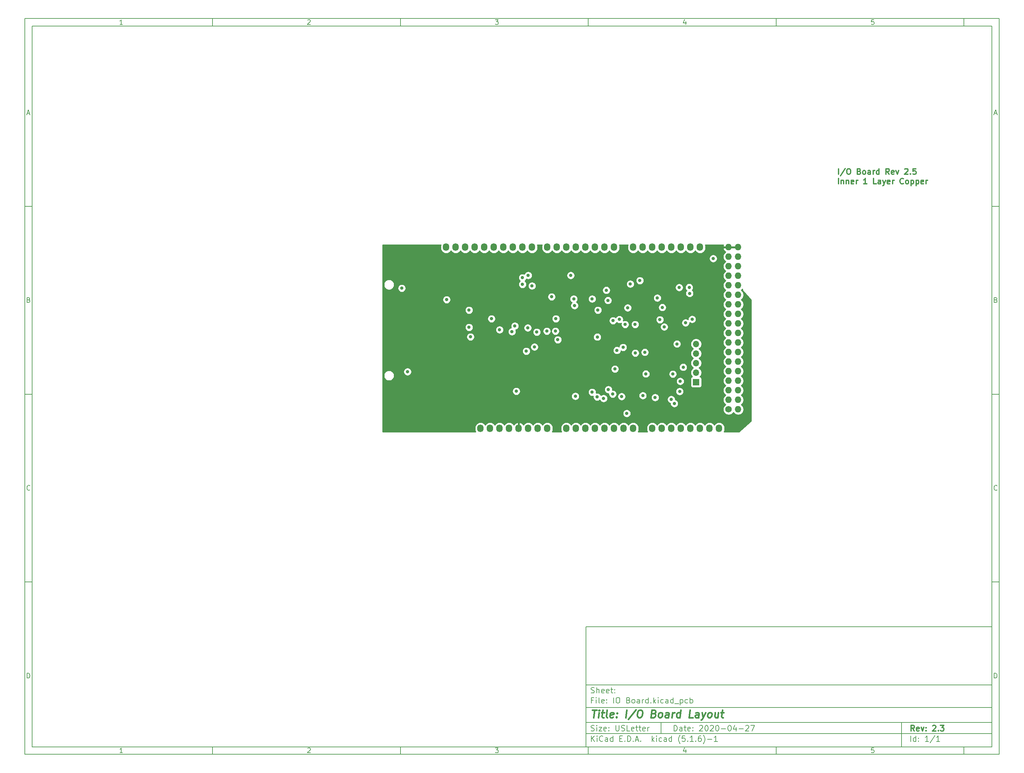
<source format=gbr>
G04 #@! TF.GenerationSoftware,KiCad,Pcbnew,(5.1.6)-1*
G04 #@! TF.CreationDate,2021-01-18T17:04:58-05:00*
G04 #@! TF.ProjectId,IO Board,494f2042-6f61-4726-942e-6b696361645f,2.3*
G04 #@! TF.SameCoordinates,Original*
G04 #@! TF.FileFunction,Copper,L2,Inr*
G04 #@! TF.FilePolarity,Positive*
%FSLAX46Y46*%
G04 Gerber Fmt 4.6, Leading zero omitted, Abs format (unit mm)*
G04 Created by KiCad (PCBNEW (5.1.6)-1) date 2021-01-18 17:04:58*
%MOMM*%
%LPD*%
G01*
G04 APERTURE LIST*
%ADD10C,0.100000*%
%ADD11C,0.150000*%
%ADD12C,0.300000*%
%ADD13C,0.400000*%
G04 #@! TA.AperFunction,NonConductor*
%ADD14C,0.300000*%
G04 #@! TD*
G04 #@! TA.AperFunction,ViaPad*
%ADD15C,1.727200*%
G04 #@! TD*
G04 #@! TA.AperFunction,ViaPad*
%ADD16O,1.727200X1.727200*%
G04 #@! TD*
G04 #@! TA.AperFunction,ViaPad*
%ADD17O,1.727200X2.032000*%
G04 #@! TD*
G04 #@! TA.AperFunction,ViaPad*
%ADD18O,1.700000X1.700000*%
G04 #@! TD*
G04 #@! TA.AperFunction,ViaPad*
%ADD19R,1.700000X1.700000*%
G04 #@! TD*
G04 #@! TA.AperFunction,ViaPad*
%ADD20C,0.889000*%
G04 #@! TD*
G04 #@! TA.AperFunction,Conductor*
%ADD21C,0.508000*%
G04 #@! TD*
G04 #@! TA.AperFunction,Conductor*
%ADD22C,0.254000*%
G04 #@! TD*
G04 APERTURE END LIST*
D10*
D11*
X159400000Y-171900000D02*
X159400000Y-203900000D01*
X267400000Y-203900000D01*
X267400000Y-171900000D01*
X159400000Y-171900000D01*
D10*
D11*
X10000000Y-10000000D02*
X10000000Y-205900000D01*
X269400000Y-205900000D01*
X269400000Y-10000000D01*
X10000000Y-10000000D01*
D10*
D11*
X12000000Y-12000000D02*
X12000000Y-203900000D01*
X267400000Y-203900000D01*
X267400000Y-12000000D01*
X12000000Y-12000000D01*
D10*
D11*
X60000000Y-12000000D02*
X60000000Y-10000000D01*
D10*
D11*
X110000000Y-12000000D02*
X110000000Y-10000000D01*
D10*
D11*
X160000000Y-12000000D02*
X160000000Y-10000000D01*
D10*
D11*
X210000000Y-12000000D02*
X210000000Y-10000000D01*
D10*
D11*
X260000000Y-12000000D02*
X260000000Y-10000000D01*
D10*
D11*
X36065476Y-11588095D02*
X35322619Y-11588095D01*
X35694047Y-11588095D02*
X35694047Y-10288095D01*
X35570238Y-10473809D01*
X35446428Y-10597619D01*
X35322619Y-10659523D01*
D10*
D11*
X85322619Y-10411904D02*
X85384523Y-10350000D01*
X85508333Y-10288095D01*
X85817857Y-10288095D01*
X85941666Y-10350000D01*
X86003571Y-10411904D01*
X86065476Y-10535714D01*
X86065476Y-10659523D01*
X86003571Y-10845238D01*
X85260714Y-11588095D01*
X86065476Y-11588095D01*
D10*
D11*
X135260714Y-10288095D02*
X136065476Y-10288095D01*
X135632142Y-10783333D01*
X135817857Y-10783333D01*
X135941666Y-10845238D01*
X136003571Y-10907142D01*
X136065476Y-11030952D01*
X136065476Y-11340476D01*
X136003571Y-11464285D01*
X135941666Y-11526190D01*
X135817857Y-11588095D01*
X135446428Y-11588095D01*
X135322619Y-11526190D01*
X135260714Y-11464285D01*
D10*
D11*
X185941666Y-10721428D02*
X185941666Y-11588095D01*
X185632142Y-10226190D02*
X185322619Y-11154761D01*
X186127380Y-11154761D01*
D10*
D11*
X236003571Y-10288095D02*
X235384523Y-10288095D01*
X235322619Y-10907142D01*
X235384523Y-10845238D01*
X235508333Y-10783333D01*
X235817857Y-10783333D01*
X235941666Y-10845238D01*
X236003571Y-10907142D01*
X236065476Y-11030952D01*
X236065476Y-11340476D01*
X236003571Y-11464285D01*
X235941666Y-11526190D01*
X235817857Y-11588095D01*
X235508333Y-11588095D01*
X235384523Y-11526190D01*
X235322619Y-11464285D01*
D10*
D11*
X60000000Y-203900000D02*
X60000000Y-205900000D01*
D10*
D11*
X110000000Y-203900000D02*
X110000000Y-205900000D01*
D10*
D11*
X160000000Y-203900000D02*
X160000000Y-205900000D01*
D10*
D11*
X210000000Y-203900000D02*
X210000000Y-205900000D01*
D10*
D11*
X260000000Y-203900000D02*
X260000000Y-205900000D01*
D10*
D11*
X36065476Y-205488095D02*
X35322619Y-205488095D01*
X35694047Y-205488095D02*
X35694047Y-204188095D01*
X35570238Y-204373809D01*
X35446428Y-204497619D01*
X35322619Y-204559523D01*
D10*
D11*
X85322619Y-204311904D02*
X85384523Y-204250000D01*
X85508333Y-204188095D01*
X85817857Y-204188095D01*
X85941666Y-204250000D01*
X86003571Y-204311904D01*
X86065476Y-204435714D01*
X86065476Y-204559523D01*
X86003571Y-204745238D01*
X85260714Y-205488095D01*
X86065476Y-205488095D01*
D10*
D11*
X135260714Y-204188095D02*
X136065476Y-204188095D01*
X135632142Y-204683333D01*
X135817857Y-204683333D01*
X135941666Y-204745238D01*
X136003571Y-204807142D01*
X136065476Y-204930952D01*
X136065476Y-205240476D01*
X136003571Y-205364285D01*
X135941666Y-205426190D01*
X135817857Y-205488095D01*
X135446428Y-205488095D01*
X135322619Y-205426190D01*
X135260714Y-205364285D01*
D10*
D11*
X185941666Y-204621428D02*
X185941666Y-205488095D01*
X185632142Y-204126190D02*
X185322619Y-205054761D01*
X186127380Y-205054761D01*
D10*
D11*
X236003571Y-204188095D02*
X235384523Y-204188095D01*
X235322619Y-204807142D01*
X235384523Y-204745238D01*
X235508333Y-204683333D01*
X235817857Y-204683333D01*
X235941666Y-204745238D01*
X236003571Y-204807142D01*
X236065476Y-204930952D01*
X236065476Y-205240476D01*
X236003571Y-205364285D01*
X235941666Y-205426190D01*
X235817857Y-205488095D01*
X235508333Y-205488095D01*
X235384523Y-205426190D01*
X235322619Y-205364285D01*
D10*
D11*
X10000000Y-60000000D02*
X12000000Y-60000000D01*
D10*
D11*
X10000000Y-110000000D02*
X12000000Y-110000000D01*
D10*
D11*
X10000000Y-160000000D02*
X12000000Y-160000000D01*
D10*
D11*
X10690476Y-35216666D02*
X11309523Y-35216666D01*
X10566666Y-35588095D02*
X11000000Y-34288095D01*
X11433333Y-35588095D01*
D10*
D11*
X11092857Y-84907142D02*
X11278571Y-84969047D01*
X11340476Y-85030952D01*
X11402380Y-85154761D01*
X11402380Y-85340476D01*
X11340476Y-85464285D01*
X11278571Y-85526190D01*
X11154761Y-85588095D01*
X10659523Y-85588095D01*
X10659523Y-84288095D01*
X11092857Y-84288095D01*
X11216666Y-84350000D01*
X11278571Y-84411904D01*
X11340476Y-84535714D01*
X11340476Y-84659523D01*
X11278571Y-84783333D01*
X11216666Y-84845238D01*
X11092857Y-84907142D01*
X10659523Y-84907142D01*
D10*
D11*
X11402380Y-135464285D02*
X11340476Y-135526190D01*
X11154761Y-135588095D01*
X11030952Y-135588095D01*
X10845238Y-135526190D01*
X10721428Y-135402380D01*
X10659523Y-135278571D01*
X10597619Y-135030952D01*
X10597619Y-134845238D01*
X10659523Y-134597619D01*
X10721428Y-134473809D01*
X10845238Y-134350000D01*
X11030952Y-134288095D01*
X11154761Y-134288095D01*
X11340476Y-134350000D01*
X11402380Y-134411904D01*
D10*
D11*
X10659523Y-185588095D02*
X10659523Y-184288095D01*
X10969047Y-184288095D01*
X11154761Y-184350000D01*
X11278571Y-184473809D01*
X11340476Y-184597619D01*
X11402380Y-184845238D01*
X11402380Y-185030952D01*
X11340476Y-185278571D01*
X11278571Y-185402380D01*
X11154761Y-185526190D01*
X10969047Y-185588095D01*
X10659523Y-185588095D01*
D10*
D11*
X269400000Y-60000000D02*
X267400000Y-60000000D01*
D10*
D11*
X269400000Y-110000000D02*
X267400000Y-110000000D01*
D10*
D11*
X269400000Y-160000000D02*
X267400000Y-160000000D01*
D10*
D11*
X268090476Y-35216666D02*
X268709523Y-35216666D01*
X267966666Y-35588095D02*
X268400000Y-34288095D01*
X268833333Y-35588095D01*
D10*
D11*
X268492857Y-84907142D02*
X268678571Y-84969047D01*
X268740476Y-85030952D01*
X268802380Y-85154761D01*
X268802380Y-85340476D01*
X268740476Y-85464285D01*
X268678571Y-85526190D01*
X268554761Y-85588095D01*
X268059523Y-85588095D01*
X268059523Y-84288095D01*
X268492857Y-84288095D01*
X268616666Y-84350000D01*
X268678571Y-84411904D01*
X268740476Y-84535714D01*
X268740476Y-84659523D01*
X268678571Y-84783333D01*
X268616666Y-84845238D01*
X268492857Y-84907142D01*
X268059523Y-84907142D01*
D10*
D11*
X268802380Y-135464285D02*
X268740476Y-135526190D01*
X268554761Y-135588095D01*
X268430952Y-135588095D01*
X268245238Y-135526190D01*
X268121428Y-135402380D01*
X268059523Y-135278571D01*
X267997619Y-135030952D01*
X267997619Y-134845238D01*
X268059523Y-134597619D01*
X268121428Y-134473809D01*
X268245238Y-134350000D01*
X268430952Y-134288095D01*
X268554761Y-134288095D01*
X268740476Y-134350000D01*
X268802380Y-134411904D01*
D10*
D11*
X268059523Y-185588095D02*
X268059523Y-184288095D01*
X268369047Y-184288095D01*
X268554761Y-184350000D01*
X268678571Y-184473809D01*
X268740476Y-184597619D01*
X268802380Y-184845238D01*
X268802380Y-185030952D01*
X268740476Y-185278571D01*
X268678571Y-185402380D01*
X268554761Y-185526190D01*
X268369047Y-185588095D01*
X268059523Y-185588095D01*
D10*
D11*
X182832142Y-199678571D02*
X182832142Y-198178571D01*
X183189285Y-198178571D01*
X183403571Y-198250000D01*
X183546428Y-198392857D01*
X183617857Y-198535714D01*
X183689285Y-198821428D01*
X183689285Y-199035714D01*
X183617857Y-199321428D01*
X183546428Y-199464285D01*
X183403571Y-199607142D01*
X183189285Y-199678571D01*
X182832142Y-199678571D01*
X184975000Y-199678571D02*
X184975000Y-198892857D01*
X184903571Y-198750000D01*
X184760714Y-198678571D01*
X184475000Y-198678571D01*
X184332142Y-198750000D01*
X184975000Y-199607142D02*
X184832142Y-199678571D01*
X184475000Y-199678571D01*
X184332142Y-199607142D01*
X184260714Y-199464285D01*
X184260714Y-199321428D01*
X184332142Y-199178571D01*
X184475000Y-199107142D01*
X184832142Y-199107142D01*
X184975000Y-199035714D01*
X185475000Y-198678571D02*
X186046428Y-198678571D01*
X185689285Y-198178571D02*
X185689285Y-199464285D01*
X185760714Y-199607142D01*
X185903571Y-199678571D01*
X186046428Y-199678571D01*
X187117857Y-199607142D02*
X186975000Y-199678571D01*
X186689285Y-199678571D01*
X186546428Y-199607142D01*
X186475000Y-199464285D01*
X186475000Y-198892857D01*
X186546428Y-198750000D01*
X186689285Y-198678571D01*
X186975000Y-198678571D01*
X187117857Y-198750000D01*
X187189285Y-198892857D01*
X187189285Y-199035714D01*
X186475000Y-199178571D01*
X187832142Y-199535714D02*
X187903571Y-199607142D01*
X187832142Y-199678571D01*
X187760714Y-199607142D01*
X187832142Y-199535714D01*
X187832142Y-199678571D01*
X187832142Y-198750000D02*
X187903571Y-198821428D01*
X187832142Y-198892857D01*
X187760714Y-198821428D01*
X187832142Y-198750000D01*
X187832142Y-198892857D01*
X189617857Y-198321428D02*
X189689285Y-198250000D01*
X189832142Y-198178571D01*
X190189285Y-198178571D01*
X190332142Y-198250000D01*
X190403571Y-198321428D01*
X190475000Y-198464285D01*
X190475000Y-198607142D01*
X190403571Y-198821428D01*
X189546428Y-199678571D01*
X190475000Y-199678571D01*
X191403571Y-198178571D02*
X191546428Y-198178571D01*
X191689285Y-198250000D01*
X191760714Y-198321428D01*
X191832142Y-198464285D01*
X191903571Y-198750000D01*
X191903571Y-199107142D01*
X191832142Y-199392857D01*
X191760714Y-199535714D01*
X191689285Y-199607142D01*
X191546428Y-199678571D01*
X191403571Y-199678571D01*
X191260714Y-199607142D01*
X191189285Y-199535714D01*
X191117857Y-199392857D01*
X191046428Y-199107142D01*
X191046428Y-198750000D01*
X191117857Y-198464285D01*
X191189285Y-198321428D01*
X191260714Y-198250000D01*
X191403571Y-198178571D01*
X192475000Y-198321428D02*
X192546428Y-198250000D01*
X192689285Y-198178571D01*
X193046428Y-198178571D01*
X193189285Y-198250000D01*
X193260714Y-198321428D01*
X193332142Y-198464285D01*
X193332142Y-198607142D01*
X193260714Y-198821428D01*
X192403571Y-199678571D01*
X193332142Y-199678571D01*
X194260714Y-198178571D02*
X194403571Y-198178571D01*
X194546428Y-198250000D01*
X194617857Y-198321428D01*
X194689285Y-198464285D01*
X194760714Y-198750000D01*
X194760714Y-199107142D01*
X194689285Y-199392857D01*
X194617857Y-199535714D01*
X194546428Y-199607142D01*
X194403571Y-199678571D01*
X194260714Y-199678571D01*
X194117857Y-199607142D01*
X194046428Y-199535714D01*
X193975000Y-199392857D01*
X193903571Y-199107142D01*
X193903571Y-198750000D01*
X193975000Y-198464285D01*
X194046428Y-198321428D01*
X194117857Y-198250000D01*
X194260714Y-198178571D01*
X195403571Y-199107142D02*
X196546428Y-199107142D01*
X197546428Y-198178571D02*
X197689285Y-198178571D01*
X197832142Y-198250000D01*
X197903571Y-198321428D01*
X197975000Y-198464285D01*
X198046428Y-198750000D01*
X198046428Y-199107142D01*
X197975000Y-199392857D01*
X197903571Y-199535714D01*
X197832142Y-199607142D01*
X197689285Y-199678571D01*
X197546428Y-199678571D01*
X197403571Y-199607142D01*
X197332142Y-199535714D01*
X197260714Y-199392857D01*
X197189285Y-199107142D01*
X197189285Y-198750000D01*
X197260714Y-198464285D01*
X197332142Y-198321428D01*
X197403571Y-198250000D01*
X197546428Y-198178571D01*
X199332142Y-198678571D02*
X199332142Y-199678571D01*
X198975000Y-198107142D02*
X198617857Y-199178571D01*
X199546428Y-199178571D01*
X200117857Y-199107142D02*
X201260714Y-199107142D01*
X201903571Y-198321428D02*
X201975000Y-198250000D01*
X202117857Y-198178571D01*
X202475000Y-198178571D01*
X202617857Y-198250000D01*
X202689285Y-198321428D01*
X202760714Y-198464285D01*
X202760714Y-198607142D01*
X202689285Y-198821428D01*
X201832142Y-199678571D01*
X202760714Y-199678571D01*
X203260714Y-198178571D02*
X204260714Y-198178571D01*
X203617857Y-199678571D01*
D10*
D11*
X159400000Y-200400000D02*
X267400000Y-200400000D01*
D10*
D11*
X160832142Y-202478571D02*
X160832142Y-200978571D01*
X161689285Y-202478571D02*
X161046428Y-201621428D01*
X161689285Y-200978571D02*
X160832142Y-201835714D01*
X162332142Y-202478571D02*
X162332142Y-201478571D01*
X162332142Y-200978571D02*
X162260714Y-201050000D01*
X162332142Y-201121428D01*
X162403571Y-201050000D01*
X162332142Y-200978571D01*
X162332142Y-201121428D01*
X163903571Y-202335714D02*
X163832142Y-202407142D01*
X163617857Y-202478571D01*
X163475000Y-202478571D01*
X163260714Y-202407142D01*
X163117857Y-202264285D01*
X163046428Y-202121428D01*
X162975000Y-201835714D01*
X162975000Y-201621428D01*
X163046428Y-201335714D01*
X163117857Y-201192857D01*
X163260714Y-201050000D01*
X163475000Y-200978571D01*
X163617857Y-200978571D01*
X163832142Y-201050000D01*
X163903571Y-201121428D01*
X165189285Y-202478571D02*
X165189285Y-201692857D01*
X165117857Y-201550000D01*
X164975000Y-201478571D01*
X164689285Y-201478571D01*
X164546428Y-201550000D01*
X165189285Y-202407142D02*
X165046428Y-202478571D01*
X164689285Y-202478571D01*
X164546428Y-202407142D01*
X164475000Y-202264285D01*
X164475000Y-202121428D01*
X164546428Y-201978571D01*
X164689285Y-201907142D01*
X165046428Y-201907142D01*
X165189285Y-201835714D01*
X166546428Y-202478571D02*
X166546428Y-200978571D01*
X166546428Y-202407142D02*
X166403571Y-202478571D01*
X166117857Y-202478571D01*
X165975000Y-202407142D01*
X165903571Y-202335714D01*
X165832142Y-202192857D01*
X165832142Y-201764285D01*
X165903571Y-201621428D01*
X165975000Y-201550000D01*
X166117857Y-201478571D01*
X166403571Y-201478571D01*
X166546428Y-201550000D01*
X168403571Y-201692857D02*
X168903571Y-201692857D01*
X169117857Y-202478571D02*
X168403571Y-202478571D01*
X168403571Y-200978571D01*
X169117857Y-200978571D01*
X169760714Y-202335714D02*
X169832142Y-202407142D01*
X169760714Y-202478571D01*
X169689285Y-202407142D01*
X169760714Y-202335714D01*
X169760714Y-202478571D01*
X170475000Y-202478571D02*
X170475000Y-200978571D01*
X170832142Y-200978571D01*
X171046428Y-201050000D01*
X171189285Y-201192857D01*
X171260714Y-201335714D01*
X171332142Y-201621428D01*
X171332142Y-201835714D01*
X171260714Y-202121428D01*
X171189285Y-202264285D01*
X171046428Y-202407142D01*
X170832142Y-202478571D01*
X170475000Y-202478571D01*
X171975000Y-202335714D02*
X172046428Y-202407142D01*
X171975000Y-202478571D01*
X171903571Y-202407142D01*
X171975000Y-202335714D01*
X171975000Y-202478571D01*
X172617857Y-202050000D02*
X173332142Y-202050000D01*
X172475000Y-202478571D02*
X172975000Y-200978571D01*
X173475000Y-202478571D01*
X173975000Y-202335714D02*
X174046428Y-202407142D01*
X173975000Y-202478571D01*
X173903571Y-202407142D01*
X173975000Y-202335714D01*
X173975000Y-202478571D01*
X176975000Y-202478571D02*
X176975000Y-200978571D01*
X177117857Y-201907142D02*
X177546428Y-202478571D01*
X177546428Y-201478571D02*
X176975000Y-202050000D01*
X178189285Y-202478571D02*
X178189285Y-201478571D01*
X178189285Y-200978571D02*
X178117857Y-201050000D01*
X178189285Y-201121428D01*
X178260714Y-201050000D01*
X178189285Y-200978571D01*
X178189285Y-201121428D01*
X179546428Y-202407142D02*
X179403571Y-202478571D01*
X179117857Y-202478571D01*
X178975000Y-202407142D01*
X178903571Y-202335714D01*
X178832142Y-202192857D01*
X178832142Y-201764285D01*
X178903571Y-201621428D01*
X178975000Y-201550000D01*
X179117857Y-201478571D01*
X179403571Y-201478571D01*
X179546428Y-201550000D01*
X180832142Y-202478571D02*
X180832142Y-201692857D01*
X180760714Y-201550000D01*
X180617857Y-201478571D01*
X180332142Y-201478571D01*
X180189285Y-201550000D01*
X180832142Y-202407142D02*
X180689285Y-202478571D01*
X180332142Y-202478571D01*
X180189285Y-202407142D01*
X180117857Y-202264285D01*
X180117857Y-202121428D01*
X180189285Y-201978571D01*
X180332142Y-201907142D01*
X180689285Y-201907142D01*
X180832142Y-201835714D01*
X182189285Y-202478571D02*
X182189285Y-200978571D01*
X182189285Y-202407142D02*
X182046428Y-202478571D01*
X181760714Y-202478571D01*
X181617857Y-202407142D01*
X181546428Y-202335714D01*
X181475000Y-202192857D01*
X181475000Y-201764285D01*
X181546428Y-201621428D01*
X181617857Y-201550000D01*
X181760714Y-201478571D01*
X182046428Y-201478571D01*
X182189285Y-201550000D01*
X184475000Y-203050000D02*
X184403571Y-202978571D01*
X184260714Y-202764285D01*
X184189285Y-202621428D01*
X184117857Y-202407142D01*
X184046428Y-202050000D01*
X184046428Y-201764285D01*
X184117857Y-201407142D01*
X184189285Y-201192857D01*
X184260714Y-201050000D01*
X184403571Y-200835714D01*
X184475000Y-200764285D01*
X185760714Y-200978571D02*
X185046428Y-200978571D01*
X184975000Y-201692857D01*
X185046428Y-201621428D01*
X185189285Y-201550000D01*
X185546428Y-201550000D01*
X185689285Y-201621428D01*
X185760714Y-201692857D01*
X185832142Y-201835714D01*
X185832142Y-202192857D01*
X185760714Y-202335714D01*
X185689285Y-202407142D01*
X185546428Y-202478571D01*
X185189285Y-202478571D01*
X185046428Y-202407142D01*
X184975000Y-202335714D01*
X186475000Y-202335714D02*
X186546428Y-202407142D01*
X186475000Y-202478571D01*
X186403571Y-202407142D01*
X186475000Y-202335714D01*
X186475000Y-202478571D01*
X187975000Y-202478571D02*
X187117857Y-202478571D01*
X187546428Y-202478571D02*
X187546428Y-200978571D01*
X187403571Y-201192857D01*
X187260714Y-201335714D01*
X187117857Y-201407142D01*
X188617857Y-202335714D02*
X188689285Y-202407142D01*
X188617857Y-202478571D01*
X188546428Y-202407142D01*
X188617857Y-202335714D01*
X188617857Y-202478571D01*
X189975000Y-200978571D02*
X189689285Y-200978571D01*
X189546428Y-201050000D01*
X189475000Y-201121428D01*
X189332142Y-201335714D01*
X189260714Y-201621428D01*
X189260714Y-202192857D01*
X189332142Y-202335714D01*
X189403571Y-202407142D01*
X189546428Y-202478571D01*
X189832142Y-202478571D01*
X189975000Y-202407142D01*
X190046428Y-202335714D01*
X190117857Y-202192857D01*
X190117857Y-201835714D01*
X190046428Y-201692857D01*
X189975000Y-201621428D01*
X189832142Y-201550000D01*
X189546428Y-201550000D01*
X189403571Y-201621428D01*
X189332142Y-201692857D01*
X189260714Y-201835714D01*
X190617857Y-203050000D02*
X190689285Y-202978571D01*
X190832142Y-202764285D01*
X190903571Y-202621428D01*
X190975000Y-202407142D01*
X191046428Y-202050000D01*
X191046428Y-201764285D01*
X190975000Y-201407142D01*
X190903571Y-201192857D01*
X190832142Y-201050000D01*
X190689285Y-200835714D01*
X190617857Y-200764285D01*
X191760714Y-201907142D02*
X192903571Y-201907142D01*
X194403571Y-202478571D02*
X193546428Y-202478571D01*
X193975000Y-202478571D02*
X193975000Y-200978571D01*
X193832142Y-201192857D01*
X193689285Y-201335714D01*
X193546428Y-201407142D01*
D10*
D11*
X159400000Y-197400000D02*
X267400000Y-197400000D01*
D10*
D12*
X246809285Y-199678571D02*
X246309285Y-198964285D01*
X245952142Y-199678571D02*
X245952142Y-198178571D01*
X246523571Y-198178571D01*
X246666428Y-198250000D01*
X246737857Y-198321428D01*
X246809285Y-198464285D01*
X246809285Y-198678571D01*
X246737857Y-198821428D01*
X246666428Y-198892857D01*
X246523571Y-198964285D01*
X245952142Y-198964285D01*
X248023571Y-199607142D02*
X247880714Y-199678571D01*
X247595000Y-199678571D01*
X247452142Y-199607142D01*
X247380714Y-199464285D01*
X247380714Y-198892857D01*
X247452142Y-198750000D01*
X247595000Y-198678571D01*
X247880714Y-198678571D01*
X248023571Y-198750000D01*
X248095000Y-198892857D01*
X248095000Y-199035714D01*
X247380714Y-199178571D01*
X248595000Y-198678571D02*
X248952142Y-199678571D01*
X249309285Y-198678571D01*
X249880714Y-199535714D02*
X249952142Y-199607142D01*
X249880714Y-199678571D01*
X249809285Y-199607142D01*
X249880714Y-199535714D01*
X249880714Y-199678571D01*
X249880714Y-198750000D02*
X249952142Y-198821428D01*
X249880714Y-198892857D01*
X249809285Y-198821428D01*
X249880714Y-198750000D01*
X249880714Y-198892857D01*
X251666428Y-198321428D02*
X251737857Y-198250000D01*
X251880714Y-198178571D01*
X252237857Y-198178571D01*
X252380714Y-198250000D01*
X252452142Y-198321428D01*
X252523571Y-198464285D01*
X252523571Y-198607142D01*
X252452142Y-198821428D01*
X251595000Y-199678571D01*
X252523571Y-199678571D01*
X253166428Y-199535714D02*
X253237857Y-199607142D01*
X253166428Y-199678571D01*
X253095000Y-199607142D01*
X253166428Y-199535714D01*
X253166428Y-199678571D01*
X253737857Y-198178571D02*
X254666428Y-198178571D01*
X254166428Y-198750000D01*
X254380714Y-198750000D01*
X254523571Y-198821428D01*
X254595000Y-198892857D01*
X254666428Y-199035714D01*
X254666428Y-199392857D01*
X254595000Y-199535714D01*
X254523571Y-199607142D01*
X254380714Y-199678571D01*
X253952142Y-199678571D01*
X253809285Y-199607142D01*
X253737857Y-199535714D01*
D10*
D11*
X160760714Y-199607142D02*
X160975000Y-199678571D01*
X161332142Y-199678571D01*
X161475000Y-199607142D01*
X161546428Y-199535714D01*
X161617857Y-199392857D01*
X161617857Y-199250000D01*
X161546428Y-199107142D01*
X161475000Y-199035714D01*
X161332142Y-198964285D01*
X161046428Y-198892857D01*
X160903571Y-198821428D01*
X160832142Y-198750000D01*
X160760714Y-198607142D01*
X160760714Y-198464285D01*
X160832142Y-198321428D01*
X160903571Y-198250000D01*
X161046428Y-198178571D01*
X161403571Y-198178571D01*
X161617857Y-198250000D01*
X162260714Y-199678571D02*
X162260714Y-198678571D01*
X162260714Y-198178571D02*
X162189285Y-198250000D01*
X162260714Y-198321428D01*
X162332142Y-198250000D01*
X162260714Y-198178571D01*
X162260714Y-198321428D01*
X162832142Y-198678571D02*
X163617857Y-198678571D01*
X162832142Y-199678571D01*
X163617857Y-199678571D01*
X164760714Y-199607142D02*
X164617857Y-199678571D01*
X164332142Y-199678571D01*
X164189285Y-199607142D01*
X164117857Y-199464285D01*
X164117857Y-198892857D01*
X164189285Y-198750000D01*
X164332142Y-198678571D01*
X164617857Y-198678571D01*
X164760714Y-198750000D01*
X164832142Y-198892857D01*
X164832142Y-199035714D01*
X164117857Y-199178571D01*
X165475000Y-199535714D02*
X165546428Y-199607142D01*
X165475000Y-199678571D01*
X165403571Y-199607142D01*
X165475000Y-199535714D01*
X165475000Y-199678571D01*
X165475000Y-198750000D02*
X165546428Y-198821428D01*
X165475000Y-198892857D01*
X165403571Y-198821428D01*
X165475000Y-198750000D01*
X165475000Y-198892857D01*
X167332142Y-198178571D02*
X167332142Y-199392857D01*
X167403571Y-199535714D01*
X167475000Y-199607142D01*
X167617857Y-199678571D01*
X167903571Y-199678571D01*
X168046428Y-199607142D01*
X168117857Y-199535714D01*
X168189285Y-199392857D01*
X168189285Y-198178571D01*
X168832142Y-199607142D02*
X169046428Y-199678571D01*
X169403571Y-199678571D01*
X169546428Y-199607142D01*
X169617857Y-199535714D01*
X169689285Y-199392857D01*
X169689285Y-199250000D01*
X169617857Y-199107142D01*
X169546428Y-199035714D01*
X169403571Y-198964285D01*
X169117857Y-198892857D01*
X168975000Y-198821428D01*
X168903571Y-198750000D01*
X168832142Y-198607142D01*
X168832142Y-198464285D01*
X168903571Y-198321428D01*
X168975000Y-198250000D01*
X169117857Y-198178571D01*
X169475000Y-198178571D01*
X169689285Y-198250000D01*
X171046428Y-199678571D02*
X170332142Y-199678571D01*
X170332142Y-198178571D01*
X172117857Y-199607142D02*
X171975000Y-199678571D01*
X171689285Y-199678571D01*
X171546428Y-199607142D01*
X171475000Y-199464285D01*
X171475000Y-198892857D01*
X171546428Y-198750000D01*
X171689285Y-198678571D01*
X171975000Y-198678571D01*
X172117857Y-198750000D01*
X172189285Y-198892857D01*
X172189285Y-199035714D01*
X171475000Y-199178571D01*
X172617857Y-198678571D02*
X173189285Y-198678571D01*
X172832142Y-198178571D02*
X172832142Y-199464285D01*
X172903571Y-199607142D01*
X173046428Y-199678571D01*
X173189285Y-199678571D01*
X173475000Y-198678571D02*
X174046428Y-198678571D01*
X173689285Y-198178571D02*
X173689285Y-199464285D01*
X173760714Y-199607142D01*
X173903571Y-199678571D01*
X174046428Y-199678571D01*
X175117857Y-199607142D02*
X174975000Y-199678571D01*
X174689285Y-199678571D01*
X174546428Y-199607142D01*
X174475000Y-199464285D01*
X174475000Y-198892857D01*
X174546428Y-198750000D01*
X174689285Y-198678571D01*
X174975000Y-198678571D01*
X175117857Y-198750000D01*
X175189285Y-198892857D01*
X175189285Y-199035714D01*
X174475000Y-199178571D01*
X175832142Y-199678571D02*
X175832142Y-198678571D01*
X175832142Y-198964285D02*
X175903571Y-198821428D01*
X175975000Y-198750000D01*
X176117857Y-198678571D01*
X176260714Y-198678571D01*
D10*
D11*
X245832142Y-202478571D02*
X245832142Y-200978571D01*
X247189285Y-202478571D02*
X247189285Y-200978571D01*
X247189285Y-202407142D02*
X247046428Y-202478571D01*
X246760714Y-202478571D01*
X246617857Y-202407142D01*
X246546428Y-202335714D01*
X246475000Y-202192857D01*
X246475000Y-201764285D01*
X246546428Y-201621428D01*
X246617857Y-201550000D01*
X246760714Y-201478571D01*
X247046428Y-201478571D01*
X247189285Y-201550000D01*
X247903571Y-202335714D02*
X247975000Y-202407142D01*
X247903571Y-202478571D01*
X247832142Y-202407142D01*
X247903571Y-202335714D01*
X247903571Y-202478571D01*
X247903571Y-201550000D02*
X247975000Y-201621428D01*
X247903571Y-201692857D01*
X247832142Y-201621428D01*
X247903571Y-201550000D01*
X247903571Y-201692857D01*
X250546428Y-202478571D02*
X249689285Y-202478571D01*
X250117857Y-202478571D02*
X250117857Y-200978571D01*
X249975000Y-201192857D01*
X249832142Y-201335714D01*
X249689285Y-201407142D01*
X252260714Y-200907142D02*
X250975000Y-202835714D01*
X253546428Y-202478571D02*
X252689285Y-202478571D01*
X253117857Y-202478571D02*
X253117857Y-200978571D01*
X252975000Y-201192857D01*
X252832142Y-201335714D01*
X252689285Y-201407142D01*
D10*
D11*
X159400000Y-193400000D02*
X267400000Y-193400000D01*
D10*
D13*
X161112380Y-194104761D02*
X162255238Y-194104761D01*
X161433809Y-196104761D02*
X161683809Y-194104761D01*
X162671904Y-196104761D02*
X162838571Y-194771428D01*
X162921904Y-194104761D02*
X162814761Y-194200000D01*
X162898095Y-194295238D01*
X163005238Y-194200000D01*
X162921904Y-194104761D01*
X162898095Y-194295238D01*
X163505238Y-194771428D02*
X164267142Y-194771428D01*
X163874285Y-194104761D02*
X163660000Y-195819047D01*
X163731428Y-196009523D01*
X163910000Y-196104761D01*
X164100476Y-196104761D01*
X165052857Y-196104761D02*
X164874285Y-196009523D01*
X164802857Y-195819047D01*
X165017142Y-194104761D01*
X166588571Y-196009523D02*
X166386190Y-196104761D01*
X166005238Y-196104761D01*
X165826666Y-196009523D01*
X165755238Y-195819047D01*
X165850476Y-195057142D01*
X165969523Y-194866666D01*
X166171904Y-194771428D01*
X166552857Y-194771428D01*
X166731428Y-194866666D01*
X166802857Y-195057142D01*
X166779047Y-195247619D01*
X165802857Y-195438095D01*
X167552857Y-195914285D02*
X167636190Y-196009523D01*
X167529047Y-196104761D01*
X167445714Y-196009523D01*
X167552857Y-195914285D01*
X167529047Y-196104761D01*
X167683809Y-194866666D02*
X167767142Y-194961904D01*
X167660000Y-195057142D01*
X167576666Y-194961904D01*
X167683809Y-194866666D01*
X167660000Y-195057142D01*
X170005238Y-196104761D02*
X170255238Y-194104761D01*
X172648095Y-194009523D02*
X170612380Y-196580952D01*
X173683809Y-194104761D02*
X174064761Y-194104761D01*
X174243333Y-194200000D01*
X174410000Y-194390476D01*
X174457619Y-194771428D01*
X174374285Y-195438095D01*
X174231428Y-195819047D01*
X174017142Y-196009523D01*
X173814761Y-196104761D01*
X173433809Y-196104761D01*
X173255238Y-196009523D01*
X173088571Y-195819047D01*
X173040952Y-195438095D01*
X173124285Y-194771428D01*
X173267142Y-194390476D01*
X173481428Y-194200000D01*
X173683809Y-194104761D01*
X177469523Y-195057142D02*
X177743333Y-195152380D01*
X177826666Y-195247619D01*
X177898095Y-195438095D01*
X177862380Y-195723809D01*
X177743333Y-195914285D01*
X177636190Y-196009523D01*
X177433809Y-196104761D01*
X176671904Y-196104761D01*
X176921904Y-194104761D01*
X177588571Y-194104761D01*
X177767142Y-194200000D01*
X177850476Y-194295238D01*
X177921904Y-194485714D01*
X177898095Y-194676190D01*
X177779047Y-194866666D01*
X177671904Y-194961904D01*
X177469523Y-195057142D01*
X176802857Y-195057142D01*
X178957619Y-196104761D02*
X178779047Y-196009523D01*
X178695714Y-195914285D01*
X178624285Y-195723809D01*
X178695714Y-195152380D01*
X178814761Y-194961904D01*
X178921904Y-194866666D01*
X179124285Y-194771428D01*
X179410000Y-194771428D01*
X179588571Y-194866666D01*
X179671904Y-194961904D01*
X179743333Y-195152380D01*
X179671904Y-195723809D01*
X179552857Y-195914285D01*
X179445714Y-196009523D01*
X179243333Y-196104761D01*
X178957619Y-196104761D01*
X181338571Y-196104761D02*
X181469523Y-195057142D01*
X181398095Y-194866666D01*
X181219523Y-194771428D01*
X180838571Y-194771428D01*
X180636190Y-194866666D01*
X181350476Y-196009523D02*
X181148095Y-196104761D01*
X180671904Y-196104761D01*
X180493333Y-196009523D01*
X180421904Y-195819047D01*
X180445714Y-195628571D01*
X180564761Y-195438095D01*
X180767142Y-195342857D01*
X181243333Y-195342857D01*
X181445714Y-195247619D01*
X182290952Y-196104761D02*
X182457619Y-194771428D01*
X182410000Y-195152380D02*
X182529047Y-194961904D01*
X182636190Y-194866666D01*
X182838571Y-194771428D01*
X183029047Y-194771428D01*
X184386190Y-196104761D02*
X184636190Y-194104761D01*
X184398095Y-196009523D02*
X184195714Y-196104761D01*
X183814761Y-196104761D01*
X183636190Y-196009523D01*
X183552857Y-195914285D01*
X183481428Y-195723809D01*
X183552857Y-195152380D01*
X183671904Y-194961904D01*
X183779047Y-194866666D01*
X183981428Y-194771428D01*
X184362380Y-194771428D01*
X184540952Y-194866666D01*
X187814761Y-196104761D02*
X186862380Y-196104761D01*
X187112380Y-194104761D01*
X189338571Y-196104761D02*
X189469523Y-195057142D01*
X189398095Y-194866666D01*
X189219523Y-194771428D01*
X188838571Y-194771428D01*
X188636190Y-194866666D01*
X189350476Y-196009523D02*
X189148095Y-196104761D01*
X188671904Y-196104761D01*
X188493333Y-196009523D01*
X188421904Y-195819047D01*
X188445714Y-195628571D01*
X188564761Y-195438095D01*
X188767142Y-195342857D01*
X189243333Y-195342857D01*
X189445714Y-195247619D01*
X190267142Y-194771428D02*
X190576666Y-196104761D01*
X191219523Y-194771428D02*
X190576666Y-196104761D01*
X190326666Y-196580952D01*
X190219523Y-196676190D01*
X190017142Y-196771428D01*
X192100476Y-196104761D02*
X191921904Y-196009523D01*
X191838571Y-195914285D01*
X191767142Y-195723809D01*
X191838571Y-195152380D01*
X191957619Y-194961904D01*
X192064761Y-194866666D01*
X192267142Y-194771428D01*
X192552857Y-194771428D01*
X192731428Y-194866666D01*
X192814761Y-194961904D01*
X192886190Y-195152380D01*
X192814761Y-195723809D01*
X192695714Y-195914285D01*
X192588571Y-196009523D01*
X192386190Y-196104761D01*
X192100476Y-196104761D01*
X194648095Y-194771428D02*
X194481428Y-196104761D01*
X193790952Y-194771428D02*
X193660000Y-195819047D01*
X193731428Y-196009523D01*
X193910000Y-196104761D01*
X194195714Y-196104761D01*
X194398095Y-196009523D01*
X194505238Y-195914285D01*
X195314761Y-194771428D02*
X196076666Y-194771428D01*
X195683809Y-194104761D02*
X195469523Y-195819047D01*
X195540952Y-196009523D01*
X195719523Y-196104761D01*
X195910000Y-196104761D01*
D10*
D11*
X161332142Y-191492857D02*
X160832142Y-191492857D01*
X160832142Y-192278571D02*
X160832142Y-190778571D01*
X161546428Y-190778571D01*
X162117857Y-192278571D02*
X162117857Y-191278571D01*
X162117857Y-190778571D02*
X162046428Y-190850000D01*
X162117857Y-190921428D01*
X162189285Y-190850000D01*
X162117857Y-190778571D01*
X162117857Y-190921428D01*
X163046428Y-192278571D02*
X162903571Y-192207142D01*
X162832142Y-192064285D01*
X162832142Y-190778571D01*
X164189285Y-192207142D02*
X164046428Y-192278571D01*
X163760714Y-192278571D01*
X163617857Y-192207142D01*
X163546428Y-192064285D01*
X163546428Y-191492857D01*
X163617857Y-191350000D01*
X163760714Y-191278571D01*
X164046428Y-191278571D01*
X164189285Y-191350000D01*
X164260714Y-191492857D01*
X164260714Y-191635714D01*
X163546428Y-191778571D01*
X164903571Y-192135714D02*
X164975000Y-192207142D01*
X164903571Y-192278571D01*
X164832142Y-192207142D01*
X164903571Y-192135714D01*
X164903571Y-192278571D01*
X164903571Y-191350000D02*
X164975000Y-191421428D01*
X164903571Y-191492857D01*
X164832142Y-191421428D01*
X164903571Y-191350000D01*
X164903571Y-191492857D01*
X166760714Y-192278571D02*
X166760714Y-190778571D01*
X167760714Y-190778571D02*
X168046428Y-190778571D01*
X168189285Y-190850000D01*
X168332142Y-190992857D01*
X168403571Y-191278571D01*
X168403571Y-191778571D01*
X168332142Y-192064285D01*
X168189285Y-192207142D01*
X168046428Y-192278571D01*
X167760714Y-192278571D01*
X167617857Y-192207142D01*
X167475000Y-192064285D01*
X167403571Y-191778571D01*
X167403571Y-191278571D01*
X167475000Y-190992857D01*
X167617857Y-190850000D01*
X167760714Y-190778571D01*
X170689285Y-191492857D02*
X170903571Y-191564285D01*
X170975000Y-191635714D01*
X171046428Y-191778571D01*
X171046428Y-191992857D01*
X170975000Y-192135714D01*
X170903571Y-192207142D01*
X170760714Y-192278571D01*
X170189285Y-192278571D01*
X170189285Y-190778571D01*
X170689285Y-190778571D01*
X170832142Y-190850000D01*
X170903571Y-190921428D01*
X170975000Y-191064285D01*
X170975000Y-191207142D01*
X170903571Y-191350000D01*
X170832142Y-191421428D01*
X170689285Y-191492857D01*
X170189285Y-191492857D01*
X171903571Y-192278571D02*
X171760714Y-192207142D01*
X171689285Y-192135714D01*
X171617857Y-191992857D01*
X171617857Y-191564285D01*
X171689285Y-191421428D01*
X171760714Y-191350000D01*
X171903571Y-191278571D01*
X172117857Y-191278571D01*
X172260714Y-191350000D01*
X172332142Y-191421428D01*
X172403571Y-191564285D01*
X172403571Y-191992857D01*
X172332142Y-192135714D01*
X172260714Y-192207142D01*
X172117857Y-192278571D01*
X171903571Y-192278571D01*
X173689285Y-192278571D02*
X173689285Y-191492857D01*
X173617857Y-191350000D01*
X173475000Y-191278571D01*
X173189285Y-191278571D01*
X173046428Y-191350000D01*
X173689285Y-192207142D02*
X173546428Y-192278571D01*
X173189285Y-192278571D01*
X173046428Y-192207142D01*
X172975000Y-192064285D01*
X172975000Y-191921428D01*
X173046428Y-191778571D01*
X173189285Y-191707142D01*
X173546428Y-191707142D01*
X173689285Y-191635714D01*
X174403571Y-192278571D02*
X174403571Y-191278571D01*
X174403571Y-191564285D02*
X174475000Y-191421428D01*
X174546428Y-191350000D01*
X174689285Y-191278571D01*
X174832142Y-191278571D01*
X175975000Y-192278571D02*
X175975000Y-190778571D01*
X175975000Y-192207142D02*
X175832142Y-192278571D01*
X175546428Y-192278571D01*
X175403571Y-192207142D01*
X175332142Y-192135714D01*
X175260714Y-191992857D01*
X175260714Y-191564285D01*
X175332142Y-191421428D01*
X175403571Y-191350000D01*
X175546428Y-191278571D01*
X175832142Y-191278571D01*
X175975000Y-191350000D01*
X176689285Y-192135714D02*
X176760714Y-192207142D01*
X176689285Y-192278571D01*
X176617857Y-192207142D01*
X176689285Y-192135714D01*
X176689285Y-192278571D01*
X177403571Y-192278571D02*
X177403571Y-190778571D01*
X177546428Y-191707142D02*
X177975000Y-192278571D01*
X177975000Y-191278571D02*
X177403571Y-191850000D01*
X178617857Y-192278571D02*
X178617857Y-191278571D01*
X178617857Y-190778571D02*
X178546428Y-190850000D01*
X178617857Y-190921428D01*
X178689285Y-190850000D01*
X178617857Y-190778571D01*
X178617857Y-190921428D01*
X179975000Y-192207142D02*
X179832142Y-192278571D01*
X179546428Y-192278571D01*
X179403571Y-192207142D01*
X179332142Y-192135714D01*
X179260714Y-191992857D01*
X179260714Y-191564285D01*
X179332142Y-191421428D01*
X179403571Y-191350000D01*
X179546428Y-191278571D01*
X179832142Y-191278571D01*
X179975000Y-191350000D01*
X181260714Y-192278571D02*
X181260714Y-191492857D01*
X181189285Y-191350000D01*
X181046428Y-191278571D01*
X180760714Y-191278571D01*
X180617857Y-191350000D01*
X181260714Y-192207142D02*
X181117857Y-192278571D01*
X180760714Y-192278571D01*
X180617857Y-192207142D01*
X180546428Y-192064285D01*
X180546428Y-191921428D01*
X180617857Y-191778571D01*
X180760714Y-191707142D01*
X181117857Y-191707142D01*
X181260714Y-191635714D01*
X182617857Y-192278571D02*
X182617857Y-190778571D01*
X182617857Y-192207142D02*
X182475000Y-192278571D01*
X182189285Y-192278571D01*
X182046428Y-192207142D01*
X181975000Y-192135714D01*
X181903571Y-191992857D01*
X181903571Y-191564285D01*
X181975000Y-191421428D01*
X182046428Y-191350000D01*
X182189285Y-191278571D01*
X182475000Y-191278571D01*
X182617857Y-191350000D01*
X182975000Y-192421428D02*
X184117857Y-192421428D01*
X184475000Y-191278571D02*
X184475000Y-192778571D01*
X184475000Y-191350000D02*
X184617857Y-191278571D01*
X184903571Y-191278571D01*
X185046428Y-191350000D01*
X185117857Y-191421428D01*
X185189285Y-191564285D01*
X185189285Y-191992857D01*
X185117857Y-192135714D01*
X185046428Y-192207142D01*
X184903571Y-192278571D01*
X184617857Y-192278571D01*
X184475000Y-192207142D01*
X186475000Y-192207142D02*
X186332142Y-192278571D01*
X186046428Y-192278571D01*
X185903571Y-192207142D01*
X185832142Y-192135714D01*
X185760714Y-191992857D01*
X185760714Y-191564285D01*
X185832142Y-191421428D01*
X185903571Y-191350000D01*
X186046428Y-191278571D01*
X186332142Y-191278571D01*
X186475000Y-191350000D01*
X187117857Y-192278571D02*
X187117857Y-190778571D01*
X187117857Y-191350000D02*
X187260714Y-191278571D01*
X187546428Y-191278571D01*
X187689285Y-191350000D01*
X187760714Y-191421428D01*
X187832142Y-191564285D01*
X187832142Y-191992857D01*
X187760714Y-192135714D01*
X187689285Y-192207142D01*
X187546428Y-192278571D01*
X187260714Y-192278571D01*
X187117857Y-192207142D01*
D10*
D11*
X159400000Y-187400000D02*
X267400000Y-187400000D01*
D10*
D11*
X160760714Y-189507142D02*
X160975000Y-189578571D01*
X161332142Y-189578571D01*
X161475000Y-189507142D01*
X161546428Y-189435714D01*
X161617857Y-189292857D01*
X161617857Y-189150000D01*
X161546428Y-189007142D01*
X161475000Y-188935714D01*
X161332142Y-188864285D01*
X161046428Y-188792857D01*
X160903571Y-188721428D01*
X160832142Y-188650000D01*
X160760714Y-188507142D01*
X160760714Y-188364285D01*
X160832142Y-188221428D01*
X160903571Y-188150000D01*
X161046428Y-188078571D01*
X161403571Y-188078571D01*
X161617857Y-188150000D01*
X162260714Y-189578571D02*
X162260714Y-188078571D01*
X162903571Y-189578571D02*
X162903571Y-188792857D01*
X162832142Y-188650000D01*
X162689285Y-188578571D01*
X162475000Y-188578571D01*
X162332142Y-188650000D01*
X162260714Y-188721428D01*
X164189285Y-189507142D02*
X164046428Y-189578571D01*
X163760714Y-189578571D01*
X163617857Y-189507142D01*
X163546428Y-189364285D01*
X163546428Y-188792857D01*
X163617857Y-188650000D01*
X163760714Y-188578571D01*
X164046428Y-188578571D01*
X164189285Y-188650000D01*
X164260714Y-188792857D01*
X164260714Y-188935714D01*
X163546428Y-189078571D01*
X165475000Y-189507142D02*
X165332142Y-189578571D01*
X165046428Y-189578571D01*
X164903571Y-189507142D01*
X164832142Y-189364285D01*
X164832142Y-188792857D01*
X164903571Y-188650000D01*
X165046428Y-188578571D01*
X165332142Y-188578571D01*
X165475000Y-188650000D01*
X165546428Y-188792857D01*
X165546428Y-188935714D01*
X164832142Y-189078571D01*
X165975000Y-188578571D02*
X166546428Y-188578571D01*
X166189285Y-188078571D02*
X166189285Y-189364285D01*
X166260714Y-189507142D01*
X166403571Y-189578571D01*
X166546428Y-189578571D01*
X167046428Y-189435714D02*
X167117857Y-189507142D01*
X167046428Y-189578571D01*
X166975000Y-189507142D01*
X167046428Y-189435714D01*
X167046428Y-189578571D01*
X167046428Y-188650000D02*
X167117857Y-188721428D01*
X167046428Y-188792857D01*
X166975000Y-188721428D01*
X167046428Y-188650000D01*
X167046428Y-188792857D01*
D10*
D11*
X179400000Y-197400000D02*
X179400000Y-200400000D01*
D10*
D11*
X243400000Y-197400000D02*
X243400000Y-203900000D01*
D14*
X226612142Y-51473571D02*
X226612142Y-49973571D01*
X228397857Y-49902142D02*
X227112142Y-51830714D01*
X229183571Y-49973571D02*
X229469285Y-49973571D01*
X229612142Y-50045000D01*
X229755000Y-50187857D01*
X229826428Y-50473571D01*
X229826428Y-50973571D01*
X229755000Y-51259285D01*
X229612142Y-51402142D01*
X229469285Y-51473571D01*
X229183571Y-51473571D01*
X229040714Y-51402142D01*
X228897857Y-51259285D01*
X228826428Y-50973571D01*
X228826428Y-50473571D01*
X228897857Y-50187857D01*
X229040714Y-50045000D01*
X229183571Y-49973571D01*
X232112142Y-50687857D02*
X232326428Y-50759285D01*
X232397857Y-50830714D01*
X232469285Y-50973571D01*
X232469285Y-51187857D01*
X232397857Y-51330714D01*
X232326428Y-51402142D01*
X232183571Y-51473571D01*
X231612142Y-51473571D01*
X231612142Y-49973571D01*
X232112142Y-49973571D01*
X232255000Y-50045000D01*
X232326428Y-50116428D01*
X232397857Y-50259285D01*
X232397857Y-50402142D01*
X232326428Y-50545000D01*
X232255000Y-50616428D01*
X232112142Y-50687857D01*
X231612142Y-50687857D01*
X233326428Y-51473571D02*
X233183571Y-51402142D01*
X233112142Y-51330714D01*
X233040714Y-51187857D01*
X233040714Y-50759285D01*
X233112142Y-50616428D01*
X233183571Y-50545000D01*
X233326428Y-50473571D01*
X233540714Y-50473571D01*
X233683571Y-50545000D01*
X233755000Y-50616428D01*
X233826428Y-50759285D01*
X233826428Y-51187857D01*
X233755000Y-51330714D01*
X233683571Y-51402142D01*
X233540714Y-51473571D01*
X233326428Y-51473571D01*
X235112142Y-51473571D02*
X235112142Y-50687857D01*
X235040714Y-50545000D01*
X234897857Y-50473571D01*
X234612142Y-50473571D01*
X234469285Y-50545000D01*
X235112142Y-51402142D02*
X234969285Y-51473571D01*
X234612142Y-51473571D01*
X234469285Y-51402142D01*
X234397857Y-51259285D01*
X234397857Y-51116428D01*
X234469285Y-50973571D01*
X234612142Y-50902142D01*
X234969285Y-50902142D01*
X235112142Y-50830714D01*
X235826428Y-51473571D02*
X235826428Y-50473571D01*
X235826428Y-50759285D02*
X235897857Y-50616428D01*
X235969285Y-50545000D01*
X236112142Y-50473571D01*
X236255000Y-50473571D01*
X237397857Y-51473571D02*
X237397857Y-49973571D01*
X237397857Y-51402142D02*
X237255000Y-51473571D01*
X236969285Y-51473571D01*
X236826428Y-51402142D01*
X236755000Y-51330714D01*
X236683571Y-51187857D01*
X236683571Y-50759285D01*
X236755000Y-50616428D01*
X236826428Y-50545000D01*
X236969285Y-50473571D01*
X237255000Y-50473571D01*
X237397857Y-50545000D01*
X240112142Y-51473571D02*
X239612142Y-50759285D01*
X239255000Y-51473571D02*
X239255000Y-49973571D01*
X239826428Y-49973571D01*
X239969285Y-50045000D01*
X240040714Y-50116428D01*
X240112142Y-50259285D01*
X240112142Y-50473571D01*
X240040714Y-50616428D01*
X239969285Y-50687857D01*
X239826428Y-50759285D01*
X239255000Y-50759285D01*
X241326428Y-51402142D02*
X241183571Y-51473571D01*
X240897857Y-51473571D01*
X240755000Y-51402142D01*
X240683571Y-51259285D01*
X240683571Y-50687857D01*
X240755000Y-50545000D01*
X240897857Y-50473571D01*
X241183571Y-50473571D01*
X241326428Y-50545000D01*
X241397857Y-50687857D01*
X241397857Y-50830714D01*
X240683571Y-50973571D01*
X241897857Y-50473571D02*
X242255000Y-51473571D01*
X242612142Y-50473571D01*
X244255000Y-50116428D02*
X244326428Y-50045000D01*
X244469285Y-49973571D01*
X244826428Y-49973571D01*
X244969285Y-50045000D01*
X245040714Y-50116428D01*
X245112142Y-50259285D01*
X245112142Y-50402142D01*
X245040714Y-50616428D01*
X244183571Y-51473571D01*
X245112142Y-51473571D01*
X245755000Y-51330714D02*
X245826428Y-51402142D01*
X245755000Y-51473571D01*
X245683571Y-51402142D01*
X245755000Y-51330714D01*
X245755000Y-51473571D01*
X247183571Y-49973571D02*
X246469285Y-49973571D01*
X246397857Y-50687857D01*
X246469285Y-50616428D01*
X246612142Y-50545000D01*
X246969285Y-50545000D01*
X247112142Y-50616428D01*
X247183571Y-50687857D01*
X247255000Y-50830714D01*
X247255000Y-51187857D01*
X247183571Y-51330714D01*
X247112142Y-51402142D01*
X246969285Y-51473571D01*
X246612142Y-51473571D01*
X246469285Y-51402142D01*
X246397857Y-51330714D01*
X226612142Y-54023571D02*
X226612142Y-52523571D01*
X227326428Y-53023571D02*
X227326428Y-54023571D01*
X227326428Y-53166428D02*
X227397857Y-53095000D01*
X227540714Y-53023571D01*
X227755000Y-53023571D01*
X227897857Y-53095000D01*
X227969285Y-53237857D01*
X227969285Y-54023571D01*
X228683571Y-53023571D02*
X228683571Y-54023571D01*
X228683571Y-53166428D02*
X228755000Y-53095000D01*
X228897857Y-53023571D01*
X229112142Y-53023571D01*
X229255000Y-53095000D01*
X229326428Y-53237857D01*
X229326428Y-54023571D01*
X230612142Y-53952142D02*
X230469285Y-54023571D01*
X230183571Y-54023571D01*
X230040714Y-53952142D01*
X229969285Y-53809285D01*
X229969285Y-53237857D01*
X230040714Y-53095000D01*
X230183571Y-53023571D01*
X230469285Y-53023571D01*
X230612142Y-53095000D01*
X230683571Y-53237857D01*
X230683571Y-53380714D01*
X229969285Y-53523571D01*
X231326428Y-54023571D02*
X231326428Y-53023571D01*
X231326428Y-53309285D02*
X231397857Y-53166428D01*
X231469285Y-53095000D01*
X231612142Y-53023571D01*
X231755000Y-53023571D01*
X234183571Y-54023571D02*
X233326428Y-54023571D01*
X233755000Y-54023571D02*
X233755000Y-52523571D01*
X233612142Y-52737857D01*
X233469285Y-52880714D01*
X233326428Y-52952142D01*
X236683571Y-54023571D02*
X235969285Y-54023571D01*
X235969285Y-52523571D01*
X237826428Y-54023571D02*
X237826428Y-53237857D01*
X237755000Y-53095000D01*
X237612142Y-53023571D01*
X237326428Y-53023571D01*
X237183571Y-53095000D01*
X237826428Y-53952142D02*
X237683571Y-54023571D01*
X237326428Y-54023571D01*
X237183571Y-53952142D01*
X237112142Y-53809285D01*
X237112142Y-53666428D01*
X237183571Y-53523571D01*
X237326428Y-53452142D01*
X237683571Y-53452142D01*
X237826428Y-53380714D01*
X238397857Y-53023571D02*
X238755000Y-54023571D01*
X239112142Y-53023571D02*
X238755000Y-54023571D01*
X238612142Y-54380714D01*
X238540714Y-54452142D01*
X238397857Y-54523571D01*
X240255000Y-53952142D02*
X240112142Y-54023571D01*
X239826428Y-54023571D01*
X239683571Y-53952142D01*
X239612142Y-53809285D01*
X239612142Y-53237857D01*
X239683571Y-53095000D01*
X239826428Y-53023571D01*
X240112142Y-53023571D01*
X240255000Y-53095000D01*
X240326428Y-53237857D01*
X240326428Y-53380714D01*
X239612142Y-53523571D01*
X240969285Y-54023571D02*
X240969285Y-53023571D01*
X240969285Y-53309285D02*
X241040714Y-53166428D01*
X241112142Y-53095000D01*
X241255000Y-53023571D01*
X241397857Y-53023571D01*
X243897857Y-53880714D02*
X243826428Y-53952142D01*
X243612142Y-54023571D01*
X243469285Y-54023571D01*
X243255000Y-53952142D01*
X243112142Y-53809285D01*
X243040714Y-53666428D01*
X242969285Y-53380714D01*
X242969285Y-53166428D01*
X243040714Y-52880714D01*
X243112142Y-52737857D01*
X243255000Y-52595000D01*
X243469285Y-52523571D01*
X243612142Y-52523571D01*
X243826428Y-52595000D01*
X243897857Y-52666428D01*
X244755000Y-54023571D02*
X244612142Y-53952142D01*
X244540714Y-53880714D01*
X244469285Y-53737857D01*
X244469285Y-53309285D01*
X244540714Y-53166428D01*
X244612142Y-53095000D01*
X244755000Y-53023571D01*
X244969285Y-53023571D01*
X245112142Y-53095000D01*
X245183571Y-53166428D01*
X245255000Y-53309285D01*
X245255000Y-53737857D01*
X245183571Y-53880714D01*
X245112142Y-53952142D01*
X244969285Y-54023571D01*
X244755000Y-54023571D01*
X245897857Y-53023571D02*
X245897857Y-54523571D01*
X245897857Y-53095000D02*
X246040714Y-53023571D01*
X246326428Y-53023571D01*
X246469285Y-53095000D01*
X246540714Y-53166428D01*
X246612142Y-53309285D01*
X246612142Y-53737857D01*
X246540714Y-53880714D01*
X246469285Y-53952142D01*
X246326428Y-54023571D01*
X246040714Y-54023571D01*
X245897857Y-53952142D01*
X247255000Y-53023571D02*
X247255000Y-54523571D01*
X247255000Y-53095000D02*
X247397857Y-53023571D01*
X247683571Y-53023571D01*
X247826428Y-53095000D01*
X247897857Y-53166428D01*
X247969285Y-53309285D01*
X247969285Y-53737857D01*
X247897857Y-53880714D01*
X247826428Y-53952142D01*
X247683571Y-54023571D01*
X247397857Y-54023571D01*
X247255000Y-53952142D01*
X249183571Y-53952142D02*
X249040714Y-54023571D01*
X248755000Y-54023571D01*
X248612142Y-53952142D01*
X248540714Y-53809285D01*
X248540714Y-53237857D01*
X248612142Y-53095000D01*
X248755000Y-53023571D01*
X249040714Y-53023571D01*
X249183571Y-53095000D01*
X249255000Y-53237857D01*
X249255000Y-53380714D01*
X248540714Y-53523571D01*
X249897857Y-54023571D02*
X249897857Y-53023571D01*
X249897857Y-53309285D02*
X249969285Y-53166428D01*
X250040714Y-53095000D01*
X250183571Y-53023571D01*
X250326428Y-53023571D01*
D15*
X197358000Y-114046000D03*
D16*
X199898000Y-114046000D03*
X197358000Y-111506000D03*
X199898000Y-111506000D03*
X197358000Y-108966000D03*
X199898000Y-108966000D03*
X197358000Y-106426000D03*
X199898000Y-106426000D03*
X197358000Y-103886000D03*
X199898000Y-103886000D03*
X197358000Y-101346000D03*
X199898000Y-101346000D03*
X197358000Y-98806000D03*
X199898000Y-98806000D03*
X197358000Y-96266000D03*
X199898000Y-96266000D03*
X197358000Y-93726000D03*
X199898000Y-93726000D03*
X197358000Y-91186000D03*
X199898000Y-91186000D03*
X197358000Y-88646000D03*
X199898000Y-88646000D03*
X197358000Y-86106000D03*
X199898000Y-86106000D03*
X197358000Y-83566000D03*
X199898000Y-83566000D03*
X197358000Y-81026000D03*
X199898000Y-81026000D03*
X197358000Y-78486000D03*
X199898000Y-78486000D03*
X197358000Y-75946000D03*
X199898000Y-75946000D03*
X197358000Y-73406000D03*
X199898000Y-73406000D03*
X197358000Y-70866000D03*
X199898000Y-70866000D03*
D17*
X131318000Y-119126000D03*
X133858000Y-119126000D03*
X136398000Y-119126000D03*
X138938000Y-119126000D03*
X141478000Y-119126000D03*
X144018000Y-119126000D03*
X146558000Y-119126000D03*
X149098000Y-119126000D03*
X154178000Y-119126000D03*
X156718000Y-119126000D03*
X159258000Y-119126000D03*
X161798000Y-119126000D03*
X164338000Y-119126000D03*
X166878000Y-119126000D03*
X169418000Y-119126000D03*
X171958000Y-119126000D03*
X177038000Y-119126000D03*
X179578000Y-119126000D03*
X182118000Y-119126000D03*
X184658000Y-119126000D03*
X187198000Y-119126000D03*
X189738000Y-119126000D03*
X192278000Y-119126000D03*
X194818000Y-119126000D03*
X122174000Y-70866000D03*
X124714000Y-70866000D03*
X127254000Y-70866000D03*
X129794000Y-70866000D03*
X132334000Y-70866000D03*
X134874000Y-70866000D03*
X137414000Y-70866000D03*
X139954000Y-70866000D03*
X142494000Y-70866000D03*
X145034000Y-70866000D03*
X149098000Y-70866000D03*
X151638000Y-70866000D03*
X154178000Y-70866000D03*
X156718000Y-70866000D03*
X159258000Y-70866000D03*
X161798000Y-70866000D03*
X164338000Y-70866000D03*
X166878000Y-70866000D03*
X171958000Y-70866000D03*
X174498000Y-70866000D03*
X177038000Y-70866000D03*
X179578000Y-70866000D03*
X182118000Y-70866000D03*
X184658000Y-70866000D03*
X187198000Y-70866000D03*
X189738000Y-70866000D03*
D18*
X188700000Y-96640000D03*
X188700000Y-99180000D03*
X188700000Y-101720000D03*
X188700000Y-104260000D03*
D19*
X188700000Y-106800000D03*
D20*
X179070000Y-90170000D03*
X128651000Y-94742000D03*
X111887000Y-104013000D03*
X110363000Y-81788000D03*
X155321000Y-78359000D03*
X150241000Y-84074000D03*
X182499000Y-104648000D03*
X143891000Y-92329000D03*
X151892000Y-95504000D03*
X128270000Y-87630000D03*
X180212517Y-92099917D03*
X193243200Y-73888600D03*
X174523404Y-110388400D03*
X172516800Y-99060000D03*
X167640000Y-98323400D03*
X162560000Y-87630000D03*
X155448000Y-104521000D03*
X164211000Y-78359000D03*
X169291000Y-80899000D03*
X174752000Y-75565000D03*
X149606000Y-89662000D03*
X140589000Y-74676000D03*
X156337000Y-74295000D03*
X179070000Y-104140000D03*
X124002800Y-79552800D03*
X169748200Y-103174800D03*
X186690000Y-86639400D03*
X182485166Y-97560025D03*
X153797000Y-81026000D03*
X148971000Y-93218000D03*
X151384000Y-89916000D03*
X142494000Y-78994000D03*
X145034000Y-81153000D03*
X162356800Y-110744000D03*
X175336200Y-104597200D03*
X183616600Y-96621600D03*
X165353998Y-108762800D03*
X185267600Y-102819200D03*
X162407600Y-94767400D03*
X184327800Y-109270800D03*
X184480200Y-106578400D03*
X156133800Y-84632800D03*
X165252400Y-85039200D03*
X182100000Y-111400000D03*
X164084000Y-111125000D03*
X166497000Y-109982000D03*
X169799000Y-91440000D03*
X184200800Y-81584800D03*
X172466000Y-91440000D03*
X186969400Y-83159598D03*
X173736000Y-79756000D03*
X171196000Y-80645000D03*
X161035998Y-84632800D03*
X164820600Y-82321400D03*
X151257000Y-93218000D03*
X168275000Y-90093800D03*
X134239000Y-89916000D03*
X139700000Y-93345000D03*
X122301000Y-84836000D03*
X140843000Y-109220000D03*
X161036000Y-109474000D03*
X145669000Y-97409000D03*
X170256200Y-115138200D03*
X143510000Y-98552000D03*
X140462000Y-91821000D03*
X146304000Y-93472000D03*
X136398000Y-92837000D03*
X128270000Y-92202000D03*
X142494000Y-80772000D03*
X170500000Y-87000000D03*
X144018000Y-78359000D03*
X156362400Y-86410800D03*
X187640000Y-90058200D03*
X186867800Y-81559400D03*
X178384200Y-84404200D03*
X169265600Y-97536000D03*
X179704998Y-86893400D03*
X166598600Y-90424000D03*
X185896200Y-91008200D03*
X156565600Y-110540800D03*
X167106600Y-103301800D03*
X168884600Y-110617000D03*
X177800000Y-110900000D03*
X182900000Y-112500000D03*
X175056800Y-98831400D03*
D21*
X197358000Y-70866000D02*
X197358000Y-70993000D01*
D22*
G36*
X120697084Y-70419824D02*
G01*
X120675400Y-70639982D01*
X120675400Y-71092019D01*
X120697084Y-71312177D01*
X120782775Y-71594664D01*
X120921931Y-71855006D01*
X121109203Y-72083197D01*
X121337395Y-72270469D01*
X121597737Y-72409625D01*
X121880224Y-72495316D01*
X122174000Y-72524251D01*
X122467777Y-72495316D01*
X122750264Y-72409625D01*
X123010606Y-72270469D01*
X123238797Y-72083197D01*
X123426069Y-71855006D01*
X123444000Y-71821459D01*
X123461931Y-71855006D01*
X123649203Y-72083197D01*
X123877395Y-72270469D01*
X124137737Y-72409625D01*
X124420224Y-72495316D01*
X124714000Y-72524251D01*
X125007777Y-72495316D01*
X125290264Y-72409625D01*
X125550606Y-72270469D01*
X125778797Y-72083197D01*
X125966069Y-71855006D01*
X125984000Y-71821459D01*
X126001931Y-71855006D01*
X126189203Y-72083197D01*
X126417395Y-72270469D01*
X126677737Y-72409625D01*
X126960224Y-72495316D01*
X127254000Y-72524251D01*
X127547777Y-72495316D01*
X127830264Y-72409625D01*
X128090606Y-72270469D01*
X128318797Y-72083197D01*
X128506069Y-71855006D01*
X128524000Y-71821459D01*
X128541931Y-71855006D01*
X128729203Y-72083197D01*
X128957395Y-72270469D01*
X129217737Y-72409625D01*
X129500224Y-72495316D01*
X129794000Y-72524251D01*
X130087777Y-72495316D01*
X130370264Y-72409625D01*
X130630606Y-72270469D01*
X130858797Y-72083197D01*
X131046069Y-71855006D01*
X131064000Y-71821459D01*
X131081931Y-71855006D01*
X131269203Y-72083197D01*
X131497395Y-72270469D01*
X131757737Y-72409625D01*
X132040224Y-72495316D01*
X132334000Y-72524251D01*
X132627777Y-72495316D01*
X132910264Y-72409625D01*
X133170606Y-72270469D01*
X133398797Y-72083197D01*
X133586069Y-71855006D01*
X133604000Y-71821459D01*
X133621931Y-71855006D01*
X133809203Y-72083197D01*
X134037395Y-72270469D01*
X134297737Y-72409625D01*
X134580224Y-72495316D01*
X134874000Y-72524251D01*
X135167777Y-72495316D01*
X135450264Y-72409625D01*
X135710606Y-72270469D01*
X135938797Y-72083197D01*
X136126069Y-71855006D01*
X136144000Y-71821459D01*
X136161931Y-71855006D01*
X136349203Y-72083197D01*
X136577395Y-72270469D01*
X136837737Y-72409625D01*
X137120224Y-72495316D01*
X137414000Y-72524251D01*
X137707777Y-72495316D01*
X137990264Y-72409625D01*
X138250606Y-72270469D01*
X138478797Y-72083197D01*
X138666069Y-71855006D01*
X138684000Y-71821459D01*
X138701931Y-71855006D01*
X138889203Y-72083197D01*
X139117395Y-72270469D01*
X139377737Y-72409625D01*
X139660224Y-72495316D01*
X139954000Y-72524251D01*
X140247777Y-72495316D01*
X140530264Y-72409625D01*
X140790606Y-72270469D01*
X141018797Y-72083197D01*
X141206069Y-71855006D01*
X141224000Y-71821459D01*
X141241931Y-71855006D01*
X141429203Y-72083197D01*
X141657395Y-72270469D01*
X141917737Y-72409625D01*
X142200224Y-72495316D01*
X142494000Y-72524251D01*
X142787777Y-72495316D01*
X143070264Y-72409625D01*
X143330606Y-72270469D01*
X143558797Y-72083197D01*
X143746069Y-71855006D01*
X143764000Y-71821459D01*
X143781931Y-71855006D01*
X143969203Y-72083197D01*
X144197395Y-72270469D01*
X144457737Y-72409625D01*
X144740224Y-72495316D01*
X145034000Y-72524251D01*
X145327777Y-72495316D01*
X145610264Y-72409625D01*
X145870606Y-72270469D01*
X146098797Y-72083197D01*
X146286069Y-71855006D01*
X146425225Y-71594663D01*
X146510916Y-71312176D01*
X146532600Y-71092018D01*
X146532600Y-70639981D01*
X146510916Y-70419823D01*
X146453637Y-70231000D01*
X147678363Y-70231000D01*
X147621084Y-70419824D01*
X147599400Y-70639982D01*
X147599400Y-71092019D01*
X147621084Y-71312177D01*
X147706775Y-71594664D01*
X147845931Y-71855006D01*
X148033203Y-72083197D01*
X148261395Y-72270469D01*
X148521737Y-72409625D01*
X148804224Y-72495316D01*
X149098000Y-72524251D01*
X149391777Y-72495316D01*
X149674264Y-72409625D01*
X149934606Y-72270469D01*
X150162797Y-72083197D01*
X150350069Y-71855006D01*
X150368000Y-71821459D01*
X150385931Y-71855006D01*
X150573203Y-72083197D01*
X150801395Y-72270469D01*
X151061737Y-72409625D01*
X151344224Y-72495316D01*
X151638000Y-72524251D01*
X151931777Y-72495316D01*
X152214264Y-72409625D01*
X152474606Y-72270469D01*
X152702797Y-72083197D01*
X152890069Y-71855006D01*
X152908000Y-71821459D01*
X152925931Y-71855006D01*
X153113203Y-72083197D01*
X153341395Y-72270469D01*
X153601737Y-72409625D01*
X153884224Y-72495316D01*
X154178000Y-72524251D01*
X154471777Y-72495316D01*
X154754264Y-72409625D01*
X155014606Y-72270469D01*
X155242797Y-72083197D01*
X155430069Y-71855006D01*
X155448000Y-71821459D01*
X155465931Y-71855006D01*
X155653203Y-72083197D01*
X155881395Y-72270469D01*
X156141737Y-72409625D01*
X156424224Y-72495316D01*
X156718000Y-72524251D01*
X157011777Y-72495316D01*
X157294264Y-72409625D01*
X157554606Y-72270469D01*
X157782797Y-72083197D01*
X157970069Y-71855006D01*
X157988000Y-71821459D01*
X158005931Y-71855006D01*
X158193203Y-72083197D01*
X158421395Y-72270469D01*
X158681737Y-72409625D01*
X158964224Y-72495316D01*
X159258000Y-72524251D01*
X159551777Y-72495316D01*
X159834264Y-72409625D01*
X160094606Y-72270469D01*
X160322797Y-72083197D01*
X160510069Y-71855006D01*
X160528000Y-71821459D01*
X160545931Y-71855006D01*
X160733203Y-72083197D01*
X160961395Y-72270469D01*
X161221737Y-72409625D01*
X161504224Y-72495316D01*
X161798000Y-72524251D01*
X162091777Y-72495316D01*
X162374264Y-72409625D01*
X162634606Y-72270469D01*
X162862797Y-72083197D01*
X163050069Y-71855006D01*
X163068000Y-71821459D01*
X163085931Y-71855006D01*
X163273203Y-72083197D01*
X163501395Y-72270469D01*
X163761737Y-72409625D01*
X164044224Y-72495316D01*
X164338000Y-72524251D01*
X164631777Y-72495316D01*
X164914264Y-72409625D01*
X165174606Y-72270469D01*
X165402797Y-72083197D01*
X165590069Y-71855006D01*
X165608000Y-71821459D01*
X165625931Y-71855006D01*
X165813203Y-72083197D01*
X166041395Y-72270469D01*
X166301737Y-72409625D01*
X166584224Y-72495316D01*
X166878000Y-72524251D01*
X167171777Y-72495316D01*
X167454264Y-72409625D01*
X167714606Y-72270469D01*
X167942797Y-72083197D01*
X168130069Y-71855006D01*
X168269225Y-71594663D01*
X168354916Y-71312176D01*
X168376600Y-71092018D01*
X168376600Y-70639981D01*
X168354916Y-70419823D01*
X168297637Y-70231000D01*
X170538363Y-70231000D01*
X170481084Y-70419824D01*
X170459400Y-70639982D01*
X170459400Y-71092019D01*
X170481084Y-71312177D01*
X170566775Y-71594664D01*
X170705931Y-71855006D01*
X170893203Y-72083197D01*
X171121395Y-72270469D01*
X171381737Y-72409625D01*
X171664224Y-72495316D01*
X171958000Y-72524251D01*
X172251777Y-72495316D01*
X172534264Y-72409625D01*
X172794606Y-72270469D01*
X173022797Y-72083197D01*
X173210069Y-71855006D01*
X173228000Y-71821459D01*
X173245931Y-71855006D01*
X173433203Y-72083197D01*
X173661395Y-72270469D01*
X173921737Y-72409625D01*
X174204224Y-72495316D01*
X174498000Y-72524251D01*
X174791777Y-72495316D01*
X175074264Y-72409625D01*
X175334606Y-72270469D01*
X175562797Y-72083197D01*
X175750069Y-71855006D01*
X175768000Y-71821459D01*
X175785931Y-71855006D01*
X175973203Y-72083197D01*
X176201395Y-72270469D01*
X176461737Y-72409625D01*
X176744224Y-72495316D01*
X177038000Y-72524251D01*
X177331777Y-72495316D01*
X177614264Y-72409625D01*
X177874606Y-72270469D01*
X178102797Y-72083197D01*
X178290069Y-71855006D01*
X178308000Y-71821459D01*
X178325931Y-71855006D01*
X178513203Y-72083197D01*
X178741395Y-72270469D01*
X179001737Y-72409625D01*
X179284224Y-72495316D01*
X179578000Y-72524251D01*
X179871777Y-72495316D01*
X180154264Y-72409625D01*
X180414606Y-72270469D01*
X180642797Y-72083197D01*
X180830069Y-71855006D01*
X180848000Y-71821459D01*
X180865931Y-71855006D01*
X181053203Y-72083197D01*
X181281395Y-72270469D01*
X181541737Y-72409625D01*
X181824224Y-72495316D01*
X182118000Y-72524251D01*
X182411777Y-72495316D01*
X182694264Y-72409625D01*
X182954606Y-72270469D01*
X183182797Y-72083197D01*
X183370069Y-71855006D01*
X183388000Y-71821459D01*
X183405931Y-71855006D01*
X183593203Y-72083197D01*
X183821395Y-72270469D01*
X184081737Y-72409625D01*
X184364224Y-72495316D01*
X184658000Y-72524251D01*
X184951777Y-72495316D01*
X185234264Y-72409625D01*
X185494606Y-72270469D01*
X185722797Y-72083197D01*
X185910069Y-71855006D01*
X185928000Y-71821459D01*
X185945931Y-71855006D01*
X186133203Y-72083197D01*
X186361395Y-72270469D01*
X186621737Y-72409625D01*
X186904224Y-72495316D01*
X187198000Y-72524251D01*
X187491777Y-72495316D01*
X187774264Y-72409625D01*
X188034606Y-72270469D01*
X188262797Y-72083197D01*
X188450069Y-71855006D01*
X188468000Y-71821459D01*
X188485931Y-71855006D01*
X188673203Y-72083197D01*
X188901395Y-72270469D01*
X189161737Y-72409625D01*
X189444224Y-72495316D01*
X189738000Y-72524251D01*
X190031777Y-72495316D01*
X190314264Y-72409625D01*
X190574606Y-72270469D01*
X190802797Y-72083197D01*
X190990069Y-71855006D01*
X191129225Y-71594663D01*
X191214916Y-71312176D01*
X191236600Y-71092018D01*
X191236600Y-70639981D01*
X191214916Y-70419823D01*
X191157637Y-70231000D01*
X196000690Y-70231000D01*
X195903037Y-70506973D01*
X196023536Y-70739000D01*
X197231000Y-70739000D01*
X197231000Y-70719000D01*
X197485000Y-70719000D01*
X197485000Y-70739000D01*
X199771000Y-70739000D01*
X199771000Y-70719000D01*
X199778701Y-70719000D01*
X200045000Y-70949792D01*
X200045000Y-70993000D01*
X200025000Y-70993000D01*
X200025000Y-71013000D01*
X199771000Y-71013000D01*
X199771000Y-70993000D01*
X197485000Y-70993000D01*
X197485000Y-71013000D01*
X197231000Y-71013000D01*
X197231000Y-70993000D01*
X196023536Y-70993000D01*
X195903037Y-71225027D01*
X196001036Y-71501978D01*
X196151183Y-71754488D01*
X196347707Y-71972854D01*
X196563813Y-72134308D01*
X196402698Y-72241961D01*
X196193961Y-72450698D01*
X196029958Y-72696147D01*
X195916990Y-72968875D01*
X195859400Y-73258401D01*
X195859400Y-73553599D01*
X195916990Y-73843125D01*
X196029958Y-74115853D01*
X196193961Y-74361302D01*
X196402698Y-74570039D01*
X196561281Y-74676000D01*
X196402698Y-74781961D01*
X196193961Y-74990698D01*
X196029958Y-75236147D01*
X195916990Y-75508875D01*
X195859400Y-75798401D01*
X195859400Y-76093599D01*
X195916990Y-76383125D01*
X196029958Y-76655853D01*
X196193961Y-76901302D01*
X196402698Y-77110039D01*
X196561281Y-77216000D01*
X196402698Y-77321961D01*
X196193961Y-77530698D01*
X196029958Y-77776147D01*
X195916990Y-78048875D01*
X195859400Y-78338401D01*
X195859400Y-78633599D01*
X195916990Y-78923125D01*
X196029958Y-79195853D01*
X196193961Y-79441302D01*
X196402698Y-79650039D01*
X196561281Y-79756000D01*
X196402698Y-79861961D01*
X196193961Y-80070698D01*
X196029958Y-80316147D01*
X195916990Y-80588875D01*
X195859400Y-80878401D01*
X195859400Y-81173599D01*
X195916990Y-81463125D01*
X196029958Y-81735853D01*
X196193961Y-81981302D01*
X196402698Y-82190039D01*
X196561281Y-82296000D01*
X196402698Y-82401961D01*
X196193961Y-82610698D01*
X196029958Y-82856147D01*
X195916990Y-83128875D01*
X195859400Y-83418401D01*
X195859400Y-83713599D01*
X195916990Y-84003125D01*
X196029958Y-84275853D01*
X196193961Y-84521302D01*
X196402698Y-84730039D01*
X196561281Y-84836000D01*
X196402698Y-84941961D01*
X196193961Y-85150698D01*
X196029958Y-85396147D01*
X195916990Y-85668875D01*
X195859400Y-85958401D01*
X195859400Y-86253599D01*
X195916990Y-86543125D01*
X196029958Y-86815853D01*
X196193961Y-87061302D01*
X196402698Y-87270039D01*
X196561281Y-87376000D01*
X196402698Y-87481961D01*
X196193961Y-87690698D01*
X196029958Y-87936147D01*
X195916990Y-88208875D01*
X195859400Y-88498401D01*
X195859400Y-88793599D01*
X195916990Y-89083125D01*
X196029958Y-89355853D01*
X196193961Y-89601302D01*
X196402698Y-89810039D01*
X196561281Y-89916000D01*
X196402698Y-90021961D01*
X196193961Y-90230698D01*
X196029958Y-90476147D01*
X195916990Y-90748875D01*
X195859400Y-91038401D01*
X195859400Y-91333599D01*
X195916990Y-91623125D01*
X196029958Y-91895853D01*
X196193961Y-92141302D01*
X196402698Y-92350039D01*
X196561281Y-92456000D01*
X196402698Y-92561961D01*
X196193961Y-92770698D01*
X196029958Y-93016147D01*
X195916990Y-93288875D01*
X195859400Y-93578401D01*
X195859400Y-93873599D01*
X195916990Y-94163125D01*
X196029958Y-94435853D01*
X196193961Y-94681302D01*
X196402698Y-94890039D01*
X196561281Y-94996000D01*
X196402698Y-95101961D01*
X196193961Y-95310698D01*
X196029958Y-95556147D01*
X195916990Y-95828875D01*
X195859400Y-96118401D01*
X195859400Y-96413599D01*
X195916990Y-96703125D01*
X196029958Y-96975853D01*
X196193961Y-97221302D01*
X196402698Y-97430039D01*
X196561281Y-97536000D01*
X196402698Y-97641961D01*
X196193961Y-97850698D01*
X196029958Y-98096147D01*
X195916990Y-98368875D01*
X195859400Y-98658401D01*
X195859400Y-98953599D01*
X195916990Y-99243125D01*
X196029958Y-99515853D01*
X196193961Y-99761302D01*
X196402698Y-99970039D01*
X196561281Y-100076000D01*
X196402698Y-100181961D01*
X196193961Y-100390698D01*
X196029958Y-100636147D01*
X195916990Y-100908875D01*
X195859400Y-101198401D01*
X195859400Y-101493599D01*
X195916990Y-101783125D01*
X196029958Y-102055853D01*
X196193961Y-102301302D01*
X196402698Y-102510039D01*
X196561281Y-102616000D01*
X196402698Y-102721961D01*
X196193961Y-102930698D01*
X196029958Y-103176147D01*
X195916990Y-103448875D01*
X195859400Y-103738401D01*
X195859400Y-104033599D01*
X195916990Y-104323125D01*
X196029958Y-104595853D01*
X196193961Y-104841302D01*
X196402698Y-105050039D01*
X196561281Y-105156000D01*
X196402698Y-105261961D01*
X196193961Y-105470698D01*
X196029958Y-105716147D01*
X195916990Y-105988875D01*
X195859400Y-106278401D01*
X195859400Y-106573599D01*
X195916990Y-106863125D01*
X196029958Y-107135853D01*
X196193961Y-107381302D01*
X196402698Y-107590039D01*
X196561281Y-107696000D01*
X196402698Y-107801961D01*
X196193961Y-108010698D01*
X196029958Y-108256147D01*
X195916990Y-108528875D01*
X195859400Y-108818401D01*
X195859400Y-109113599D01*
X195916990Y-109403125D01*
X196029958Y-109675853D01*
X196193961Y-109921302D01*
X196402698Y-110130039D01*
X196561281Y-110236000D01*
X196402698Y-110341961D01*
X196193961Y-110550698D01*
X196029958Y-110796147D01*
X195916990Y-111068875D01*
X195859400Y-111358401D01*
X195859400Y-111653599D01*
X195916990Y-111943125D01*
X196029958Y-112215853D01*
X196193961Y-112461302D01*
X196402698Y-112670039D01*
X196561281Y-112776000D01*
X196402698Y-112881961D01*
X196193961Y-113090698D01*
X196029958Y-113336147D01*
X195916990Y-113608875D01*
X195859400Y-113898401D01*
X195859400Y-114193599D01*
X195916990Y-114483125D01*
X196029958Y-114755853D01*
X196193961Y-115001302D01*
X196402698Y-115210039D01*
X196648147Y-115374042D01*
X196920875Y-115487010D01*
X197210401Y-115544600D01*
X197505599Y-115544600D01*
X197795125Y-115487010D01*
X198067853Y-115374042D01*
X198313302Y-115210039D01*
X198522039Y-115001302D01*
X198628000Y-114842719D01*
X198733961Y-115001302D01*
X198942698Y-115210039D01*
X199188147Y-115374042D01*
X199460875Y-115487010D01*
X199750401Y-115544600D01*
X200045599Y-115544600D01*
X200335125Y-115487010D01*
X200607853Y-115374042D01*
X200853302Y-115210039D01*
X201062039Y-115001302D01*
X201226042Y-114755853D01*
X201339010Y-114483125D01*
X201396600Y-114193599D01*
X201396600Y-113898401D01*
X201339010Y-113608875D01*
X201226042Y-113336147D01*
X201062039Y-113090698D01*
X200853302Y-112881961D01*
X200694719Y-112776000D01*
X200853302Y-112670039D01*
X201062039Y-112461302D01*
X201226042Y-112215853D01*
X201339010Y-111943125D01*
X201396600Y-111653599D01*
X201396600Y-111358401D01*
X201339010Y-111068875D01*
X201226042Y-110796147D01*
X201062039Y-110550698D01*
X200853302Y-110341961D01*
X200694719Y-110236000D01*
X200853302Y-110130039D01*
X201062039Y-109921302D01*
X201226042Y-109675853D01*
X201339010Y-109403125D01*
X201396600Y-109113599D01*
X201396600Y-108818401D01*
X201339010Y-108528875D01*
X201226042Y-108256147D01*
X201062039Y-108010698D01*
X200853302Y-107801961D01*
X200694719Y-107696000D01*
X200853302Y-107590039D01*
X201062039Y-107381302D01*
X201226042Y-107135853D01*
X201339010Y-106863125D01*
X201396600Y-106573599D01*
X201396600Y-106278401D01*
X201339010Y-105988875D01*
X201226042Y-105716147D01*
X201062039Y-105470698D01*
X200853302Y-105261961D01*
X200694719Y-105156000D01*
X200853302Y-105050039D01*
X201062039Y-104841302D01*
X201226042Y-104595853D01*
X201339010Y-104323125D01*
X201396600Y-104033599D01*
X201396600Y-103738401D01*
X201339010Y-103448875D01*
X201226042Y-103176147D01*
X201062039Y-102930698D01*
X200853302Y-102721961D01*
X200694719Y-102616000D01*
X200853302Y-102510039D01*
X201062039Y-102301302D01*
X201226042Y-102055853D01*
X201339010Y-101783125D01*
X201396600Y-101493599D01*
X201396600Y-101198401D01*
X201339010Y-100908875D01*
X201226042Y-100636147D01*
X201062039Y-100390698D01*
X200853302Y-100181961D01*
X200694719Y-100076000D01*
X200853302Y-99970039D01*
X201062039Y-99761302D01*
X201226042Y-99515853D01*
X201339010Y-99243125D01*
X201396600Y-98953599D01*
X201396600Y-98658401D01*
X201339010Y-98368875D01*
X201226042Y-98096147D01*
X201062039Y-97850698D01*
X200853302Y-97641961D01*
X200694719Y-97536000D01*
X200853302Y-97430039D01*
X201062039Y-97221302D01*
X201226042Y-96975853D01*
X201339010Y-96703125D01*
X201396600Y-96413599D01*
X201396600Y-96118401D01*
X201339010Y-95828875D01*
X201226042Y-95556147D01*
X201062039Y-95310698D01*
X200853302Y-95101961D01*
X200694719Y-94996000D01*
X200853302Y-94890039D01*
X201062039Y-94681302D01*
X201226042Y-94435853D01*
X201339010Y-94163125D01*
X201396600Y-93873599D01*
X201396600Y-93578401D01*
X201339010Y-93288875D01*
X201226042Y-93016147D01*
X201062039Y-92770698D01*
X200853302Y-92561961D01*
X200694719Y-92456000D01*
X200853302Y-92350039D01*
X201062039Y-92141302D01*
X201226042Y-91895853D01*
X201339010Y-91623125D01*
X201396600Y-91333599D01*
X201396600Y-91038401D01*
X201339010Y-90748875D01*
X201226042Y-90476147D01*
X201062039Y-90230698D01*
X200853302Y-90021961D01*
X200694719Y-89916000D01*
X200853302Y-89810039D01*
X201062039Y-89601302D01*
X201226042Y-89355853D01*
X201339010Y-89083125D01*
X201396600Y-88793599D01*
X201396600Y-88498401D01*
X201339010Y-88208875D01*
X201226042Y-87936147D01*
X201062039Y-87690698D01*
X200853302Y-87481961D01*
X200694719Y-87376000D01*
X200853302Y-87270039D01*
X201062039Y-87061302D01*
X201226042Y-86815853D01*
X201339010Y-86543125D01*
X201396600Y-86253599D01*
X201396600Y-85958401D01*
X201339010Y-85668875D01*
X201226042Y-85396147D01*
X201062039Y-85150698D01*
X200853302Y-84941961D01*
X200694719Y-84836000D01*
X200853302Y-84730039D01*
X201062039Y-84521302D01*
X201226042Y-84275853D01*
X201339010Y-84003125D01*
X201396600Y-83713599D01*
X201396600Y-83418401D01*
X201339010Y-83128875D01*
X201226042Y-82856147D01*
X201062039Y-82610698D01*
X200853302Y-82401961D01*
X200694719Y-82296000D01*
X200853302Y-82190039D01*
X201041000Y-82002341D01*
X201041000Y-82296000D01*
X201043440Y-82320776D01*
X201050667Y-82344601D01*
X201062403Y-82366557D01*
X201073602Y-82380959D01*
X203327000Y-84884735D01*
X203327000Y-117163785D01*
X200103888Y-120015000D01*
X196123523Y-120015000D01*
X196209225Y-119854663D01*
X196294916Y-119572176D01*
X196316600Y-119352018D01*
X196316600Y-118899981D01*
X196294916Y-118679823D01*
X196209225Y-118397336D01*
X196070069Y-118136994D01*
X195882797Y-117908803D01*
X195654605Y-117721531D01*
X195394263Y-117582375D01*
X195111776Y-117496684D01*
X194818000Y-117467749D01*
X194524223Y-117496684D01*
X194241736Y-117582375D01*
X193981394Y-117721531D01*
X193753203Y-117908803D01*
X193565931Y-118136995D01*
X193548000Y-118170541D01*
X193530069Y-118136994D01*
X193342797Y-117908803D01*
X193114605Y-117721531D01*
X192854263Y-117582375D01*
X192571776Y-117496684D01*
X192278000Y-117467749D01*
X191984223Y-117496684D01*
X191701736Y-117582375D01*
X191441394Y-117721531D01*
X191213203Y-117908803D01*
X191025931Y-118136995D01*
X191008000Y-118170541D01*
X190990069Y-118136994D01*
X190802797Y-117908803D01*
X190574605Y-117721531D01*
X190314263Y-117582375D01*
X190031776Y-117496684D01*
X189738000Y-117467749D01*
X189444223Y-117496684D01*
X189161736Y-117582375D01*
X188901394Y-117721531D01*
X188673203Y-117908803D01*
X188485931Y-118136995D01*
X188468000Y-118170541D01*
X188450069Y-118136994D01*
X188262797Y-117908803D01*
X188034605Y-117721531D01*
X187774263Y-117582375D01*
X187491776Y-117496684D01*
X187198000Y-117467749D01*
X186904223Y-117496684D01*
X186621736Y-117582375D01*
X186361394Y-117721531D01*
X186133203Y-117908803D01*
X185945931Y-118136995D01*
X185928000Y-118170541D01*
X185910069Y-118136994D01*
X185722797Y-117908803D01*
X185494605Y-117721531D01*
X185234263Y-117582375D01*
X184951776Y-117496684D01*
X184658000Y-117467749D01*
X184364223Y-117496684D01*
X184081736Y-117582375D01*
X183821394Y-117721531D01*
X183593203Y-117908803D01*
X183405931Y-118136995D01*
X183388000Y-118170541D01*
X183370069Y-118136994D01*
X183182797Y-117908803D01*
X182954605Y-117721531D01*
X182694263Y-117582375D01*
X182411776Y-117496684D01*
X182118000Y-117467749D01*
X181824223Y-117496684D01*
X181541736Y-117582375D01*
X181281394Y-117721531D01*
X181053203Y-117908803D01*
X180865931Y-118136995D01*
X180848000Y-118170541D01*
X180830069Y-118136994D01*
X180642797Y-117908803D01*
X180414605Y-117721531D01*
X180154263Y-117582375D01*
X179871776Y-117496684D01*
X179578000Y-117467749D01*
X179284223Y-117496684D01*
X179001736Y-117582375D01*
X178741394Y-117721531D01*
X178513203Y-117908803D01*
X178325931Y-118136995D01*
X178308000Y-118170541D01*
X178290069Y-118136994D01*
X178102797Y-117908803D01*
X177874605Y-117721531D01*
X177614263Y-117582375D01*
X177331776Y-117496684D01*
X177038000Y-117467749D01*
X176744223Y-117496684D01*
X176461736Y-117582375D01*
X176201394Y-117721531D01*
X175973203Y-117908803D01*
X175785931Y-118136995D01*
X175646775Y-118397337D01*
X175561084Y-118679824D01*
X175539400Y-118899982D01*
X175539400Y-119352019D01*
X175561084Y-119572177D01*
X175646775Y-119854664D01*
X175732477Y-120015000D01*
X173263523Y-120015000D01*
X173349225Y-119854663D01*
X173434916Y-119572176D01*
X173456600Y-119352018D01*
X173456600Y-118899981D01*
X173434916Y-118679823D01*
X173349225Y-118397336D01*
X173210069Y-118136994D01*
X173022797Y-117908803D01*
X172794605Y-117721531D01*
X172534263Y-117582375D01*
X172251776Y-117496684D01*
X171958000Y-117467749D01*
X171664223Y-117496684D01*
X171381736Y-117582375D01*
X171121394Y-117721531D01*
X170893203Y-117908803D01*
X170705931Y-118136995D01*
X170688000Y-118170541D01*
X170670069Y-118136994D01*
X170482797Y-117908803D01*
X170254605Y-117721531D01*
X169994263Y-117582375D01*
X169711776Y-117496684D01*
X169418000Y-117467749D01*
X169124223Y-117496684D01*
X168841736Y-117582375D01*
X168581394Y-117721531D01*
X168353203Y-117908803D01*
X168165931Y-118136995D01*
X168148000Y-118170541D01*
X168130069Y-118136994D01*
X167942797Y-117908803D01*
X167714605Y-117721531D01*
X167454263Y-117582375D01*
X167171776Y-117496684D01*
X166878000Y-117467749D01*
X166584223Y-117496684D01*
X166301736Y-117582375D01*
X166041394Y-117721531D01*
X165813203Y-117908803D01*
X165625931Y-118136995D01*
X165608000Y-118170541D01*
X165590069Y-118136994D01*
X165402797Y-117908803D01*
X165174605Y-117721531D01*
X164914263Y-117582375D01*
X164631776Y-117496684D01*
X164338000Y-117467749D01*
X164044223Y-117496684D01*
X163761736Y-117582375D01*
X163501394Y-117721531D01*
X163273203Y-117908803D01*
X163085931Y-118136995D01*
X163068000Y-118170541D01*
X163050069Y-118136994D01*
X162862797Y-117908803D01*
X162634605Y-117721531D01*
X162374263Y-117582375D01*
X162091776Y-117496684D01*
X161798000Y-117467749D01*
X161504223Y-117496684D01*
X161221736Y-117582375D01*
X160961394Y-117721531D01*
X160733203Y-117908803D01*
X160545931Y-118136995D01*
X160528000Y-118170541D01*
X160510069Y-118136994D01*
X160322797Y-117908803D01*
X160094605Y-117721531D01*
X159834263Y-117582375D01*
X159551776Y-117496684D01*
X159258000Y-117467749D01*
X158964223Y-117496684D01*
X158681736Y-117582375D01*
X158421394Y-117721531D01*
X158193203Y-117908803D01*
X158005931Y-118136995D01*
X157988000Y-118170541D01*
X157970069Y-118136994D01*
X157782797Y-117908803D01*
X157554605Y-117721531D01*
X157294263Y-117582375D01*
X157011776Y-117496684D01*
X156718000Y-117467749D01*
X156424223Y-117496684D01*
X156141736Y-117582375D01*
X155881394Y-117721531D01*
X155653203Y-117908803D01*
X155465931Y-118136995D01*
X155448000Y-118170541D01*
X155430069Y-118136994D01*
X155242797Y-117908803D01*
X155014605Y-117721531D01*
X154754263Y-117582375D01*
X154471776Y-117496684D01*
X154178000Y-117467749D01*
X153884223Y-117496684D01*
X153601736Y-117582375D01*
X153341394Y-117721531D01*
X153113203Y-117908803D01*
X152925931Y-118136995D01*
X152786775Y-118397337D01*
X152701084Y-118679824D01*
X152679400Y-118899982D01*
X152679400Y-119352019D01*
X152701084Y-119572177D01*
X152786775Y-119854664D01*
X152872477Y-120015000D01*
X150403523Y-120015000D01*
X150489225Y-119854663D01*
X150574916Y-119572176D01*
X150596600Y-119352018D01*
X150596600Y-118899981D01*
X150574916Y-118679823D01*
X150489225Y-118397336D01*
X150350069Y-118136994D01*
X150162797Y-117908803D01*
X149934605Y-117721531D01*
X149674263Y-117582375D01*
X149391776Y-117496684D01*
X149098000Y-117467749D01*
X148804223Y-117496684D01*
X148521736Y-117582375D01*
X148261394Y-117721531D01*
X148033203Y-117908803D01*
X147845931Y-118136995D01*
X147828000Y-118170541D01*
X147810069Y-118136994D01*
X147622797Y-117908803D01*
X147394605Y-117721531D01*
X147134263Y-117582375D01*
X146851776Y-117496684D01*
X146558000Y-117467749D01*
X146264223Y-117496684D01*
X145981736Y-117582375D01*
X145721394Y-117721531D01*
X145493203Y-117908803D01*
X145305931Y-118136995D01*
X145288000Y-118170541D01*
X145270069Y-118136994D01*
X145082797Y-117908803D01*
X144854605Y-117721531D01*
X144594263Y-117582375D01*
X144311776Y-117496684D01*
X144018000Y-117467749D01*
X143724223Y-117496684D01*
X143441736Y-117582375D01*
X143181394Y-117721531D01*
X142953203Y-117908803D01*
X142765931Y-118136995D01*
X142744576Y-118176947D01*
X142596486Y-117974271D01*
X142380035Y-117775267D01*
X142128919Y-117622314D01*
X141852789Y-117521291D01*
X141837026Y-117518642D01*
X141605000Y-117639783D01*
X141605000Y-118999000D01*
X141625000Y-118999000D01*
X141625000Y-119253000D01*
X141605000Y-119253000D01*
X141605000Y-119273000D01*
X141351000Y-119273000D01*
X141351000Y-119253000D01*
X141331000Y-119253000D01*
X141331000Y-118999000D01*
X141351000Y-118999000D01*
X141351000Y-117639783D01*
X141118974Y-117518642D01*
X141103211Y-117521291D01*
X140827081Y-117622314D01*
X140575965Y-117775267D01*
X140359514Y-117974271D01*
X140211424Y-118176947D01*
X140190069Y-118136994D01*
X140002797Y-117908803D01*
X139774605Y-117721531D01*
X139514263Y-117582375D01*
X139231776Y-117496684D01*
X138938000Y-117467749D01*
X138644223Y-117496684D01*
X138361736Y-117582375D01*
X138101394Y-117721531D01*
X137873203Y-117908803D01*
X137685931Y-118136995D01*
X137668000Y-118170541D01*
X137650069Y-118136994D01*
X137462797Y-117908803D01*
X137234605Y-117721531D01*
X136974263Y-117582375D01*
X136691776Y-117496684D01*
X136398000Y-117467749D01*
X136104223Y-117496684D01*
X135821736Y-117582375D01*
X135561394Y-117721531D01*
X135333203Y-117908803D01*
X135145931Y-118136995D01*
X135128000Y-118170541D01*
X135110069Y-118136994D01*
X134922797Y-117908803D01*
X134694605Y-117721531D01*
X134434263Y-117582375D01*
X134151776Y-117496684D01*
X133858000Y-117467749D01*
X133564223Y-117496684D01*
X133281736Y-117582375D01*
X133021394Y-117721531D01*
X132793203Y-117908803D01*
X132605931Y-118136995D01*
X132588000Y-118170541D01*
X132570069Y-118136994D01*
X132382797Y-117908803D01*
X132154605Y-117721531D01*
X131894263Y-117582375D01*
X131611776Y-117496684D01*
X131318000Y-117467749D01*
X131024223Y-117496684D01*
X130741736Y-117582375D01*
X130481394Y-117721531D01*
X130253203Y-117908803D01*
X130065931Y-118136995D01*
X129926775Y-118397337D01*
X129841084Y-118679824D01*
X129819400Y-118899982D01*
X129819400Y-119352019D01*
X129841084Y-119572177D01*
X129926775Y-119854664D01*
X130012477Y-120015000D01*
X105283000Y-120015000D01*
X105283000Y-115031879D01*
X169176700Y-115031879D01*
X169176700Y-115244521D01*
X169218185Y-115453078D01*
X169299560Y-115649535D01*
X169417698Y-115826341D01*
X169568059Y-115976702D01*
X169744865Y-116094840D01*
X169941322Y-116176215D01*
X170149879Y-116217700D01*
X170362521Y-116217700D01*
X170571078Y-116176215D01*
X170767535Y-116094840D01*
X170944341Y-115976702D01*
X171094702Y-115826341D01*
X171212840Y-115649535D01*
X171294215Y-115453078D01*
X171335700Y-115244521D01*
X171335700Y-115031879D01*
X171294215Y-114823322D01*
X171212840Y-114626865D01*
X171094702Y-114450059D01*
X170944341Y-114299698D01*
X170767535Y-114181560D01*
X170571078Y-114100185D01*
X170362521Y-114058700D01*
X170149879Y-114058700D01*
X169941322Y-114100185D01*
X169744865Y-114181560D01*
X169568059Y-114299698D01*
X169417698Y-114450059D01*
X169299560Y-114626865D01*
X169218185Y-114823322D01*
X169176700Y-115031879D01*
X105283000Y-115031879D01*
X105283000Y-110434479D01*
X155486100Y-110434479D01*
X155486100Y-110647121D01*
X155527585Y-110855678D01*
X155608960Y-111052135D01*
X155727098Y-111228941D01*
X155877459Y-111379302D01*
X156054265Y-111497440D01*
X156250722Y-111578815D01*
X156459279Y-111620300D01*
X156671921Y-111620300D01*
X156880478Y-111578815D01*
X157076935Y-111497440D01*
X157253741Y-111379302D01*
X157404102Y-111228941D01*
X157522240Y-111052135D01*
X157603615Y-110855678D01*
X157645100Y-110647121D01*
X157645100Y-110434479D01*
X157603615Y-110225922D01*
X157522240Y-110029465D01*
X157404102Y-109852659D01*
X157253741Y-109702298D01*
X157076935Y-109584160D01*
X156880478Y-109502785D01*
X156671921Y-109461300D01*
X156459279Y-109461300D01*
X156250722Y-109502785D01*
X156054265Y-109584160D01*
X155877459Y-109702298D01*
X155727098Y-109852659D01*
X155608960Y-110029465D01*
X155527585Y-110225922D01*
X155486100Y-110434479D01*
X105283000Y-110434479D01*
X105283000Y-109113679D01*
X139763500Y-109113679D01*
X139763500Y-109326321D01*
X139804985Y-109534878D01*
X139886360Y-109731335D01*
X140004498Y-109908141D01*
X140154859Y-110058502D01*
X140331665Y-110176640D01*
X140528122Y-110258015D01*
X140736679Y-110299500D01*
X140949321Y-110299500D01*
X141157878Y-110258015D01*
X141354335Y-110176640D01*
X141531141Y-110058502D01*
X141681502Y-109908141D01*
X141799640Y-109731335D01*
X141881015Y-109534878D01*
X141914273Y-109367679D01*
X159956500Y-109367679D01*
X159956500Y-109580321D01*
X159997985Y-109788878D01*
X160079360Y-109985335D01*
X160197498Y-110162141D01*
X160347859Y-110312502D01*
X160524665Y-110430640D01*
X160721122Y-110512015D01*
X160929679Y-110553500D01*
X161142321Y-110553500D01*
X161300295Y-110522077D01*
X161277300Y-110637679D01*
X161277300Y-110850321D01*
X161318785Y-111058878D01*
X161400160Y-111255335D01*
X161518298Y-111432141D01*
X161668659Y-111582502D01*
X161845465Y-111700640D01*
X162041922Y-111782015D01*
X162250479Y-111823500D01*
X162463121Y-111823500D01*
X162671678Y-111782015D01*
X162868135Y-111700640D01*
X163044941Y-111582502D01*
X163087453Y-111539990D01*
X163127360Y-111636335D01*
X163245498Y-111813141D01*
X163395859Y-111963502D01*
X163572665Y-112081640D01*
X163769122Y-112163015D01*
X163977679Y-112204500D01*
X164190321Y-112204500D01*
X164398878Y-112163015D01*
X164595335Y-112081640D01*
X164772141Y-111963502D01*
X164922502Y-111813141D01*
X165040640Y-111636335D01*
X165122015Y-111439878D01*
X165163500Y-111231321D01*
X165163500Y-111018679D01*
X165122015Y-110810122D01*
X165040640Y-110613665D01*
X164922502Y-110436859D01*
X164772141Y-110286498D01*
X164595335Y-110168360D01*
X164398878Y-110086985D01*
X164190321Y-110045500D01*
X163977679Y-110045500D01*
X163769122Y-110086985D01*
X163572665Y-110168360D01*
X163395859Y-110286498D01*
X163353347Y-110329010D01*
X163313440Y-110232665D01*
X163195302Y-110055859D01*
X163044941Y-109905498D01*
X162868135Y-109787360D01*
X162671678Y-109705985D01*
X162463121Y-109664500D01*
X162250479Y-109664500D01*
X162092505Y-109695923D01*
X162115500Y-109580321D01*
X162115500Y-109367679D01*
X162074015Y-109159122D01*
X161992640Y-108962665D01*
X161874502Y-108785859D01*
X161745122Y-108656479D01*
X164274498Y-108656479D01*
X164274498Y-108869121D01*
X164315983Y-109077678D01*
X164397358Y-109274135D01*
X164515496Y-109450941D01*
X164665857Y-109601302D01*
X164842663Y-109719440D01*
X165039120Y-109800815D01*
X165247677Y-109842300D01*
X165424140Y-109842300D01*
X165417500Y-109875679D01*
X165417500Y-110088321D01*
X165458985Y-110296878D01*
X165540360Y-110493335D01*
X165658498Y-110670141D01*
X165808859Y-110820502D01*
X165985665Y-110938640D01*
X166182122Y-111020015D01*
X166390679Y-111061500D01*
X166603321Y-111061500D01*
X166811878Y-111020015D01*
X167008335Y-110938640D01*
X167185141Y-110820502D01*
X167335502Y-110670141D01*
X167442051Y-110510679D01*
X167805100Y-110510679D01*
X167805100Y-110723321D01*
X167846585Y-110931878D01*
X167927960Y-111128335D01*
X168046098Y-111305141D01*
X168196459Y-111455502D01*
X168373265Y-111573640D01*
X168569722Y-111655015D01*
X168778279Y-111696500D01*
X168990921Y-111696500D01*
X169199478Y-111655015D01*
X169395935Y-111573640D01*
X169572741Y-111455502D01*
X169723102Y-111305141D01*
X169841240Y-111128335D01*
X169922615Y-110931878D01*
X169964100Y-110723321D01*
X169964100Y-110510679D01*
X169922615Y-110302122D01*
X169914313Y-110282079D01*
X173443904Y-110282079D01*
X173443904Y-110494721D01*
X173485389Y-110703278D01*
X173566764Y-110899735D01*
X173684902Y-111076541D01*
X173835263Y-111226902D01*
X174012069Y-111345040D01*
X174208526Y-111426415D01*
X174417083Y-111467900D01*
X174629725Y-111467900D01*
X174838282Y-111426415D01*
X175034739Y-111345040D01*
X175211545Y-111226902D01*
X175361906Y-111076541D01*
X175480044Y-110899735D01*
X175523973Y-110793679D01*
X176720500Y-110793679D01*
X176720500Y-111006321D01*
X176761985Y-111214878D01*
X176843360Y-111411335D01*
X176961498Y-111588141D01*
X177111859Y-111738502D01*
X177288665Y-111856640D01*
X177485122Y-111938015D01*
X177693679Y-111979500D01*
X177906321Y-111979500D01*
X178114878Y-111938015D01*
X178311335Y-111856640D01*
X178488141Y-111738502D01*
X178638502Y-111588141D01*
X178756640Y-111411335D01*
X178805374Y-111293679D01*
X181020500Y-111293679D01*
X181020500Y-111506321D01*
X181061985Y-111714878D01*
X181143360Y-111911335D01*
X181261498Y-112088141D01*
X181411859Y-112238502D01*
X181588665Y-112356640D01*
X181785122Y-112438015D01*
X181820500Y-112445052D01*
X181820500Y-112606321D01*
X181861985Y-112814878D01*
X181943360Y-113011335D01*
X182061498Y-113188141D01*
X182211859Y-113338502D01*
X182388665Y-113456640D01*
X182585122Y-113538015D01*
X182793679Y-113579500D01*
X183006321Y-113579500D01*
X183214878Y-113538015D01*
X183411335Y-113456640D01*
X183588141Y-113338502D01*
X183738502Y-113188141D01*
X183856640Y-113011335D01*
X183938015Y-112814878D01*
X183979500Y-112606321D01*
X183979500Y-112393679D01*
X183938015Y-112185122D01*
X183856640Y-111988665D01*
X183738502Y-111811859D01*
X183588141Y-111661498D01*
X183411335Y-111543360D01*
X183214878Y-111461985D01*
X183179500Y-111454948D01*
X183179500Y-111293679D01*
X183138015Y-111085122D01*
X183056640Y-110888665D01*
X182938502Y-110711859D01*
X182788141Y-110561498D01*
X182611335Y-110443360D01*
X182414878Y-110361985D01*
X182206321Y-110320500D01*
X181993679Y-110320500D01*
X181785122Y-110361985D01*
X181588665Y-110443360D01*
X181411859Y-110561498D01*
X181261498Y-110711859D01*
X181143360Y-110888665D01*
X181061985Y-111085122D01*
X181020500Y-111293679D01*
X178805374Y-111293679D01*
X178838015Y-111214878D01*
X178879500Y-111006321D01*
X178879500Y-110793679D01*
X178838015Y-110585122D01*
X178756640Y-110388665D01*
X178638502Y-110211859D01*
X178488141Y-110061498D01*
X178311335Y-109943360D01*
X178114878Y-109861985D01*
X177906321Y-109820500D01*
X177693679Y-109820500D01*
X177485122Y-109861985D01*
X177288665Y-109943360D01*
X177111859Y-110061498D01*
X176961498Y-110211859D01*
X176843360Y-110388665D01*
X176761985Y-110585122D01*
X176720500Y-110793679D01*
X175523973Y-110793679D01*
X175561419Y-110703278D01*
X175602904Y-110494721D01*
X175602904Y-110282079D01*
X175561419Y-110073522D01*
X175480044Y-109877065D01*
X175361906Y-109700259D01*
X175211545Y-109549898D01*
X175034739Y-109431760D01*
X174838282Y-109350385D01*
X174629725Y-109308900D01*
X174417083Y-109308900D01*
X174208526Y-109350385D01*
X174012069Y-109431760D01*
X173835263Y-109549898D01*
X173684902Y-109700259D01*
X173566764Y-109877065D01*
X173485389Y-110073522D01*
X173443904Y-110282079D01*
X169914313Y-110282079D01*
X169841240Y-110105665D01*
X169723102Y-109928859D01*
X169572741Y-109778498D01*
X169395935Y-109660360D01*
X169199478Y-109578985D01*
X168990921Y-109537500D01*
X168778279Y-109537500D01*
X168569722Y-109578985D01*
X168373265Y-109660360D01*
X168196459Y-109778498D01*
X168046098Y-109928859D01*
X167927960Y-110105665D01*
X167846585Y-110302122D01*
X167805100Y-110510679D01*
X167442051Y-110510679D01*
X167453640Y-110493335D01*
X167535015Y-110296878D01*
X167576500Y-110088321D01*
X167576500Y-109875679D01*
X167535015Y-109667122D01*
X167453640Y-109470665D01*
X167335502Y-109293859D01*
X167206122Y-109164479D01*
X183248300Y-109164479D01*
X183248300Y-109377121D01*
X183289785Y-109585678D01*
X183371160Y-109782135D01*
X183489298Y-109958941D01*
X183639659Y-110109302D01*
X183816465Y-110227440D01*
X184012922Y-110308815D01*
X184221479Y-110350300D01*
X184434121Y-110350300D01*
X184642678Y-110308815D01*
X184839135Y-110227440D01*
X185015941Y-110109302D01*
X185166302Y-109958941D01*
X185284440Y-109782135D01*
X185365815Y-109585678D01*
X185407300Y-109377121D01*
X185407300Y-109164479D01*
X185365815Y-108955922D01*
X185284440Y-108759465D01*
X185166302Y-108582659D01*
X185015941Y-108432298D01*
X184839135Y-108314160D01*
X184642678Y-108232785D01*
X184434121Y-108191300D01*
X184221479Y-108191300D01*
X184012922Y-108232785D01*
X183816465Y-108314160D01*
X183639659Y-108432298D01*
X183489298Y-108582659D01*
X183371160Y-108759465D01*
X183289785Y-108955922D01*
X183248300Y-109164479D01*
X167206122Y-109164479D01*
X167185141Y-109143498D01*
X167008335Y-109025360D01*
X166811878Y-108943985D01*
X166603321Y-108902500D01*
X166426858Y-108902500D01*
X166433498Y-108869121D01*
X166433498Y-108656479D01*
X166392013Y-108447922D01*
X166310638Y-108251465D01*
X166192500Y-108074659D01*
X166042139Y-107924298D01*
X165865333Y-107806160D01*
X165668876Y-107724785D01*
X165460319Y-107683300D01*
X165247677Y-107683300D01*
X165039120Y-107724785D01*
X164842663Y-107806160D01*
X164665857Y-107924298D01*
X164515496Y-108074659D01*
X164397358Y-108251465D01*
X164315983Y-108447922D01*
X164274498Y-108656479D01*
X161745122Y-108656479D01*
X161724141Y-108635498D01*
X161547335Y-108517360D01*
X161350878Y-108435985D01*
X161142321Y-108394500D01*
X160929679Y-108394500D01*
X160721122Y-108435985D01*
X160524665Y-108517360D01*
X160347859Y-108635498D01*
X160197498Y-108785859D01*
X160079360Y-108962665D01*
X159997985Y-109159122D01*
X159956500Y-109367679D01*
X141914273Y-109367679D01*
X141922500Y-109326321D01*
X141922500Y-109113679D01*
X141881015Y-108905122D01*
X141799640Y-108708665D01*
X141681502Y-108531859D01*
X141531141Y-108381498D01*
X141354335Y-108263360D01*
X141157878Y-108181985D01*
X140949321Y-108140500D01*
X140736679Y-108140500D01*
X140528122Y-108181985D01*
X140331665Y-108263360D01*
X140154859Y-108381498D01*
X140004498Y-108531859D01*
X139886360Y-108708665D01*
X139804985Y-108905122D01*
X139763500Y-109113679D01*
X105283000Y-109113679D01*
X105283000Y-106472079D01*
X183400700Y-106472079D01*
X183400700Y-106684721D01*
X183442185Y-106893278D01*
X183523560Y-107089735D01*
X183641698Y-107266541D01*
X183792059Y-107416902D01*
X183968865Y-107535040D01*
X184165322Y-107616415D01*
X184373879Y-107657900D01*
X184586521Y-107657900D01*
X184795078Y-107616415D01*
X184991535Y-107535040D01*
X185168341Y-107416902D01*
X185318702Y-107266541D01*
X185436840Y-107089735D01*
X185518215Y-106893278D01*
X185559700Y-106684721D01*
X185559700Y-106472079D01*
X185518215Y-106263522D01*
X185436840Y-106067065D01*
X185358620Y-105950000D01*
X187211928Y-105950000D01*
X187211928Y-107650000D01*
X187224188Y-107774482D01*
X187260498Y-107894180D01*
X187319463Y-108004494D01*
X187398815Y-108101185D01*
X187495506Y-108180537D01*
X187605820Y-108239502D01*
X187725518Y-108275812D01*
X187850000Y-108288072D01*
X189550000Y-108288072D01*
X189674482Y-108275812D01*
X189794180Y-108239502D01*
X189904494Y-108180537D01*
X190001185Y-108101185D01*
X190080537Y-108004494D01*
X190139502Y-107894180D01*
X190175812Y-107774482D01*
X190188072Y-107650000D01*
X190188072Y-105950000D01*
X190175812Y-105825518D01*
X190139502Y-105705820D01*
X190080537Y-105595506D01*
X190001185Y-105498815D01*
X189904494Y-105419463D01*
X189794180Y-105360498D01*
X189721620Y-105338487D01*
X189853475Y-105206632D01*
X190015990Y-104963411D01*
X190127932Y-104693158D01*
X190185000Y-104406260D01*
X190185000Y-104113740D01*
X190127932Y-103826842D01*
X190015990Y-103556589D01*
X189853475Y-103313368D01*
X189646632Y-103106525D01*
X189472240Y-102990000D01*
X189646632Y-102873475D01*
X189853475Y-102666632D01*
X190015990Y-102423411D01*
X190127932Y-102153158D01*
X190185000Y-101866260D01*
X190185000Y-101573740D01*
X190127932Y-101286842D01*
X190015990Y-101016589D01*
X189853475Y-100773368D01*
X189646632Y-100566525D01*
X189472240Y-100450000D01*
X189646632Y-100333475D01*
X189853475Y-100126632D01*
X190015990Y-99883411D01*
X190127932Y-99613158D01*
X190185000Y-99326260D01*
X190185000Y-99033740D01*
X190127932Y-98746842D01*
X190015990Y-98476589D01*
X189853475Y-98233368D01*
X189646632Y-98026525D01*
X189472240Y-97910000D01*
X189646632Y-97793475D01*
X189853475Y-97586632D01*
X190015990Y-97343411D01*
X190127932Y-97073158D01*
X190185000Y-96786260D01*
X190185000Y-96493740D01*
X190127932Y-96206842D01*
X190015990Y-95936589D01*
X189853475Y-95693368D01*
X189646632Y-95486525D01*
X189403411Y-95324010D01*
X189133158Y-95212068D01*
X188846260Y-95155000D01*
X188553740Y-95155000D01*
X188266842Y-95212068D01*
X187996589Y-95324010D01*
X187753368Y-95486525D01*
X187546525Y-95693368D01*
X187384010Y-95936589D01*
X187272068Y-96206842D01*
X187215000Y-96493740D01*
X187215000Y-96786260D01*
X187272068Y-97073158D01*
X187384010Y-97343411D01*
X187546525Y-97586632D01*
X187753368Y-97793475D01*
X187927760Y-97910000D01*
X187753368Y-98026525D01*
X187546525Y-98233368D01*
X187384010Y-98476589D01*
X187272068Y-98746842D01*
X187215000Y-99033740D01*
X187215000Y-99326260D01*
X187272068Y-99613158D01*
X187384010Y-99883411D01*
X187546525Y-100126632D01*
X187753368Y-100333475D01*
X187927760Y-100450000D01*
X187753368Y-100566525D01*
X187546525Y-100773368D01*
X187384010Y-101016589D01*
X187272068Y-101286842D01*
X187215000Y-101573740D01*
X187215000Y-101866260D01*
X187272068Y-102153158D01*
X187384010Y-102423411D01*
X187546525Y-102666632D01*
X187753368Y-102873475D01*
X187927760Y-102990000D01*
X187753368Y-103106525D01*
X187546525Y-103313368D01*
X187384010Y-103556589D01*
X187272068Y-103826842D01*
X187215000Y-104113740D01*
X187215000Y-104406260D01*
X187272068Y-104693158D01*
X187384010Y-104963411D01*
X187546525Y-105206632D01*
X187678380Y-105338487D01*
X187605820Y-105360498D01*
X187495506Y-105419463D01*
X187398815Y-105498815D01*
X187319463Y-105595506D01*
X187260498Y-105705820D01*
X187224188Y-105825518D01*
X187211928Y-105950000D01*
X185358620Y-105950000D01*
X185318702Y-105890259D01*
X185168341Y-105739898D01*
X184991535Y-105621760D01*
X184795078Y-105540385D01*
X184586521Y-105498900D01*
X184373879Y-105498900D01*
X184165322Y-105540385D01*
X183968865Y-105621760D01*
X183792059Y-105739898D01*
X183641698Y-105890259D01*
X183523560Y-106067065D01*
X183442185Y-106263522D01*
X183400700Y-106472079D01*
X105283000Y-106472079D01*
X105283000Y-104908589D01*
X105591000Y-104908589D01*
X105591000Y-105181411D01*
X105644225Y-105448989D01*
X105748629Y-105701043D01*
X105900201Y-105927886D01*
X106093114Y-106120799D01*
X106319957Y-106272371D01*
X106572011Y-106376775D01*
X106839589Y-106430000D01*
X107112411Y-106430000D01*
X107379989Y-106376775D01*
X107632043Y-106272371D01*
X107858886Y-106120799D01*
X108051799Y-105927886D01*
X108203371Y-105701043D01*
X108307775Y-105448989D01*
X108361000Y-105181411D01*
X108361000Y-104908589D01*
X108307775Y-104641011D01*
X108203371Y-104388957D01*
X108051799Y-104162114D01*
X107858886Y-103969201D01*
X107765316Y-103906679D01*
X110807500Y-103906679D01*
X110807500Y-104119321D01*
X110848985Y-104327878D01*
X110930360Y-104524335D01*
X111048498Y-104701141D01*
X111198859Y-104851502D01*
X111375665Y-104969640D01*
X111572122Y-105051015D01*
X111780679Y-105092500D01*
X111993321Y-105092500D01*
X112201878Y-105051015D01*
X112398335Y-104969640D01*
X112575141Y-104851502D01*
X112725502Y-104701141D01*
X112843640Y-104524335D01*
X112857497Y-104490879D01*
X174256700Y-104490879D01*
X174256700Y-104703521D01*
X174298185Y-104912078D01*
X174379560Y-105108535D01*
X174497698Y-105285341D01*
X174648059Y-105435702D01*
X174824865Y-105553840D01*
X175021322Y-105635215D01*
X175229879Y-105676700D01*
X175442521Y-105676700D01*
X175651078Y-105635215D01*
X175847535Y-105553840D01*
X176024341Y-105435702D01*
X176174702Y-105285341D01*
X176292840Y-105108535D01*
X176374215Y-104912078D01*
X176415700Y-104703521D01*
X176415700Y-104541679D01*
X181419500Y-104541679D01*
X181419500Y-104754321D01*
X181460985Y-104962878D01*
X181542360Y-105159335D01*
X181660498Y-105336141D01*
X181810859Y-105486502D01*
X181987665Y-105604640D01*
X182184122Y-105686015D01*
X182392679Y-105727500D01*
X182605321Y-105727500D01*
X182813878Y-105686015D01*
X183010335Y-105604640D01*
X183187141Y-105486502D01*
X183337502Y-105336141D01*
X183455640Y-105159335D01*
X183537015Y-104962878D01*
X183578500Y-104754321D01*
X183578500Y-104541679D01*
X183537015Y-104333122D01*
X183455640Y-104136665D01*
X183337502Y-103959859D01*
X183187141Y-103809498D01*
X183010335Y-103691360D01*
X182813878Y-103609985D01*
X182605321Y-103568500D01*
X182392679Y-103568500D01*
X182184122Y-103609985D01*
X181987665Y-103691360D01*
X181810859Y-103809498D01*
X181660498Y-103959859D01*
X181542360Y-104136665D01*
X181460985Y-104333122D01*
X181419500Y-104541679D01*
X176415700Y-104541679D01*
X176415700Y-104490879D01*
X176374215Y-104282322D01*
X176292840Y-104085865D01*
X176174702Y-103909059D01*
X176024341Y-103758698D01*
X175847535Y-103640560D01*
X175651078Y-103559185D01*
X175442521Y-103517700D01*
X175229879Y-103517700D01*
X175021322Y-103559185D01*
X174824865Y-103640560D01*
X174648059Y-103758698D01*
X174497698Y-103909059D01*
X174379560Y-104085865D01*
X174298185Y-104282322D01*
X174256700Y-104490879D01*
X112857497Y-104490879D01*
X112925015Y-104327878D01*
X112966500Y-104119321D01*
X112966500Y-103906679D01*
X112925015Y-103698122D01*
X112843640Y-103501665D01*
X112725502Y-103324859D01*
X112596122Y-103195479D01*
X166027100Y-103195479D01*
X166027100Y-103408121D01*
X166068585Y-103616678D01*
X166149960Y-103813135D01*
X166268098Y-103989941D01*
X166418459Y-104140302D01*
X166595265Y-104258440D01*
X166791722Y-104339815D01*
X167000279Y-104381300D01*
X167212921Y-104381300D01*
X167421478Y-104339815D01*
X167617935Y-104258440D01*
X167794741Y-104140302D01*
X167945102Y-103989941D01*
X168063240Y-103813135D01*
X168144615Y-103616678D01*
X168186100Y-103408121D01*
X168186100Y-103195479D01*
X168144615Y-102986922D01*
X168063240Y-102790465D01*
X168011399Y-102712879D01*
X184188100Y-102712879D01*
X184188100Y-102925521D01*
X184229585Y-103134078D01*
X184310960Y-103330535D01*
X184429098Y-103507341D01*
X184579459Y-103657702D01*
X184756265Y-103775840D01*
X184952722Y-103857215D01*
X185161279Y-103898700D01*
X185373921Y-103898700D01*
X185582478Y-103857215D01*
X185778935Y-103775840D01*
X185955741Y-103657702D01*
X186106102Y-103507341D01*
X186224240Y-103330535D01*
X186305615Y-103134078D01*
X186347100Y-102925521D01*
X186347100Y-102712879D01*
X186305615Y-102504322D01*
X186224240Y-102307865D01*
X186106102Y-102131059D01*
X185955741Y-101980698D01*
X185778935Y-101862560D01*
X185582478Y-101781185D01*
X185373921Y-101739700D01*
X185161279Y-101739700D01*
X184952722Y-101781185D01*
X184756265Y-101862560D01*
X184579459Y-101980698D01*
X184429098Y-102131059D01*
X184310960Y-102307865D01*
X184229585Y-102504322D01*
X184188100Y-102712879D01*
X168011399Y-102712879D01*
X167945102Y-102613659D01*
X167794741Y-102463298D01*
X167617935Y-102345160D01*
X167421478Y-102263785D01*
X167212921Y-102222300D01*
X167000279Y-102222300D01*
X166791722Y-102263785D01*
X166595265Y-102345160D01*
X166418459Y-102463298D01*
X166268098Y-102613659D01*
X166149960Y-102790465D01*
X166068585Y-102986922D01*
X166027100Y-103195479D01*
X112596122Y-103195479D01*
X112575141Y-103174498D01*
X112398335Y-103056360D01*
X112201878Y-102974985D01*
X111993321Y-102933500D01*
X111780679Y-102933500D01*
X111572122Y-102974985D01*
X111375665Y-103056360D01*
X111198859Y-103174498D01*
X111048498Y-103324859D01*
X110930360Y-103501665D01*
X110848985Y-103698122D01*
X110807500Y-103906679D01*
X107765316Y-103906679D01*
X107632043Y-103817629D01*
X107379989Y-103713225D01*
X107112411Y-103660000D01*
X106839589Y-103660000D01*
X106572011Y-103713225D01*
X106319957Y-103817629D01*
X106093114Y-103969201D01*
X105900201Y-104162114D01*
X105748629Y-104388957D01*
X105644225Y-104641011D01*
X105591000Y-104908589D01*
X105283000Y-104908589D01*
X105283000Y-98445679D01*
X142430500Y-98445679D01*
X142430500Y-98658321D01*
X142471985Y-98866878D01*
X142553360Y-99063335D01*
X142671498Y-99240141D01*
X142821859Y-99390502D01*
X142998665Y-99508640D01*
X143195122Y-99590015D01*
X143403679Y-99631500D01*
X143616321Y-99631500D01*
X143824878Y-99590015D01*
X144021335Y-99508640D01*
X144198141Y-99390502D01*
X144348502Y-99240141D01*
X144466640Y-99063335D01*
X144548015Y-98866878D01*
X144589500Y-98658321D01*
X144589500Y-98445679D01*
X144548015Y-98237122D01*
X144466640Y-98040665D01*
X144348502Y-97863859D01*
X144198141Y-97713498D01*
X144021335Y-97595360D01*
X143824878Y-97513985D01*
X143616321Y-97472500D01*
X143403679Y-97472500D01*
X143195122Y-97513985D01*
X142998665Y-97595360D01*
X142821859Y-97713498D01*
X142671498Y-97863859D01*
X142553360Y-98040665D01*
X142471985Y-98237122D01*
X142430500Y-98445679D01*
X105283000Y-98445679D01*
X105283000Y-97302679D01*
X144589500Y-97302679D01*
X144589500Y-97515321D01*
X144630985Y-97723878D01*
X144712360Y-97920335D01*
X144830498Y-98097141D01*
X144980859Y-98247502D01*
X145157665Y-98365640D01*
X145354122Y-98447015D01*
X145562679Y-98488500D01*
X145775321Y-98488500D01*
X145983878Y-98447015D01*
X146180335Y-98365640D01*
X146357141Y-98247502D01*
X146387564Y-98217079D01*
X166560500Y-98217079D01*
X166560500Y-98429721D01*
X166601985Y-98638278D01*
X166683360Y-98834735D01*
X166801498Y-99011541D01*
X166951859Y-99161902D01*
X167128665Y-99280040D01*
X167325122Y-99361415D01*
X167533679Y-99402900D01*
X167746321Y-99402900D01*
X167954878Y-99361415D01*
X168151335Y-99280040D01*
X168328141Y-99161902D01*
X168478502Y-99011541D01*
X168517164Y-98953679D01*
X171437300Y-98953679D01*
X171437300Y-99166321D01*
X171478785Y-99374878D01*
X171560160Y-99571335D01*
X171678298Y-99748141D01*
X171828659Y-99898502D01*
X172005465Y-100016640D01*
X172201922Y-100098015D01*
X172410479Y-100139500D01*
X172623121Y-100139500D01*
X172831678Y-100098015D01*
X173028135Y-100016640D01*
X173204941Y-99898502D01*
X173355302Y-99748141D01*
X173473440Y-99571335D01*
X173554815Y-99374878D01*
X173596300Y-99166321D01*
X173596300Y-98953679D01*
X173554815Y-98745122D01*
X173546513Y-98725079D01*
X173977300Y-98725079D01*
X173977300Y-98937721D01*
X174018785Y-99146278D01*
X174100160Y-99342735D01*
X174218298Y-99519541D01*
X174368659Y-99669902D01*
X174545465Y-99788040D01*
X174741922Y-99869415D01*
X174950479Y-99910900D01*
X175163121Y-99910900D01*
X175371678Y-99869415D01*
X175568135Y-99788040D01*
X175744941Y-99669902D01*
X175895302Y-99519541D01*
X176013440Y-99342735D01*
X176094815Y-99146278D01*
X176136300Y-98937721D01*
X176136300Y-98725079D01*
X176094815Y-98516522D01*
X176013440Y-98320065D01*
X175895302Y-98143259D01*
X175744941Y-97992898D01*
X175568135Y-97874760D01*
X175371678Y-97793385D01*
X175163121Y-97751900D01*
X174950479Y-97751900D01*
X174741922Y-97793385D01*
X174545465Y-97874760D01*
X174368659Y-97992898D01*
X174218298Y-98143259D01*
X174100160Y-98320065D01*
X174018785Y-98516522D01*
X173977300Y-98725079D01*
X173546513Y-98725079D01*
X173473440Y-98548665D01*
X173355302Y-98371859D01*
X173204941Y-98221498D01*
X173028135Y-98103360D01*
X172831678Y-98021985D01*
X172623121Y-97980500D01*
X172410479Y-97980500D01*
X172201922Y-98021985D01*
X172005465Y-98103360D01*
X171828659Y-98221498D01*
X171678298Y-98371859D01*
X171560160Y-98548665D01*
X171478785Y-98745122D01*
X171437300Y-98953679D01*
X168517164Y-98953679D01*
X168596640Y-98834735D01*
X168678015Y-98638278D01*
X168712531Y-98464754D01*
X168754265Y-98492640D01*
X168950722Y-98574015D01*
X169159279Y-98615500D01*
X169371921Y-98615500D01*
X169580478Y-98574015D01*
X169776935Y-98492640D01*
X169953741Y-98374502D01*
X170104102Y-98224141D01*
X170222240Y-98047335D01*
X170303615Y-97850878D01*
X170345100Y-97642321D01*
X170345100Y-97429679D01*
X170303615Y-97221122D01*
X170222240Y-97024665D01*
X170104102Y-96847859D01*
X169953741Y-96697498D01*
X169776935Y-96579360D01*
X169622230Y-96515279D01*
X182537100Y-96515279D01*
X182537100Y-96727921D01*
X182578585Y-96936478D01*
X182659960Y-97132935D01*
X182778098Y-97309741D01*
X182928459Y-97460102D01*
X183105265Y-97578240D01*
X183301722Y-97659615D01*
X183510279Y-97701100D01*
X183722921Y-97701100D01*
X183931478Y-97659615D01*
X184127935Y-97578240D01*
X184304741Y-97460102D01*
X184455102Y-97309741D01*
X184573240Y-97132935D01*
X184654615Y-96936478D01*
X184696100Y-96727921D01*
X184696100Y-96515279D01*
X184654615Y-96306722D01*
X184573240Y-96110265D01*
X184455102Y-95933459D01*
X184304741Y-95783098D01*
X184127935Y-95664960D01*
X183931478Y-95583585D01*
X183722921Y-95542100D01*
X183510279Y-95542100D01*
X183301722Y-95583585D01*
X183105265Y-95664960D01*
X182928459Y-95783098D01*
X182778098Y-95933459D01*
X182659960Y-96110265D01*
X182578585Y-96306722D01*
X182537100Y-96515279D01*
X169622230Y-96515279D01*
X169580478Y-96497985D01*
X169371921Y-96456500D01*
X169159279Y-96456500D01*
X168950722Y-96497985D01*
X168754265Y-96579360D01*
X168577459Y-96697498D01*
X168427098Y-96847859D01*
X168308960Y-97024665D01*
X168227585Y-97221122D01*
X168193069Y-97394646D01*
X168151335Y-97366760D01*
X167954878Y-97285385D01*
X167746321Y-97243900D01*
X167533679Y-97243900D01*
X167325122Y-97285385D01*
X167128665Y-97366760D01*
X166951859Y-97484898D01*
X166801498Y-97635259D01*
X166683360Y-97812065D01*
X166601985Y-98008522D01*
X166560500Y-98217079D01*
X146387564Y-98217079D01*
X146507502Y-98097141D01*
X146625640Y-97920335D01*
X146707015Y-97723878D01*
X146748500Y-97515321D01*
X146748500Y-97302679D01*
X146707015Y-97094122D01*
X146625640Y-96897665D01*
X146507502Y-96720859D01*
X146357141Y-96570498D01*
X146180335Y-96452360D01*
X145983878Y-96370985D01*
X145775321Y-96329500D01*
X145562679Y-96329500D01*
X145354122Y-96370985D01*
X145157665Y-96452360D01*
X144980859Y-96570498D01*
X144830498Y-96720859D01*
X144712360Y-96897665D01*
X144630985Y-97094122D01*
X144589500Y-97302679D01*
X105283000Y-97302679D01*
X105283000Y-94635679D01*
X127571500Y-94635679D01*
X127571500Y-94848321D01*
X127612985Y-95056878D01*
X127694360Y-95253335D01*
X127812498Y-95430141D01*
X127962859Y-95580502D01*
X128139665Y-95698640D01*
X128336122Y-95780015D01*
X128544679Y-95821500D01*
X128757321Y-95821500D01*
X128965878Y-95780015D01*
X129162335Y-95698640D01*
X129339141Y-95580502D01*
X129489502Y-95430141D01*
X129511192Y-95397679D01*
X150812500Y-95397679D01*
X150812500Y-95610321D01*
X150853985Y-95818878D01*
X150935360Y-96015335D01*
X151053498Y-96192141D01*
X151203859Y-96342502D01*
X151380665Y-96460640D01*
X151577122Y-96542015D01*
X151785679Y-96583500D01*
X151998321Y-96583500D01*
X152206878Y-96542015D01*
X152403335Y-96460640D01*
X152580141Y-96342502D01*
X152730502Y-96192141D01*
X152848640Y-96015335D01*
X152930015Y-95818878D01*
X152971500Y-95610321D01*
X152971500Y-95397679D01*
X152930015Y-95189122D01*
X152848640Y-94992665D01*
X152730502Y-94815859D01*
X152580141Y-94665498D01*
X152573528Y-94661079D01*
X161328100Y-94661079D01*
X161328100Y-94873721D01*
X161369585Y-95082278D01*
X161450960Y-95278735D01*
X161569098Y-95455541D01*
X161719459Y-95605902D01*
X161896265Y-95724040D01*
X162092722Y-95805415D01*
X162301279Y-95846900D01*
X162513921Y-95846900D01*
X162722478Y-95805415D01*
X162918935Y-95724040D01*
X163095741Y-95605902D01*
X163246102Y-95455541D01*
X163364240Y-95278735D01*
X163445615Y-95082278D01*
X163487100Y-94873721D01*
X163487100Y-94661079D01*
X163445615Y-94452522D01*
X163364240Y-94256065D01*
X163246102Y-94079259D01*
X163095741Y-93928898D01*
X162918935Y-93810760D01*
X162722478Y-93729385D01*
X162513921Y-93687900D01*
X162301279Y-93687900D01*
X162092722Y-93729385D01*
X161896265Y-93810760D01*
X161719459Y-93928898D01*
X161569098Y-94079259D01*
X161450960Y-94256065D01*
X161369585Y-94452522D01*
X161328100Y-94661079D01*
X152573528Y-94661079D01*
X152403335Y-94547360D01*
X152206878Y-94465985D01*
X151998321Y-94424500D01*
X151785679Y-94424500D01*
X151577122Y-94465985D01*
X151380665Y-94547360D01*
X151203859Y-94665498D01*
X151053498Y-94815859D01*
X150935360Y-94992665D01*
X150853985Y-95189122D01*
X150812500Y-95397679D01*
X129511192Y-95397679D01*
X129607640Y-95253335D01*
X129689015Y-95056878D01*
X129730500Y-94848321D01*
X129730500Y-94635679D01*
X129689015Y-94427122D01*
X129607640Y-94230665D01*
X129489502Y-94053859D01*
X129339141Y-93903498D01*
X129162335Y-93785360D01*
X128965878Y-93703985D01*
X128757321Y-93662500D01*
X128544679Y-93662500D01*
X128336122Y-93703985D01*
X128139665Y-93785360D01*
X127962859Y-93903498D01*
X127812498Y-94053859D01*
X127694360Y-94230665D01*
X127612985Y-94427122D01*
X127571500Y-94635679D01*
X105283000Y-94635679D01*
X105283000Y-92095679D01*
X127190500Y-92095679D01*
X127190500Y-92308321D01*
X127231985Y-92516878D01*
X127313360Y-92713335D01*
X127431498Y-92890141D01*
X127581859Y-93040502D01*
X127758665Y-93158640D01*
X127955122Y-93240015D01*
X128163679Y-93281500D01*
X128376321Y-93281500D01*
X128584878Y-93240015D01*
X128781335Y-93158640D01*
X128958141Y-93040502D01*
X129108502Y-92890141D01*
X129215051Y-92730679D01*
X135318500Y-92730679D01*
X135318500Y-92943321D01*
X135359985Y-93151878D01*
X135441360Y-93348335D01*
X135559498Y-93525141D01*
X135709859Y-93675502D01*
X135886665Y-93793640D01*
X136083122Y-93875015D01*
X136291679Y-93916500D01*
X136504321Y-93916500D01*
X136712878Y-93875015D01*
X136909335Y-93793640D01*
X137086141Y-93675502D01*
X137236502Y-93525141D01*
X137354640Y-93348335D01*
X137400060Y-93238679D01*
X138620500Y-93238679D01*
X138620500Y-93451321D01*
X138661985Y-93659878D01*
X138743360Y-93856335D01*
X138861498Y-94033141D01*
X139011859Y-94183502D01*
X139188665Y-94301640D01*
X139385122Y-94383015D01*
X139593679Y-94424500D01*
X139806321Y-94424500D01*
X140014878Y-94383015D01*
X140211335Y-94301640D01*
X140388141Y-94183502D01*
X140538502Y-94033141D01*
X140656640Y-93856335D01*
X140738015Y-93659878D01*
X140779500Y-93451321D01*
X140779500Y-93238679D01*
X140738015Y-93030122D01*
X140675494Y-92879182D01*
X140776878Y-92859015D01*
X140973335Y-92777640D01*
X141150141Y-92659502D01*
X141300502Y-92509141D01*
X141418640Y-92332335D01*
X141464060Y-92222679D01*
X142811500Y-92222679D01*
X142811500Y-92435321D01*
X142852985Y-92643878D01*
X142934360Y-92840335D01*
X143052498Y-93017141D01*
X143202859Y-93167502D01*
X143379665Y-93285640D01*
X143576122Y-93367015D01*
X143784679Y-93408500D01*
X143997321Y-93408500D01*
X144205878Y-93367015D01*
X144209103Y-93365679D01*
X145224500Y-93365679D01*
X145224500Y-93578321D01*
X145265985Y-93786878D01*
X145347360Y-93983335D01*
X145465498Y-94160141D01*
X145615859Y-94310502D01*
X145792665Y-94428640D01*
X145989122Y-94510015D01*
X146197679Y-94551500D01*
X146410321Y-94551500D01*
X146618878Y-94510015D01*
X146815335Y-94428640D01*
X146992141Y-94310502D01*
X147142502Y-94160141D01*
X147260640Y-93983335D01*
X147342015Y-93786878D01*
X147383500Y-93578321D01*
X147383500Y-93365679D01*
X147342015Y-93157122D01*
X147323192Y-93111679D01*
X147891500Y-93111679D01*
X147891500Y-93324321D01*
X147932985Y-93532878D01*
X148014360Y-93729335D01*
X148132498Y-93906141D01*
X148282859Y-94056502D01*
X148459665Y-94174640D01*
X148656122Y-94256015D01*
X148864679Y-94297500D01*
X149077321Y-94297500D01*
X149285878Y-94256015D01*
X149482335Y-94174640D01*
X149659141Y-94056502D01*
X149809502Y-93906141D01*
X149927640Y-93729335D01*
X150009015Y-93532878D01*
X150050500Y-93324321D01*
X150050500Y-93111679D01*
X150177500Y-93111679D01*
X150177500Y-93324321D01*
X150218985Y-93532878D01*
X150300360Y-93729335D01*
X150418498Y-93906141D01*
X150568859Y-94056502D01*
X150745665Y-94174640D01*
X150942122Y-94256015D01*
X151150679Y-94297500D01*
X151363321Y-94297500D01*
X151571878Y-94256015D01*
X151768335Y-94174640D01*
X151945141Y-94056502D01*
X152095502Y-93906141D01*
X152213640Y-93729335D01*
X152295015Y-93532878D01*
X152336500Y-93324321D01*
X152336500Y-93111679D01*
X152295015Y-92903122D01*
X152213640Y-92706665D01*
X152095502Y-92529859D01*
X151945141Y-92379498D01*
X151768335Y-92261360D01*
X151571878Y-92179985D01*
X151363321Y-92138500D01*
X151150679Y-92138500D01*
X150942122Y-92179985D01*
X150745665Y-92261360D01*
X150568859Y-92379498D01*
X150418498Y-92529859D01*
X150300360Y-92706665D01*
X150218985Y-92903122D01*
X150177500Y-93111679D01*
X150050500Y-93111679D01*
X150009015Y-92903122D01*
X149927640Y-92706665D01*
X149809502Y-92529859D01*
X149659141Y-92379498D01*
X149482335Y-92261360D01*
X149285878Y-92179985D01*
X149077321Y-92138500D01*
X148864679Y-92138500D01*
X148656122Y-92179985D01*
X148459665Y-92261360D01*
X148282859Y-92379498D01*
X148132498Y-92529859D01*
X148014360Y-92706665D01*
X147932985Y-92903122D01*
X147891500Y-93111679D01*
X147323192Y-93111679D01*
X147260640Y-92960665D01*
X147142502Y-92783859D01*
X146992141Y-92633498D01*
X146815335Y-92515360D01*
X146618878Y-92433985D01*
X146410321Y-92392500D01*
X146197679Y-92392500D01*
X145989122Y-92433985D01*
X145792665Y-92515360D01*
X145615859Y-92633498D01*
X145465498Y-92783859D01*
X145347360Y-92960665D01*
X145265985Y-93157122D01*
X145224500Y-93365679D01*
X144209103Y-93365679D01*
X144402335Y-93285640D01*
X144579141Y-93167502D01*
X144729502Y-93017141D01*
X144847640Y-92840335D01*
X144929015Y-92643878D01*
X144970500Y-92435321D01*
X144970500Y-92222679D01*
X144929015Y-92014122D01*
X144847640Y-91817665D01*
X144729502Y-91640859D01*
X144579141Y-91490498D01*
X144402335Y-91372360D01*
X144205878Y-91290985D01*
X143997321Y-91249500D01*
X143784679Y-91249500D01*
X143576122Y-91290985D01*
X143379665Y-91372360D01*
X143202859Y-91490498D01*
X143052498Y-91640859D01*
X142934360Y-91817665D01*
X142852985Y-92014122D01*
X142811500Y-92222679D01*
X141464060Y-92222679D01*
X141500015Y-92135878D01*
X141541500Y-91927321D01*
X141541500Y-91714679D01*
X141500015Y-91506122D01*
X141418640Y-91309665D01*
X141300502Y-91132859D01*
X141150141Y-90982498D01*
X140973335Y-90864360D01*
X140776878Y-90782985D01*
X140568321Y-90741500D01*
X140355679Y-90741500D01*
X140147122Y-90782985D01*
X139950665Y-90864360D01*
X139773859Y-90982498D01*
X139623498Y-91132859D01*
X139505360Y-91309665D01*
X139423985Y-91506122D01*
X139382500Y-91714679D01*
X139382500Y-91927321D01*
X139423985Y-92135878D01*
X139486506Y-92286818D01*
X139385122Y-92306985D01*
X139188665Y-92388360D01*
X139011859Y-92506498D01*
X138861498Y-92656859D01*
X138743360Y-92833665D01*
X138661985Y-93030122D01*
X138620500Y-93238679D01*
X137400060Y-93238679D01*
X137436015Y-93151878D01*
X137477500Y-92943321D01*
X137477500Y-92730679D01*
X137436015Y-92522122D01*
X137354640Y-92325665D01*
X137236502Y-92148859D01*
X137086141Y-91998498D01*
X136909335Y-91880360D01*
X136712878Y-91798985D01*
X136504321Y-91757500D01*
X136291679Y-91757500D01*
X136083122Y-91798985D01*
X135886665Y-91880360D01*
X135709859Y-91998498D01*
X135559498Y-92148859D01*
X135441360Y-92325665D01*
X135359985Y-92522122D01*
X135318500Y-92730679D01*
X129215051Y-92730679D01*
X129226640Y-92713335D01*
X129308015Y-92516878D01*
X129349500Y-92308321D01*
X129349500Y-92095679D01*
X129308015Y-91887122D01*
X129226640Y-91690665D01*
X129108502Y-91513859D01*
X128958141Y-91363498D01*
X128781335Y-91245360D01*
X128584878Y-91163985D01*
X128376321Y-91122500D01*
X128163679Y-91122500D01*
X127955122Y-91163985D01*
X127758665Y-91245360D01*
X127581859Y-91363498D01*
X127431498Y-91513859D01*
X127313360Y-91690665D01*
X127231985Y-91887122D01*
X127190500Y-92095679D01*
X105283000Y-92095679D01*
X105283000Y-89809679D01*
X133159500Y-89809679D01*
X133159500Y-90022321D01*
X133200985Y-90230878D01*
X133282360Y-90427335D01*
X133400498Y-90604141D01*
X133550859Y-90754502D01*
X133727665Y-90872640D01*
X133924122Y-90954015D01*
X134132679Y-90995500D01*
X134345321Y-90995500D01*
X134553878Y-90954015D01*
X134750335Y-90872640D01*
X134927141Y-90754502D01*
X135077502Y-90604141D01*
X135195640Y-90427335D01*
X135277015Y-90230878D01*
X135318500Y-90022321D01*
X135318500Y-89809679D01*
X150304500Y-89809679D01*
X150304500Y-90022321D01*
X150345985Y-90230878D01*
X150427360Y-90427335D01*
X150545498Y-90604141D01*
X150695859Y-90754502D01*
X150872665Y-90872640D01*
X151069122Y-90954015D01*
X151277679Y-90995500D01*
X151490321Y-90995500D01*
X151698878Y-90954015D01*
X151895335Y-90872640D01*
X152072141Y-90754502D01*
X152222502Y-90604141D01*
X152340640Y-90427335D01*
X152386060Y-90317679D01*
X165519100Y-90317679D01*
X165519100Y-90530321D01*
X165560585Y-90738878D01*
X165641960Y-90935335D01*
X165760098Y-91112141D01*
X165910459Y-91262502D01*
X166087265Y-91380640D01*
X166283722Y-91462015D01*
X166492279Y-91503500D01*
X166704921Y-91503500D01*
X166913478Y-91462015D01*
X167109935Y-91380640D01*
X167286741Y-91262502D01*
X167437102Y-91112141D01*
X167555240Y-90935335D01*
X167565389Y-90910832D01*
X167586859Y-90932302D01*
X167763665Y-91050440D01*
X167960122Y-91131815D01*
X168168679Y-91173300D01*
X168381321Y-91173300D01*
X168589878Y-91131815D01*
X168786335Y-91050440D01*
X168794056Y-91045281D01*
X168760985Y-91125122D01*
X168719500Y-91333679D01*
X168719500Y-91546321D01*
X168760985Y-91754878D01*
X168842360Y-91951335D01*
X168960498Y-92128141D01*
X169110859Y-92278502D01*
X169287665Y-92396640D01*
X169484122Y-92478015D01*
X169692679Y-92519500D01*
X169905321Y-92519500D01*
X170113878Y-92478015D01*
X170310335Y-92396640D01*
X170487141Y-92278502D01*
X170637502Y-92128141D01*
X170755640Y-91951335D01*
X170837015Y-91754878D01*
X170878500Y-91546321D01*
X170878500Y-91333679D01*
X171386500Y-91333679D01*
X171386500Y-91546321D01*
X171427985Y-91754878D01*
X171509360Y-91951335D01*
X171627498Y-92128141D01*
X171777859Y-92278502D01*
X171954665Y-92396640D01*
X172151122Y-92478015D01*
X172359679Y-92519500D01*
X172572321Y-92519500D01*
X172780878Y-92478015D01*
X172977335Y-92396640D01*
X173154141Y-92278502D01*
X173304502Y-92128141D01*
X173394402Y-91993596D01*
X179133017Y-91993596D01*
X179133017Y-92206238D01*
X179174502Y-92414795D01*
X179255877Y-92611252D01*
X179374015Y-92788058D01*
X179524376Y-92938419D01*
X179701182Y-93056557D01*
X179897639Y-93137932D01*
X180106196Y-93179417D01*
X180318838Y-93179417D01*
X180527395Y-93137932D01*
X180723852Y-93056557D01*
X180900658Y-92938419D01*
X181051019Y-92788058D01*
X181169157Y-92611252D01*
X181250532Y-92414795D01*
X181292017Y-92206238D01*
X181292017Y-91993596D01*
X181250532Y-91785039D01*
X181169157Y-91588582D01*
X181051019Y-91411776D01*
X180900658Y-91261415D01*
X180723852Y-91143277D01*
X180527395Y-91061902D01*
X180318838Y-91020417D01*
X180106196Y-91020417D01*
X179897639Y-91061902D01*
X179701182Y-91143277D01*
X179524376Y-91261415D01*
X179374015Y-91411776D01*
X179255877Y-91588582D01*
X179174502Y-91785039D01*
X179133017Y-91993596D01*
X173394402Y-91993596D01*
X173422640Y-91951335D01*
X173504015Y-91754878D01*
X173545500Y-91546321D01*
X173545500Y-91333679D01*
X173504015Y-91125122D01*
X173422640Y-90928665D01*
X173304502Y-90751859D01*
X173154141Y-90601498D01*
X172977335Y-90483360D01*
X172780878Y-90401985D01*
X172572321Y-90360500D01*
X172359679Y-90360500D01*
X172151122Y-90401985D01*
X171954665Y-90483360D01*
X171777859Y-90601498D01*
X171627498Y-90751859D01*
X171509360Y-90928665D01*
X171427985Y-91125122D01*
X171386500Y-91333679D01*
X170878500Y-91333679D01*
X170837015Y-91125122D01*
X170755640Y-90928665D01*
X170637502Y-90751859D01*
X170487141Y-90601498D01*
X170310335Y-90483360D01*
X170113878Y-90401985D01*
X169905321Y-90360500D01*
X169692679Y-90360500D01*
X169484122Y-90401985D01*
X169287665Y-90483360D01*
X169279944Y-90488519D01*
X169313015Y-90408678D01*
X169354500Y-90200121D01*
X169354500Y-90063679D01*
X177990500Y-90063679D01*
X177990500Y-90276321D01*
X178031985Y-90484878D01*
X178113360Y-90681335D01*
X178231498Y-90858141D01*
X178381859Y-91008502D01*
X178558665Y-91126640D01*
X178755122Y-91208015D01*
X178963679Y-91249500D01*
X179176321Y-91249500D01*
X179384878Y-91208015D01*
X179581335Y-91126640D01*
X179758141Y-91008502D01*
X179864764Y-90901879D01*
X184816700Y-90901879D01*
X184816700Y-91114521D01*
X184858185Y-91323078D01*
X184939560Y-91519535D01*
X185057698Y-91696341D01*
X185208059Y-91846702D01*
X185384865Y-91964840D01*
X185581322Y-92046215D01*
X185789879Y-92087700D01*
X186002521Y-92087700D01*
X186211078Y-92046215D01*
X186407535Y-91964840D01*
X186584341Y-91846702D01*
X186734702Y-91696341D01*
X186852840Y-91519535D01*
X186934215Y-91323078D01*
X186975700Y-91114521D01*
X186975700Y-90912632D01*
X187128665Y-91014840D01*
X187325122Y-91096215D01*
X187533679Y-91137700D01*
X187746321Y-91137700D01*
X187954878Y-91096215D01*
X188151335Y-91014840D01*
X188328141Y-90896702D01*
X188478502Y-90746341D01*
X188596640Y-90569535D01*
X188678015Y-90373078D01*
X188719500Y-90164521D01*
X188719500Y-89951879D01*
X188678015Y-89743322D01*
X188596640Y-89546865D01*
X188478502Y-89370059D01*
X188328141Y-89219698D01*
X188151335Y-89101560D01*
X187954878Y-89020185D01*
X187746321Y-88978700D01*
X187533679Y-88978700D01*
X187325122Y-89020185D01*
X187128665Y-89101560D01*
X186951859Y-89219698D01*
X186801498Y-89370059D01*
X186683360Y-89546865D01*
X186601985Y-89743322D01*
X186560500Y-89951879D01*
X186560500Y-90153768D01*
X186407535Y-90051560D01*
X186211078Y-89970185D01*
X186002521Y-89928700D01*
X185789879Y-89928700D01*
X185581322Y-89970185D01*
X185384865Y-90051560D01*
X185208059Y-90169698D01*
X185057698Y-90320059D01*
X184939560Y-90496865D01*
X184858185Y-90693322D01*
X184816700Y-90901879D01*
X179864764Y-90901879D01*
X179908502Y-90858141D01*
X180026640Y-90681335D01*
X180108015Y-90484878D01*
X180149500Y-90276321D01*
X180149500Y-90063679D01*
X180108015Y-89855122D01*
X180026640Y-89658665D01*
X179908502Y-89481859D01*
X179758141Y-89331498D01*
X179581335Y-89213360D01*
X179384878Y-89131985D01*
X179176321Y-89090500D01*
X178963679Y-89090500D01*
X178755122Y-89131985D01*
X178558665Y-89213360D01*
X178381859Y-89331498D01*
X178231498Y-89481859D01*
X178113360Y-89658665D01*
X178031985Y-89855122D01*
X177990500Y-90063679D01*
X169354500Y-90063679D01*
X169354500Y-89987479D01*
X169313015Y-89778922D01*
X169231640Y-89582465D01*
X169113502Y-89405659D01*
X168963141Y-89255298D01*
X168786335Y-89137160D01*
X168589878Y-89055785D01*
X168381321Y-89014300D01*
X168168679Y-89014300D01*
X167960122Y-89055785D01*
X167763665Y-89137160D01*
X167586859Y-89255298D01*
X167436498Y-89405659D01*
X167318360Y-89582465D01*
X167308211Y-89606968D01*
X167286741Y-89585498D01*
X167109935Y-89467360D01*
X166913478Y-89385985D01*
X166704921Y-89344500D01*
X166492279Y-89344500D01*
X166283722Y-89385985D01*
X166087265Y-89467360D01*
X165910459Y-89585498D01*
X165760098Y-89735859D01*
X165641960Y-89912665D01*
X165560585Y-90109122D01*
X165519100Y-90317679D01*
X152386060Y-90317679D01*
X152422015Y-90230878D01*
X152463500Y-90022321D01*
X152463500Y-89809679D01*
X152422015Y-89601122D01*
X152340640Y-89404665D01*
X152222502Y-89227859D01*
X152072141Y-89077498D01*
X151895335Y-88959360D01*
X151698878Y-88877985D01*
X151490321Y-88836500D01*
X151277679Y-88836500D01*
X151069122Y-88877985D01*
X150872665Y-88959360D01*
X150695859Y-89077498D01*
X150545498Y-89227859D01*
X150427360Y-89404665D01*
X150345985Y-89601122D01*
X150304500Y-89809679D01*
X135318500Y-89809679D01*
X135277015Y-89601122D01*
X135195640Y-89404665D01*
X135077502Y-89227859D01*
X134927141Y-89077498D01*
X134750335Y-88959360D01*
X134553878Y-88877985D01*
X134345321Y-88836500D01*
X134132679Y-88836500D01*
X133924122Y-88877985D01*
X133727665Y-88959360D01*
X133550859Y-89077498D01*
X133400498Y-89227859D01*
X133282360Y-89404665D01*
X133200985Y-89601122D01*
X133159500Y-89809679D01*
X105283000Y-89809679D01*
X105283000Y-87523679D01*
X127190500Y-87523679D01*
X127190500Y-87736321D01*
X127231985Y-87944878D01*
X127313360Y-88141335D01*
X127431498Y-88318141D01*
X127581859Y-88468502D01*
X127758665Y-88586640D01*
X127955122Y-88668015D01*
X128163679Y-88709500D01*
X128376321Y-88709500D01*
X128584878Y-88668015D01*
X128781335Y-88586640D01*
X128958141Y-88468502D01*
X129108502Y-88318141D01*
X129226640Y-88141335D01*
X129308015Y-87944878D01*
X129349500Y-87736321D01*
X129349500Y-87523679D01*
X161480500Y-87523679D01*
X161480500Y-87736321D01*
X161521985Y-87944878D01*
X161603360Y-88141335D01*
X161721498Y-88318141D01*
X161871859Y-88468502D01*
X162048665Y-88586640D01*
X162245122Y-88668015D01*
X162453679Y-88709500D01*
X162666321Y-88709500D01*
X162874878Y-88668015D01*
X163071335Y-88586640D01*
X163248141Y-88468502D01*
X163398502Y-88318141D01*
X163516640Y-88141335D01*
X163598015Y-87944878D01*
X163639500Y-87736321D01*
X163639500Y-87523679D01*
X163598015Y-87315122D01*
X163516640Y-87118665D01*
X163398502Y-86941859D01*
X163350322Y-86893679D01*
X169420500Y-86893679D01*
X169420500Y-87106321D01*
X169461985Y-87314878D01*
X169543360Y-87511335D01*
X169661498Y-87688141D01*
X169811859Y-87838502D01*
X169988665Y-87956640D01*
X170185122Y-88038015D01*
X170393679Y-88079500D01*
X170606321Y-88079500D01*
X170814878Y-88038015D01*
X171011335Y-87956640D01*
X171188141Y-87838502D01*
X171338502Y-87688141D01*
X171456640Y-87511335D01*
X171538015Y-87314878D01*
X171579500Y-87106321D01*
X171579500Y-86893679D01*
X171558296Y-86787079D01*
X178625498Y-86787079D01*
X178625498Y-86999721D01*
X178666983Y-87208278D01*
X178748358Y-87404735D01*
X178866496Y-87581541D01*
X179016857Y-87731902D01*
X179193663Y-87850040D01*
X179390120Y-87931415D01*
X179598677Y-87972900D01*
X179811319Y-87972900D01*
X180019876Y-87931415D01*
X180216333Y-87850040D01*
X180393139Y-87731902D01*
X180543500Y-87581541D01*
X180661638Y-87404735D01*
X180743013Y-87208278D01*
X180784498Y-86999721D01*
X180784498Y-86787079D01*
X180743013Y-86578522D01*
X180661638Y-86382065D01*
X180543500Y-86205259D01*
X180393139Y-86054898D01*
X180216333Y-85936760D01*
X180019876Y-85855385D01*
X179811319Y-85813900D01*
X179598677Y-85813900D01*
X179390120Y-85855385D01*
X179193663Y-85936760D01*
X179016857Y-86054898D01*
X178866496Y-86205259D01*
X178748358Y-86382065D01*
X178666983Y-86578522D01*
X178625498Y-86787079D01*
X171558296Y-86787079D01*
X171538015Y-86685122D01*
X171456640Y-86488665D01*
X171338502Y-86311859D01*
X171188141Y-86161498D01*
X171011335Y-86043360D01*
X170814878Y-85961985D01*
X170606321Y-85920500D01*
X170393679Y-85920500D01*
X170185122Y-85961985D01*
X169988665Y-86043360D01*
X169811859Y-86161498D01*
X169661498Y-86311859D01*
X169543360Y-86488665D01*
X169461985Y-86685122D01*
X169420500Y-86893679D01*
X163350322Y-86893679D01*
X163248141Y-86791498D01*
X163071335Y-86673360D01*
X162874878Y-86591985D01*
X162666321Y-86550500D01*
X162453679Y-86550500D01*
X162245122Y-86591985D01*
X162048665Y-86673360D01*
X161871859Y-86791498D01*
X161721498Y-86941859D01*
X161603360Y-87118665D01*
X161521985Y-87315122D01*
X161480500Y-87523679D01*
X129349500Y-87523679D01*
X129308015Y-87315122D01*
X129226640Y-87118665D01*
X129108502Y-86941859D01*
X128958141Y-86791498D01*
X128781335Y-86673360D01*
X128584878Y-86591985D01*
X128376321Y-86550500D01*
X128163679Y-86550500D01*
X127955122Y-86591985D01*
X127758665Y-86673360D01*
X127581859Y-86791498D01*
X127431498Y-86941859D01*
X127313360Y-87118665D01*
X127231985Y-87315122D01*
X127190500Y-87523679D01*
X105283000Y-87523679D01*
X105283000Y-84729679D01*
X121221500Y-84729679D01*
X121221500Y-84942321D01*
X121262985Y-85150878D01*
X121344360Y-85347335D01*
X121462498Y-85524141D01*
X121612859Y-85674502D01*
X121789665Y-85792640D01*
X121986122Y-85874015D01*
X122194679Y-85915500D01*
X122407321Y-85915500D01*
X122615878Y-85874015D01*
X122812335Y-85792640D01*
X122989141Y-85674502D01*
X123139502Y-85524141D01*
X123257640Y-85347335D01*
X123339015Y-85150878D01*
X123380500Y-84942321D01*
X123380500Y-84729679D01*
X123339015Y-84521122D01*
X123257640Y-84324665D01*
X123139502Y-84147859D01*
X122989141Y-83997498D01*
X122944514Y-83967679D01*
X149161500Y-83967679D01*
X149161500Y-84180321D01*
X149202985Y-84388878D01*
X149284360Y-84585335D01*
X149402498Y-84762141D01*
X149552859Y-84912502D01*
X149729665Y-85030640D01*
X149926122Y-85112015D01*
X150134679Y-85153500D01*
X150347321Y-85153500D01*
X150555878Y-85112015D01*
X150752335Y-85030640D01*
X150929141Y-84912502D01*
X151079502Y-84762141D01*
X151197640Y-84585335D01*
X151222018Y-84526479D01*
X155054300Y-84526479D01*
X155054300Y-84739121D01*
X155095785Y-84947678D01*
X155177160Y-85144135D01*
X155295298Y-85320941D01*
X155445659Y-85471302D01*
X155622465Y-85589440D01*
X155646968Y-85599589D01*
X155523898Y-85722659D01*
X155405760Y-85899465D01*
X155324385Y-86095922D01*
X155282900Y-86304479D01*
X155282900Y-86517121D01*
X155324385Y-86725678D01*
X155405760Y-86922135D01*
X155523898Y-87098941D01*
X155674259Y-87249302D01*
X155851065Y-87367440D01*
X156047522Y-87448815D01*
X156256079Y-87490300D01*
X156468721Y-87490300D01*
X156677278Y-87448815D01*
X156873735Y-87367440D01*
X157050541Y-87249302D01*
X157200902Y-87098941D01*
X157319040Y-86922135D01*
X157400415Y-86725678D01*
X157441900Y-86517121D01*
X157441900Y-86304479D01*
X157400415Y-86095922D01*
X157319040Y-85899465D01*
X157200902Y-85722659D01*
X157050541Y-85572298D01*
X156873735Y-85454160D01*
X156849232Y-85444011D01*
X156972302Y-85320941D01*
X157090440Y-85144135D01*
X157171815Y-84947678D01*
X157213300Y-84739121D01*
X157213300Y-84526479D01*
X159956498Y-84526479D01*
X159956498Y-84739121D01*
X159997983Y-84947678D01*
X160079358Y-85144135D01*
X160197496Y-85320941D01*
X160347857Y-85471302D01*
X160524663Y-85589440D01*
X160721120Y-85670815D01*
X160929677Y-85712300D01*
X161142319Y-85712300D01*
X161350876Y-85670815D01*
X161547333Y-85589440D01*
X161724139Y-85471302D01*
X161874500Y-85320941D01*
X161992638Y-85144135D01*
X162074013Y-84947678D01*
X162076956Y-84932879D01*
X164172900Y-84932879D01*
X164172900Y-85145521D01*
X164214385Y-85354078D01*
X164295760Y-85550535D01*
X164413898Y-85727341D01*
X164564259Y-85877702D01*
X164741065Y-85995840D01*
X164937522Y-86077215D01*
X165146079Y-86118700D01*
X165358721Y-86118700D01*
X165567278Y-86077215D01*
X165763735Y-85995840D01*
X165940541Y-85877702D01*
X166090902Y-85727341D01*
X166209040Y-85550535D01*
X166290415Y-85354078D01*
X166331900Y-85145521D01*
X166331900Y-84932879D01*
X166290415Y-84724322D01*
X166209040Y-84527865D01*
X166090902Y-84351059D01*
X166037722Y-84297879D01*
X177304700Y-84297879D01*
X177304700Y-84510521D01*
X177346185Y-84719078D01*
X177427560Y-84915535D01*
X177545698Y-85092341D01*
X177696059Y-85242702D01*
X177872865Y-85360840D01*
X178069322Y-85442215D01*
X178277879Y-85483700D01*
X178490521Y-85483700D01*
X178699078Y-85442215D01*
X178895535Y-85360840D01*
X179072341Y-85242702D01*
X179222702Y-85092341D01*
X179340840Y-84915535D01*
X179422215Y-84719078D01*
X179463700Y-84510521D01*
X179463700Y-84297879D01*
X179422215Y-84089322D01*
X179340840Y-83892865D01*
X179222702Y-83716059D01*
X179072341Y-83565698D01*
X178895535Y-83447560D01*
X178699078Y-83366185D01*
X178490521Y-83324700D01*
X178277879Y-83324700D01*
X178069322Y-83366185D01*
X177872865Y-83447560D01*
X177696059Y-83565698D01*
X177545698Y-83716059D01*
X177427560Y-83892865D01*
X177346185Y-84089322D01*
X177304700Y-84297879D01*
X166037722Y-84297879D01*
X165940541Y-84200698D01*
X165763735Y-84082560D01*
X165567278Y-84001185D01*
X165358721Y-83959700D01*
X165146079Y-83959700D01*
X164937522Y-84001185D01*
X164741065Y-84082560D01*
X164564259Y-84200698D01*
X164413898Y-84351059D01*
X164295760Y-84527865D01*
X164214385Y-84724322D01*
X164172900Y-84932879D01*
X162076956Y-84932879D01*
X162115498Y-84739121D01*
X162115498Y-84526479D01*
X162074013Y-84317922D01*
X161992638Y-84121465D01*
X161874500Y-83944659D01*
X161724139Y-83794298D01*
X161547333Y-83676160D01*
X161350876Y-83594785D01*
X161142319Y-83553300D01*
X160929677Y-83553300D01*
X160721120Y-83594785D01*
X160524663Y-83676160D01*
X160347857Y-83794298D01*
X160197496Y-83944659D01*
X160079358Y-84121465D01*
X159997983Y-84317922D01*
X159956498Y-84526479D01*
X157213300Y-84526479D01*
X157171815Y-84317922D01*
X157090440Y-84121465D01*
X156972302Y-83944659D01*
X156821941Y-83794298D01*
X156645135Y-83676160D01*
X156448678Y-83594785D01*
X156240121Y-83553300D01*
X156027479Y-83553300D01*
X155818922Y-83594785D01*
X155622465Y-83676160D01*
X155445659Y-83794298D01*
X155295298Y-83944659D01*
X155177160Y-84121465D01*
X155095785Y-84317922D01*
X155054300Y-84526479D01*
X151222018Y-84526479D01*
X151279015Y-84388878D01*
X151320500Y-84180321D01*
X151320500Y-83967679D01*
X151279015Y-83759122D01*
X151197640Y-83562665D01*
X151079502Y-83385859D01*
X150929141Y-83235498D01*
X150752335Y-83117360D01*
X150555878Y-83035985D01*
X150347321Y-82994500D01*
X150134679Y-82994500D01*
X149926122Y-83035985D01*
X149729665Y-83117360D01*
X149552859Y-83235498D01*
X149402498Y-83385859D01*
X149284360Y-83562665D01*
X149202985Y-83759122D01*
X149161500Y-83967679D01*
X122944514Y-83967679D01*
X122812335Y-83879360D01*
X122615878Y-83797985D01*
X122407321Y-83756500D01*
X122194679Y-83756500D01*
X121986122Y-83797985D01*
X121789665Y-83879360D01*
X121612859Y-83997498D01*
X121462498Y-84147859D01*
X121344360Y-84324665D01*
X121262985Y-84521122D01*
X121221500Y-84729679D01*
X105283000Y-84729679D01*
X105283000Y-80708589D01*
X105591000Y-80708589D01*
X105591000Y-80981411D01*
X105644225Y-81248989D01*
X105748629Y-81501043D01*
X105900201Y-81727886D01*
X106093114Y-81920799D01*
X106319957Y-82072371D01*
X106572011Y-82176775D01*
X106839589Y-82230000D01*
X107112411Y-82230000D01*
X107379989Y-82176775D01*
X107632043Y-82072371D01*
X107858886Y-81920799D01*
X108051799Y-81727886D01*
X108082673Y-81681679D01*
X109283500Y-81681679D01*
X109283500Y-81894321D01*
X109324985Y-82102878D01*
X109406360Y-82299335D01*
X109524498Y-82476141D01*
X109674859Y-82626502D01*
X109851665Y-82744640D01*
X110048122Y-82826015D01*
X110256679Y-82867500D01*
X110469321Y-82867500D01*
X110677878Y-82826015D01*
X110874335Y-82744640D01*
X111051141Y-82626502D01*
X111201502Y-82476141D01*
X111319640Y-82299335D01*
X111401015Y-82102878D01*
X111442500Y-81894321D01*
X111442500Y-81681679D01*
X111401015Y-81473122D01*
X111319640Y-81276665D01*
X111201502Y-81099859D01*
X111051141Y-80949498D01*
X110874335Y-80831360D01*
X110677878Y-80749985D01*
X110469321Y-80708500D01*
X110256679Y-80708500D01*
X110048122Y-80749985D01*
X109851665Y-80831360D01*
X109674859Y-80949498D01*
X109524498Y-81099859D01*
X109406360Y-81276665D01*
X109324985Y-81473122D01*
X109283500Y-81681679D01*
X108082673Y-81681679D01*
X108203371Y-81501043D01*
X108307775Y-81248989D01*
X108361000Y-80981411D01*
X108361000Y-80708589D01*
X108307775Y-80441011D01*
X108203371Y-80188957D01*
X108051799Y-79962114D01*
X107858886Y-79769201D01*
X107632043Y-79617629D01*
X107379989Y-79513225D01*
X107112411Y-79460000D01*
X106839589Y-79460000D01*
X106572011Y-79513225D01*
X106319957Y-79617629D01*
X106093114Y-79769201D01*
X105900201Y-79962114D01*
X105748629Y-80188957D01*
X105644225Y-80441011D01*
X105591000Y-80708589D01*
X105283000Y-80708589D01*
X105283000Y-78887679D01*
X141414500Y-78887679D01*
X141414500Y-79100321D01*
X141455985Y-79308878D01*
X141537360Y-79505335D01*
X141655498Y-79682141D01*
X141805859Y-79832502D01*
X141881435Y-79883000D01*
X141805859Y-79933498D01*
X141655498Y-80083859D01*
X141537360Y-80260665D01*
X141455985Y-80457122D01*
X141414500Y-80665679D01*
X141414500Y-80878321D01*
X141455985Y-81086878D01*
X141537360Y-81283335D01*
X141655498Y-81460141D01*
X141805859Y-81610502D01*
X141982665Y-81728640D01*
X142179122Y-81810015D01*
X142387679Y-81851500D01*
X142600321Y-81851500D01*
X142808878Y-81810015D01*
X143005335Y-81728640D01*
X143182141Y-81610502D01*
X143332502Y-81460141D01*
X143450640Y-81283335D01*
X143532015Y-81086878D01*
X143540011Y-81046679D01*
X143954500Y-81046679D01*
X143954500Y-81259321D01*
X143995985Y-81467878D01*
X144077360Y-81664335D01*
X144195498Y-81841141D01*
X144345859Y-81991502D01*
X144522665Y-82109640D01*
X144719122Y-82191015D01*
X144927679Y-82232500D01*
X145140321Y-82232500D01*
X145227901Y-82215079D01*
X163741100Y-82215079D01*
X163741100Y-82427721D01*
X163782585Y-82636278D01*
X163863960Y-82832735D01*
X163982098Y-83009541D01*
X164132459Y-83159902D01*
X164309265Y-83278040D01*
X164505722Y-83359415D01*
X164714279Y-83400900D01*
X164926921Y-83400900D01*
X165135478Y-83359415D01*
X165331935Y-83278040D01*
X165508741Y-83159902D01*
X165659102Y-83009541D01*
X165777240Y-82832735D01*
X165858615Y-82636278D01*
X165900100Y-82427721D01*
X165900100Y-82215079D01*
X165858615Y-82006522D01*
X165777240Y-81810065D01*
X165659102Y-81633259D01*
X165508741Y-81482898D01*
X165331935Y-81364760D01*
X165135478Y-81283385D01*
X164926921Y-81241900D01*
X164714279Y-81241900D01*
X164505722Y-81283385D01*
X164309265Y-81364760D01*
X164132459Y-81482898D01*
X163982098Y-81633259D01*
X163863960Y-81810065D01*
X163782585Y-82006522D01*
X163741100Y-82215079D01*
X145227901Y-82215079D01*
X145348878Y-82191015D01*
X145545335Y-82109640D01*
X145722141Y-81991502D01*
X145872502Y-81841141D01*
X145990640Y-81664335D01*
X146072015Y-81467878D01*
X146113500Y-81259321D01*
X146113500Y-81046679D01*
X146072015Y-80838122D01*
X145990640Y-80641665D01*
X145921827Y-80538679D01*
X170116500Y-80538679D01*
X170116500Y-80751321D01*
X170157985Y-80959878D01*
X170239360Y-81156335D01*
X170357498Y-81333141D01*
X170507859Y-81483502D01*
X170684665Y-81601640D01*
X170881122Y-81683015D01*
X171089679Y-81724500D01*
X171302321Y-81724500D01*
X171510878Y-81683015D01*
X171707335Y-81601640D01*
X171884141Y-81483502D01*
X171889164Y-81478479D01*
X183121300Y-81478479D01*
X183121300Y-81691121D01*
X183162785Y-81899678D01*
X183244160Y-82096135D01*
X183362298Y-82272941D01*
X183512659Y-82423302D01*
X183689465Y-82541440D01*
X183885922Y-82622815D01*
X184094479Y-82664300D01*
X184307121Y-82664300D01*
X184515678Y-82622815D01*
X184712135Y-82541440D01*
X184888941Y-82423302D01*
X185039302Y-82272941D01*
X185157440Y-82096135D01*
X185238815Y-81899678D01*
X185280300Y-81691121D01*
X185280300Y-81478479D01*
X185275248Y-81453079D01*
X185788300Y-81453079D01*
X185788300Y-81665721D01*
X185829785Y-81874278D01*
X185911160Y-82070735D01*
X186029298Y-82247541D01*
X186179659Y-82397902D01*
X186194522Y-82407833D01*
X186130898Y-82471457D01*
X186012760Y-82648263D01*
X185931385Y-82844720D01*
X185889900Y-83053277D01*
X185889900Y-83265919D01*
X185931385Y-83474476D01*
X186012760Y-83670933D01*
X186130898Y-83847739D01*
X186281259Y-83998100D01*
X186458065Y-84116238D01*
X186654522Y-84197613D01*
X186863079Y-84239098D01*
X187075721Y-84239098D01*
X187284278Y-84197613D01*
X187480735Y-84116238D01*
X187657541Y-83998100D01*
X187807902Y-83847739D01*
X187926040Y-83670933D01*
X188007415Y-83474476D01*
X188048900Y-83265919D01*
X188048900Y-83053277D01*
X188007415Y-82844720D01*
X187926040Y-82648263D01*
X187807902Y-82471457D01*
X187657541Y-82321096D01*
X187642678Y-82311165D01*
X187706302Y-82247541D01*
X187824440Y-82070735D01*
X187905815Y-81874278D01*
X187947300Y-81665721D01*
X187947300Y-81453079D01*
X187905815Y-81244522D01*
X187824440Y-81048065D01*
X187706302Y-80871259D01*
X187555941Y-80720898D01*
X187379135Y-80602760D01*
X187182678Y-80521385D01*
X186974121Y-80479900D01*
X186761479Y-80479900D01*
X186552922Y-80521385D01*
X186356465Y-80602760D01*
X186179659Y-80720898D01*
X186029298Y-80871259D01*
X185911160Y-81048065D01*
X185829785Y-81244522D01*
X185788300Y-81453079D01*
X185275248Y-81453079D01*
X185238815Y-81269922D01*
X185157440Y-81073465D01*
X185039302Y-80896659D01*
X184888941Y-80746298D01*
X184712135Y-80628160D01*
X184515678Y-80546785D01*
X184307121Y-80505300D01*
X184094479Y-80505300D01*
X183885922Y-80546785D01*
X183689465Y-80628160D01*
X183512659Y-80746298D01*
X183362298Y-80896659D01*
X183244160Y-81073465D01*
X183162785Y-81269922D01*
X183121300Y-81478479D01*
X171889164Y-81478479D01*
X172034502Y-81333141D01*
X172152640Y-81156335D01*
X172234015Y-80959878D01*
X172275500Y-80751321D01*
X172275500Y-80538679D01*
X172234015Y-80330122D01*
X172152640Y-80133665D01*
X172034502Y-79956859D01*
X171884141Y-79806498D01*
X171707335Y-79688360D01*
X171613951Y-79649679D01*
X172656500Y-79649679D01*
X172656500Y-79862321D01*
X172697985Y-80070878D01*
X172779360Y-80267335D01*
X172897498Y-80444141D01*
X173047859Y-80594502D01*
X173224665Y-80712640D01*
X173421122Y-80794015D01*
X173629679Y-80835500D01*
X173842321Y-80835500D01*
X174050878Y-80794015D01*
X174247335Y-80712640D01*
X174424141Y-80594502D01*
X174574502Y-80444141D01*
X174692640Y-80267335D01*
X174774015Y-80070878D01*
X174815500Y-79862321D01*
X174815500Y-79649679D01*
X174774015Y-79441122D01*
X174692640Y-79244665D01*
X174574502Y-79067859D01*
X174424141Y-78917498D01*
X174247335Y-78799360D01*
X174050878Y-78717985D01*
X173842321Y-78676500D01*
X173629679Y-78676500D01*
X173421122Y-78717985D01*
X173224665Y-78799360D01*
X173047859Y-78917498D01*
X172897498Y-79067859D01*
X172779360Y-79244665D01*
X172697985Y-79441122D01*
X172656500Y-79649679D01*
X171613951Y-79649679D01*
X171510878Y-79606985D01*
X171302321Y-79565500D01*
X171089679Y-79565500D01*
X170881122Y-79606985D01*
X170684665Y-79688360D01*
X170507859Y-79806498D01*
X170357498Y-79956859D01*
X170239360Y-80133665D01*
X170157985Y-80330122D01*
X170116500Y-80538679D01*
X145921827Y-80538679D01*
X145872502Y-80464859D01*
X145722141Y-80314498D01*
X145545335Y-80196360D01*
X145348878Y-80114985D01*
X145140321Y-80073500D01*
X144927679Y-80073500D01*
X144719122Y-80114985D01*
X144522665Y-80196360D01*
X144345859Y-80314498D01*
X144195498Y-80464859D01*
X144077360Y-80641665D01*
X143995985Y-80838122D01*
X143954500Y-81046679D01*
X143540011Y-81046679D01*
X143573500Y-80878321D01*
X143573500Y-80665679D01*
X143532015Y-80457122D01*
X143450640Y-80260665D01*
X143332502Y-80083859D01*
X143182141Y-79933498D01*
X143106565Y-79883000D01*
X143182141Y-79832502D01*
X143332502Y-79682141D01*
X143450640Y-79505335D01*
X143525912Y-79323612D01*
X143703122Y-79397015D01*
X143911679Y-79438500D01*
X144124321Y-79438500D01*
X144332878Y-79397015D01*
X144529335Y-79315640D01*
X144706141Y-79197502D01*
X144856502Y-79047141D01*
X144974640Y-78870335D01*
X145056015Y-78673878D01*
X145097500Y-78465321D01*
X145097500Y-78252679D01*
X154241500Y-78252679D01*
X154241500Y-78465321D01*
X154282985Y-78673878D01*
X154364360Y-78870335D01*
X154482498Y-79047141D01*
X154632859Y-79197502D01*
X154809665Y-79315640D01*
X155006122Y-79397015D01*
X155214679Y-79438500D01*
X155427321Y-79438500D01*
X155635878Y-79397015D01*
X155832335Y-79315640D01*
X156009141Y-79197502D01*
X156159502Y-79047141D01*
X156277640Y-78870335D01*
X156359015Y-78673878D01*
X156400500Y-78465321D01*
X156400500Y-78252679D01*
X156359015Y-78044122D01*
X156277640Y-77847665D01*
X156159502Y-77670859D01*
X156009141Y-77520498D01*
X155832335Y-77402360D01*
X155635878Y-77320985D01*
X155427321Y-77279500D01*
X155214679Y-77279500D01*
X155006122Y-77320985D01*
X154809665Y-77402360D01*
X154632859Y-77520498D01*
X154482498Y-77670859D01*
X154364360Y-77847665D01*
X154282985Y-78044122D01*
X154241500Y-78252679D01*
X145097500Y-78252679D01*
X145056015Y-78044122D01*
X144974640Y-77847665D01*
X144856502Y-77670859D01*
X144706141Y-77520498D01*
X144529335Y-77402360D01*
X144332878Y-77320985D01*
X144124321Y-77279500D01*
X143911679Y-77279500D01*
X143703122Y-77320985D01*
X143506665Y-77402360D01*
X143329859Y-77520498D01*
X143179498Y-77670859D01*
X143061360Y-77847665D01*
X142986088Y-78029388D01*
X142808878Y-77955985D01*
X142600321Y-77914500D01*
X142387679Y-77914500D01*
X142179122Y-77955985D01*
X141982665Y-78037360D01*
X141805859Y-78155498D01*
X141655498Y-78305859D01*
X141537360Y-78482665D01*
X141455985Y-78679122D01*
X141414500Y-78887679D01*
X105283000Y-78887679D01*
X105283000Y-73782279D01*
X192163700Y-73782279D01*
X192163700Y-73994921D01*
X192205185Y-74203478D01*
X192286560Y-74399935D01*
X192404698Y-74576741D01*
X192555059Y-74727102D01*
X192731865Y-74845240D01*
X192928322Y-74926615D01*
X193136879Y-74968100D01*
X193349521Y-74968100D01*
X193558078Y-74926615D01*
X193754535Y-74845240D01*
X193931341Y-74727102D01*
X194081702Y-74576741D01*
X194199840Y-74399935D01*
X194281215Y-74203478D01*
X194322700Y-73994921D01*
X194322700Y-73782279D01*
X194281215Y-73573722D01*
X194199840Y-73377265D01*
X194081702Y-73200459D01*
X193931341Y-73050098D01*
X193754535Y-72931960D01*
X193558078Y-72850585D01*
X193349521Y-72809100D01*
X193136879Y-72809100D01*
X192928322Y-72850585D01*
X192731865Y-72931960D01*
X192555059Y-73050098D01*
X192404698Y-73200459D01*
X192286560Y-73377265D01*
X192205185Y-73573722D01*
X192163700Y-73782279D01*
X105283000Y-73782279D01*
X105283000Y-70231000D01*
X120754363Y-70231000D01*
X120697084Y-70419824D01*
G37*
X120697084Y-70419824D02*
X120675400Y-70639982D01*
X120675400Y-71092019D01*
X120697084Y-71312177D01*
X120782775Y-71594664D01*
X120921931Y-71855006D01*
X121109203Y-72083197D01*
X121337395Y-72270469D01*
X121597737Y-72409625D01*
X121880224Y-72495316D01*
X122174000Y-72524251D01*
X122467777Y-72495316D01*
X122750264Y-72409625D01*
X123010606Y-72270469D01*
X123238797Y-72083197D01*
X123426069Y-71855006D01*
X123444000Y-71821459D01*
X123461931Y-71855006D01*
X123649203Y-72083197D01*
X123877395Y-72270469D01*
X124137737Y-72409625D01*
X124420224Y-72495316D01*
X124714000Y-72524251D01*
X125007777Y-72495316D01*
X125290264Y-72409625D01*
X125550606Y-72270469D01*
X125778797Y-72083197D01*
X125966069Y-71855006D01*
X125984000Y-71821459D01*
X126001931Y-71855006D01*
X126189203Y-72083197D01*
X126417395Y-72270469D01*
X126677737Y-72409625D01*
X126960224Y-72495316D01*
X127254000Y-72524251D01*
X127547777Y-72495316D01*
X127830264Y-72409625D01*
X128090606Y-72270469D01*
X128318797Y-72083197D01*
X128506069Y-71855006D01*
X128524000Y-71821459D01*
X128541931Y-71855006D01*
X128729203Y-72083197D01*
X128957395Y-72270469D01*
X129217737Y-72409625D01*
X129500224Y-72495316D01*
X129794000Y-72524251D01*
X130087777Y-72495316D01*
X130370264Y-72409625D01*
X130630606Y-72270469D01*
X130858797Y-72083197D01*
X131046069Y-71855006D01*
X131064000Y-71821459D01*
X131081931Y-71855006D01*
X131269203Y-72083197D01*
X131497395Y-72270469D01*
X131757737Y-72409625D01*
X132040224Y-72495316D01*
X132334000Y-72524251D01*
X132627777Y-72495316D01*
X132910264Y-72409625D01*
X133170606Y-72270469D01*
X133398797Y-72083197D01*
X133586069Y-71855006D01*
X133604000Y-71821459D01*
X133621931Y-71855006D01*
X133809203Y-72083197D01*
X134037395Y-72270469D01*
X134297737Y-72409625D01*
X134580224Y-72495316D01*
X134874000Y-72524251D01*
X135167777Y-72495316D01*
X135450264Y-72409625D01*
X135710606Y-72270469D01*
X135938797Y-72083197D01*
X136126069Y-71855006D01*
X136144000Y-71821459D01*
X136161931Y-71855006D01*
X136349203Y-72083197D01*
X136577395Y-72270469D01*
X136837737Y-72409625D01*
X137120224Y-72495316D01*
X137414000Y-72524251D01*
X137707777Y-72495316D01*
X137990264Y-72409625D01*
X138250606Y-72270469D01*
X138478797Y-72083197D01*
X138666069Y-71855006D01*
X138684000Y-71821459D01*
X138701931Y-71855006D01*
X138889203Y-72083197D01*
X139117395Y-72270469D01*
X139377737Y-72409625D01*
X139660224Y-72495316D01*
X139954000Y-72524251D01*
X140247777Y-72495316D01*
X140530264Y-72409625D01*
X140790606Y-72270469D01*
X141018797Y-72083197D01*
X141206069Y-71855006D01*
X141224000Y-71821459D01*
X141241931Y-71855006D01*
X141429203Y-72083197D01*
X141657395Y-72270469D01*
X141917737Y-72409625D01*
X142200224Y-72495316D01*
X142494000Y-72524251D01*
X142787777Y-72495316D01*
X143070264Y-72409625D01*
X143330606Y-72270469D01*
X143558797Y-72083197D01*
X143746069Y-71855006D01*
X143764000Y-71821459D01*
X143781931Y-71855006D01*
X143969203Y-72083197D01*
X144197395Y-72270469D01*
X144457737Y-72409625D01*
X144740224Y-72495316D01*
X145034000Y-72524251D01*
X145327777Y-72495316D01*
X145610264Y-72409625D01*
X145870606Y-72270469D01*
X146098797Y-72083197D01*
X146286069Y-71855006D01*
X146425225Y-71594663D01*
X146510916Y-71312176D01*
X146532600Y-71092018D01*
X146532600Y-70639981D01*
X146510916Y-70419823D01*
X146453637Y-70231000D01*
X147678363Y-70231000D01*
X147621084Y-70419824D01*
X147599400Y-70639982D01*
X147599400Y-71092019D01*
X147621084Y-71312177D01*
X147706775Y-71594664D01*
X147845931Y-71855006D01*
X148033203Y-72083197D01*
X148261395Y-72270469D01*
X148521737Y-72409625D01*
X148804224Y-72495316D01*
X149098000Y-72524251D01*
X149391777Y-72495316D01*
X149674264Y-72409625D01*
X149934606Y-72270469D01*
X150162797Y-72083197D01*
X150350069Y-71855006D01*
X150368000Y-71821459D01*
X150385931Y-71855006D01*
X150573203Y-72083197D01*
X150801395Y-72270469D01*
X151061737Y-72409625D01*
X151344224Y-72495316D01*
X151638000Y-72524251D01*
X151931777Y-72495316D01*
X152214264Y-72409625D01*
X152474606Y-72270469D01*
X152702797Y-72083197D01*
X152890069Y-71855006D01*
X152908000Y-71821459D01*
X152925931Y-71855006D01*
X153113203Y-72083197D01*
X153341395Y-72270469D01*
X153601737Y-72409625D01*
X153884224Y-72495316D01*
X154178000Y-72524251D01*
X154471777Y-72495316D01*
X154754264Y-72409625D01*
X155014606Y-72270469D01*
X155242797Y-72083197D01*
X155430069Y-71855006D01*
X155448000Y-71821459D01*
X155465931Y-71855006D01*
X155653203Y-72083197D01*
X155881395Y-72270469D01*
X156141737Y-72409625D01*
X156424224Y-72495316D01*
X156718000Y-72524251D01*
X157011777Y-72495316D01*
X157294264Y-72409625D01*
X157554606Y-72270469D01*
X157782797Y-72083197D01*
X157970069Y-71855006D01*
X157988000Y-71821459D01*
X158005931Y-71855006D01*
X158193203Y-72083197D01*
X158421395Y-72270469D01*
X158681737Y-72409625D01*
X158964224Y-72495316D01*
X159258000Y-72524251D01*
X159551777Y-72495316D01*
X159834264Y-72409625D01*
X160094606Y-72270469D01*
X160322797Y-72083197D01*
X160510069Y-71855006D01*
X160528000Y-71821459D01*
X160545931Y-71855006D01*
X160733203Y-72083197D01*
X160961395Y-72270469D01*
X161221737Y-72409625D01*
X161504224Y-72495316D01*
X161798000Y-72524251D01*
X162091777Y-72495316D01*
X162374264Y-72409625D01*
X162634606Y-72270469D01*
X162862797Y-72083197D01*
X163050069Y-71855006D01*
X163068000Y-71821459D01*
X163085931Y-71855006D01*
X163273203Y-72083197D01*
X163501395Y-72270469D01*
X163761737Y-72409625D01*
X164044224Y-72495316D01*
X164338000Y-72524251D01*
X164631777Y-72495316D01*
X164914264Y-72409625D01*
X165174606Y-72270469D01*
X165402797Y-72083197D01*
X165590069Y-71855006D01*
X165608000Y-71821459D01*
X165625931Y-71855006D01*
X165813203Y-72083197D01*
X166041395Y-72270469D01*
X166301737Y-72409625D01*
X166584224Y-72495316D01*
X166878000Y-72524251D01*
X167171777Y-72495316D01*
X167454264Y-72409625D01*
X167714606Y-72270469D01*
X167942797Y-72083197D01*
X168130069Y-71855006D01*
X168269225Y-71594663D01*
X168354916Y-71312176D01*
X168376600Y-71092018D01*
X168376600Y-70639981D01*
X168354916Y-70419823D01*
X168297637Y-70231000D01*
X170538363Y-70231000D01*
X170481084Y-70419824D01*
X170459400Y-70639982D01*
X170459400Y-71092019D01*
X170481084Y-71312177D01*
X170566775Y-71594664D01*
X170705931Y-71855006D01*
X170893203Y-72083197D01*
X171121395Y-72270469D01*
X171381737Y-72409625D01*
X171664224Y-72495316D01*
X171958000Y-72524251D01*
X172251777Y-72495316D01*
X172534264Y-72409625D01*
X172794606Y-72270469D01*
X173022797Y-72083197D01*
X173210069Y-71855006D01*
X173228000Y-71821459D01*
X173245931Y-71855006D01*
X173433203Y-72083197D01*
X173661395Y-72270469D01*
X173921737Y-72409625D01*
X174204224Y-72495316D01*
X174498000Y-72524251D01*
X174791777Y-72495316D01*
X175074264Y-72409625D01*
X175334606Y-72270469D01*
X175562797Y-72083197D01*
X175750069Y-71855006D01*
X175768000Y-71821459D01*
X175785931Y-71855006D01*
X175973203Y-72083197D01*
X176201395Y-72270469D01*
X176461737Y-72409625D01*
X176744224Y-72495316D01*
X177038000Y-72524251D01*
X177331777Y-72495316D01*
X177614264Y-72409625D01*
X177874606Y-72270469D01*
X178102797Y-72083197D01*
X178290069Y-71855006D01*
X178308000Y-71821459D01*
X178325931Y-71855006D01*
X178513203Y-72083197D01*
X178741395Y-72270469D01*
X179001737Y-72409625D01*
X179284224Y-72495316D01*
X179578000Y-72524251D01*
X179871777Y-72495316D01*
X180154264Y-72409625D01*
X180414606Y-72270469D01*
X180642797Y-72083197D01*
X180830069Y-71855006D01*
X180848000Y-71821459D01*
X180865931Y-71855006D01*
X181053203Y-72083197D01*
X181281395Y-72270469D01*
X181541737Y-72409625D01*
X181824224Y-72495316D01*
X182118000Y-72524251D01*
X182411777Y-72495316D01*
X182694264Y-72409625D01*
X182954606Y-72270469D01*
X183182797Y-72083197D01*
X183370069Y-71855006D01*
X183388000Y-71821459D01*
X183405931Y-71855006D01*
X183593203Y-72083197D01*
X183821395Y-72270469D01*
X184081737Y-72409625D01*
X184364224Y-72495316D01*
X184658000Y-72524251D01*
X184951777Y-72495316D01*
X185234264Y-72409625D01*
X185494606Y-72270469D01*
X185722797Y-72083197D01*
X185910069Y-71855006D01*
X185928000Y-71821459D01*
X185945931Y-71855006D01*
X186133203Y-72083197D01*
X186361395Y-72270469D01*
X186621737Y-72409625D01*
X186904224Y-72495316D01*
X187198000Y-72524251D01*
X187491777Y-72495316D01*
X187774264Y-72409625D01*
X188034606Y-72270469D01*
X188262797Y-72083197D01*
X188450069Y-71855006D01*
X188468000Y-71821459D01*
X188485931Y-71855006D01*
X188673203Y-72083197D01*
X188901395Y-72270469D01*
X189161737Y-72409625D01*
X189444224Y-72495316D01*
X189738000Y-72524251D01*
X190031777Y-72495316D01*
X190314264Y-72409625D01*
X190574606Y-72270469D01*
X190802797Y-72083197D01*
X190990069Y-71855006D01*
X191129225Y-71594663D01*
X191214916Y-71312176D01*
X191236600Y-71092018D01*
X191236600Y-70639981D01*
X191214916Y-70419823D01*
X191157637Y-70231000D01*
X196000690Y-70231000D01*
X195903037Y-70506973D01*
X196023536Y-70739000D01*
X197231000Y-70739000D01*
X197231000Y-70719000D01*
X197485000Y-70719000D01*
X197485000Y-70739000D01*
X199771000Y-70739000D01*
X199771000Y-70719000D01*
X199778701Y-70719000D01*
X200045000Y-70949792D01*
X200045000Y-70993000D01*
X200025000Y-70993000D01*
X200025000Y-71013000D01*
X199771000Y-71013000D01*
X199771000Y-70993000D01*
X197485000Y-70993000D01*
X197485000Y-71013000D01*
X197231000Y-71013000D01*
X197231000Y-70993000D01*
X196023536Y-70993000D01*
X195903037Y-71225027D01*
X196001036Y-71501978D01*
X196151183Y-71754488D01*
X196347707Y-71972854D01*
X196563813Y-72134308D01*
X196402698Y-72241961D01*
X196193961Y-72450698D01*
X196029958Y-72696147D01*
X195916990Y-72968875D01*
X195859400Y-73258401D01*
X195859400Y-73553599D01*
X195916990Y-73843125D01*
X196029958Y-74115853D01*
X196193961Y-74361302D01*
X196402698Y-74570039D01*
X196561281Y-74676000D01*
X196402698Y-74781961D01*
X196193961Y-74990698D01*
X196029958Y-75236147D01*
X195916990Y-75508875D01*
X195859400Y-75798401D01*
X195859400Y-76093599D01*
X195916990Y-76383125D01*
X196029958Y-76655853D01*
X196193961Y-76901302D01*
X196402698Y-77110039D01*
X196561281Y-77216000D01*
X196402698Y-77321961D01*
X196193961Y-77530698D01*
X196029958Y-77776147D01*
X195916990Y-78048875D01*
X195859400Y-78338401D01*
X195859400Y-78633599D01*
X195916990Y-78923125D01*
X196029958Y-79195853D01*
X196193961Y-79441302D01*
X196402698Y-79650039D01*
X196561281Y-79756000D01*
X196402698Y-79861961D01*
X196193961Y-80070698D01*
X196029958Y-80316147D01*
X195916990Y-80588875D01*
X195859400Y-80878401D01*
X195859400Y-81173599D01*
X195916990Y-81463125D01*
X196029958Y-81735853D01*
X196193961Y-81981302D01*
X196402698Y-82190039D01*
X196561281Y-82296000D01*
X196402698Y-82401961D01*
X196193961Y-82610698D01*
X196029958Y-82856147D01*
X195916990Y-83128875D01*
X195859400Y-83418401D01*
X195859400Y-83713599D01*
X195916990Y-84003125D01*
X196029958Y-84275853D01*
X196193961Y-84521302D01*
X196402698Y-84730039D01*
X196561281Y-84836000D01*
X196402698Y-84941961D01*
X196193961Y-85150698D01*
X196029958Y-85396147D01*
X195916990Y-85668875D01*
X195859400Y-85958401D01*
X195859400Y-86253599D01*
X195916990Y-86543125D01*
X196029958Y-86815853D01*
X196193961Y-87061302D01*
X196402698Y-87270039D01*
X196561281Y-87376000D01*
X196402698Y-87481961D01*
X196193961Y-87690698D01*
X196029958Y-87936147D01*
X195916990Y-88208875D01*
X195859400Y-88498401D01*
X195859400Y-88793599D01*
X195916990Y-89083125D01*
X196029958Y-89355853D01*
X196193961Y-89601302D01*
X196402698Y-89810039D01*
X196561281Y-89916000D01*
X196402698Y-90021961D01*
X196193961Y-90230698D01*
X196029958Y-90476147D01*
X195916990Y-90748875D01*
X195859400Y-91038401D01*
X195859400Y-91333599D01*
X195916990Y-91623125D01*
X196029958Y-91895853D01*
X196193961Y-92141302D01*
X196402698Y-92350039D01*
X196561281Y-92456000D01*
X196402698Y-92561961D01*
X196193961Y-92770698D01*
X196029958Y-93016147D01*
X195916990Y-93288875D01*
X195859400Y-93578401D01*
X195859400Y-93873599D01*
X195916990Y-94163125D01*
X196029958Y-94435853D01*
X196193961Y-94681302D01*
X196402698Y-94890039D01*
X196561281Y-94996000D01*
X196402698Y-95101961D01*
X196193961Y-95310698D01*
X196029958Y-95556147D01*
X195916990Y-95828875D01*
X195859400Y-96118401D01*
X195859400Y-96413599D01*
X195916990Y-96703125D01*
X196029958Y-96975853D01*
X196193961Y-97221302D01*
X196402698Y-97430039D01*
X196561281Y-97536000D01*
X196402698Y-97641961D01*
X196193961Y-97850698D01*
X196029958Y-98096147D01*
X195916990Y-98368875D01*
X195859400Y-98658401D01*
X195859400Y-98953599D01*
X195916990Y-99243125D01*
X196029958Y-99515853D01*
X196193961Y-99761302D01*
X196402698Y-99970039D01*
X196561281Y-100076000D01*
X196402698Y-100181961D01*
X196193961Y-100390698D01*
X196029958Y-100636147D01*
X195916990Y-100908875D01*
X195859400Y-101198401D01*
X195859400Y-101493599D01*
X195916990Y-101783125D01*
X196029958Y-102055853D01*
X196193961Y-102301302D01*
X196402698Y-102510039D01*
X196561281Y-102616000D01*
X196402698Y-102721961D01*
X196193961Y-102930698D01*
X196029958Y-103176147D01*
X195916990Y-103448875D01*
X195859400Y-103738401D01*
X195859400Y-104033599D01*
X195916990Y-104323125D01*
X196029958Y-104595853D01*
X196193961Y-104841302D01*
X196402698Y-105050039D01*
X196561281Y-105156000D01*
X196402698Y-105261961D01*
X196193961Y-105470698D01*
X196029958Y-105716147D01*
X195916990Y-105988875D01*
X195859400Y-106278401D01*
X195859400Y-106573599D01*
X195916990Y-106863125D01*
X196029958Y-107135853D01*
X196193961Y-107381302D01*
X196402698Y-107590039D01*
X196561281Y-107696000D01*
X196402698Y-107801961D01*
X196193961Y-108010698D01*
X196029958Y-108256147D01*
X195916990Y-108528875D01*
X195859400Y-108818401D01*
X195859400Y-109113599D01*
X195916990Y-109403125D01*
X196029958Y-109675853D01*
X196193961Y-109921302D01*
X196402698Y-110130039D01*
X196561281Y-110236000D01*
X196402698Y-110341961D01*
X196193961Y-110550698D01*
X196029958Y-110796147D01*
X195916990Y-111068875D01*
X195859400Y-111358401D01*
X195859400Y-111653599D01*
X195916990Y-111943125D01*
X196029958Y-112215853D01*
X196193961Y-112461302D01*
X196402698Y-112670039D01*
X196561281Y-112776000D01*
X196402698Y-112881961D01*
X196193961Y-113090698D01*
X196029958Y-113336147D01*
X195916990Y-113608875D01*
X195859400Y-113898401D01*
X195859400Y-114193599D01*
X195916990Y-114483125D01*
X196029958Y-114755853D01*
X196193961Y-115001302D01*
X196402698Y-115210039D01*
X196648147Y-115374042D01*
X196920875Y-115487010D01*
X197210401Y-115544600D01*
X197505599Y-115544600D01*
X197795125Y-115487010D01*
X198067853Y-115374042D01*
X198313302Y-115210039D01*
X198522039Y-115001302D01*
X198628000Y-114842719D01*
X198733961Y-115001302D01*
X198942698Y-115210039D01*
X199188147Y-115374042D01*
X199460875Y-115487010D01*
X199750401Y-115544600D01*
X200045599Y-115544600D01*
X200335125Y-115487010D01*
X200607853Y-115374042D01*
X200853302Y-115210039D01*
X201062039Y-115001302D01*
X201226042Y-114755853D01*
X201339010Y-114483125D01*
X201396600Y-114193599D01*
X201396600Y-113898401D01*
X201339010Y-113608875D01*
X201226042Y-113336147D01*
X201062039Y-113090698D01*
X200853302Y-112881961D01*
X200694719Y-112776000D01*
X200853302Y-112670039D01*
X201062039Y-112461302D01*
X201226042Y-112215853D01*
X201339010Y-111943125D01*
X201396600Y-111653599D01*
X201396600Y-111358401D01*
X201339010Y-111068875D01*
X201226042Y-110796147D01*
X201062039Y-110550698D01*
X200853302Y-110341961D01*
X200694719Y-110236000D01*
X200853302Y-110130039D01*
X201062039Y-109921302D01*
X201226042Y-109675853D01*
X201339010Y-109403125D01*
X201396600Y-109113599D01*
X201396600Y-108818401D01*
X201339010Y-108528875D01*
X201226042Y-108256147D01*
X201062039Y-108010698D01*
X200853302Y-107801961D01*
X200694719Y-107696000D01*
X200853302Y-107590039D01*
X201062039Y-107381302D01*
X201226042Y-107135853D01*
X201339010Y-106863125D01*
X201396600Y-106573599D01*
X201396600Y-106278401D01*
X201339010Y-105988875D01*
X201226042Y-105716147D01*
X201062039Y-105470698D01*
X200853302Y-105261961D01*
X200694719Y-105156000D01*
X200853302Y-105050039D01*
X201062039Y-104841302D01*
X201226042Y-104595853D01*
X201339010Y-104323125D01*
X201396600Y-104033599D01*
X201396600Y-103738401D01*
X201339010Y-103448875D01*
X201226042Y-103176147D01*
X201062039Y-102930698D01*
X200853302Y-102721961D01*
X200694719Y-102616000D01*
X200853302Y-102510039D01*
X201062039Y-102301302D01*
X201226042Y-102055853D01*
X201339010Y-101783125D01*
X201396600Y-101493599D01*
X201396600Y-101198401D01*
X201339010Y-100908875D01*
X201226042Y-100636147D01*
X201062039Y-100390698D01*
X200853302Y-100181961D01*
X200694719Y-100076000D01*
X200853302Y-99970039D01*
X201062039Y-99761302D01*
X201226042Y-99515853D01*
X201339010Y-99243125D01*
X201396600Y-98953599D01*
X201396600Y-98658401D01*
X201339010Y-98368875D01*
X201226042Y-98096147D01*
X201062039Y-97850698D01*
X200853302Y-97641961D01*
X200694719Y-97536000D01*
X200853302Y-97430039D01*
X201062039Y-97221302D01*
X201226042Y-96975853D01*
X201339010Y-96703125D01*
X201396600Y-96413599D01*
X201396600Y-96118401D01*
X201339010Y-95828875D01*
X201226042Y-95556147D01*
X201062039Y-95310698D01*
X200853302Y-95101961D01*
X200694719Y-94996000D01*
X200853302Y-94890039D01*
X201062039Y-94681302D01*
X201226042Y-94435853D01*
X201339010Y-94163125D01*
X201396600Y-93873599D01*
X201396600Y-93578401D01*
X201339010Y-93288875D01*
X201226042Y-93016147D01*
X201062039Y-92770698D01*
X200853302Y-92561961D01*
X200694719Y-92456000D01*
X200853302Y-92350039D01*
X201062039Y-92141302D01*
X201226042Y-91895853D01*
X201339010Y-91623125D01*
X201396600Y-91333599D01*
X201396600Y-91038401D01*
X201339010Y-90748875D01*
X201226042Y-90476147D01*
X201062039Y-90230698D01*
X200853302Y-90021961D01*
X200694719Y-89916000D01*
X200853302Y-89810039D01*
X201062039Y-89601302D01*
X201226042Y-89355853D01*
X201339010Y-89083125D01*
X201396600Y-88793599D01*
X201396600Y-88498401D01*
X201339010Y-88208875D01*
X201226042Y-87936147D01*
X201062039Y-87690698D01*
X200853302Y-87481961D01*
X200694719Y-87376000D01*
X200853302Y-87270039D01*
X201062039Y-87061302D01*
X201226042Y-86815853D01*
X201339010Y-86543125D01*
X201396600Y-86253599D01*
X201396600Y-85958401D01*
X201339010Y-85668875D01*
X201226042Y-85396147D01*
X201062039Y-85150698D01*
X200853302Y-84941961D01*
X200694719Y-84836000D01*
X200853302Y-84730039D01*
X201062039Y-84521302D01*
X201226042Y-84275853D01*
X201339010Y-84003125D01*
X201396600Y-83713599D01*
X201396600Y-83418401D01*
X201339010Y-83128875D01*
X201226042Y-82856147D01*
X201062039Y-82610698D01*
X200853302Y-82401961D01*
X200694719Y-82296000D01*
X200853302Y-82190039D01*
X201041000Y-82002341D01*
X201041000Y-82296000D01*
X201043440Y-82320776D01*
X201050667Y-82344601D01*
X201062403Y-82366557D01*
X201073602Y-82380959D01*
X203327000Y-84884735D01*
X203327000Y-117163785D01*
X200103888Y-120015000D01*
X196123523Y-120015000D01*
X196209225Y-119854663D01*
X196294916Y-119572176D01*
X196316600Y-119352018D01*
X196316600Y-118899981D01*
X196294916Y-118679823D01*
X196209225Y-118397336D01*
X196070069Y-118136994D01*
X195882797Y-117908803D01*
X195654605Y-117721531D01*
X195394263Y-117582375D01*
X195111776Y-117496684D01*
X194818000Y-117467749D01*
X194524223Y-117496684D01*
X194241736Y-117582375D01*
X193981394Y-117721531D01*
X193753203Y-117908803D01*
X193565931Y-118136995D01*
X193548000Y-118170541D01*
X193530069Y-118136994D01*
X193342797Y-117908803D01*
X193114605Y-117721531D01*
X192854263Y-117582375D01*
X192571776Y-117496684D01*
X192278000Y-117467749D01*
X191984223Y-117496684D01*
X191701736Y-117582375D01*
X191441394Y-117721531D01*
X191213203Y-117908803D01*
X191025931Y-118136995D01*
X191008000Y-118170541D01*
X190990069Y-118136994D01*
X190802797Y-117908803D01*
X190574605Y-117721531D01*
X190314263Y-117582375D01*
X190031776Y-117496684D01*
X189738000Y-117467749D01*
X189444223Y-117496684D01*
X189161736Y-117582375D01*
X188901394Y-117721531D01*
X188673203Y-117908803D01*
X188485931Y-118136995D01*
X188468000Y-118170541D01*
X188450069Y-118136994D01*
X188262797Y-117908803D01*
X188034605Y-117721531D01*
X187774263Y-117582375D01*
X187491776Y-117496684D01*
X187198000Y-117467749D01*
X186904223Y-117496684D01*
X186621736Y-117582375D01*
X186361394Y-117721531D01*
X186133203Y-117908803D01*
X185945931Y-118136995D01*
X185928000Y-118170541D01*
X185910069Y-118136994D01*
X185722797Y-117908803D01*
X185494605Y-117721531D01*
X185234263Y-117582375D01*
X184951776Y-117496684D01*
X184658000Y-117467749D01*
X184364223Y-117496684D01*
X184081736Y-117582375D01*
X183821394Y-117721531D01*
X183593203Y-117908803D01*
X183405931Y-118136995D01*
X183388000Y-118170541D01*
X183370069Y-118136994D01*
X183182797Y-117908803D01*
X182954605Y-117721531D01*
X182694263Y-117582375D01*
X182411776Y-117496684D01*
X182118000Y-117467749D01*
X181824223Y-117496684D01*
X181541736Y-117582375D01*
X181281394Y-117721531D01*
X181053203Y-117908803D01*
X180865931Y-118136995D01*
X180848000Y-118170541D01*
X180830069Y-118136994D01*
X180642797Y-117908803D01*
X180414605Y-117721531D01*
X180154263Y-117582375D01*
X179871776Y-117496684D01*
X179578000Y-117467749D01*
X179284223Y-117496684D01*
X179001736Y-117582375D01*
X178741394Y-117721531D01*
X178513203Y-117908803D01*
X178325931Y-118136995D01*
X178308000Y-118170541D01*
X178290069Y-118136994D01*
X178102797Y-117908803D01*
X177874605Y-117721531D01*
X177614263Y-117582375D01*
X177331776Y-117496684D01*
X177038000Y-117467749D01*
X176744223Y-117496684D01*
X176461736Y-117582375D01*
X176201394Y-117721531D01*
X175973203Y-117908803D01*
X175785931Y-118136995D01*
X175646775Y-118397337D01*
X175561084Y-118679824D01*
X175539400Y-118899982D01*
X175539400Y-119352019D01*
X175561084Y-119572177D01*
X175646775Y-119854664D01*
X175732477Y-120015000D01*
X173263523Y-120015000D01*
X173349225Y-119854663D01*
X173434916Y-119572176D01*
X173456600Y-119352018D01*
X173456600Y-118899981D01*
X173434916Y-118679823D01*
X173349225Y-118397336D01*
X173210069Y-118136994D01*
X173022797Y-117908803D01*
X172794605Y-117721531D01*
X172534263Y-117582375D01*
X172251776Y-117496684D01*
X171958000Y-117467749D01*
X171664223Y-117496684D01*
X171381736Y-117582375D01*
X171121394Y-117721531D01*
X170893203Y-117908803D01*
X170705931Y-118136995D01*
X170688000Y-118170541D01*
X170670069Y-118136994D01*
X170482797Y-117908803D01*
X170254605Y-117721531D01*
X169994263Y-117582375D01*
X169711776Y-117496684D01*
X169418000Y-117467749D01*
X169124223Y-117496684D01*
X168841736Y-117582375D01*
X168581394Y-117721531D01*
X168353203Y-117908803D01*
X168165931Y-118136995D01*
X168148000Y-118170541D01*
X168130069Y-118136994D01*
X167942797Y-117908803D01*
X167714605Y-117721531D01*
X167454263Y-117582375D01*
X167171776Y-117496684D01*
X166878000Y-117467749D01*
X166584223Y-117496684D01*
X166301736Y-117582375D01*
X166041394Y-117721531D01*
X165813203Y-117908803D01*
X165625931Y-118136995D01*
X165608000Y-118170541D01*
X165590069Y-118136994D01*
X165402797Y-117908803D01*
X165174605Y-117721531D01*
X164914263Y-117582375D01*
X164631776Y-117496684D01*
X164338000Y-117467749D01*
X164044223Y-117496684D01*
X163761736Y-117582375D01*
X163501394Y-117721531D01*
X163273203Y-117908803D01*
X163085931Y-118136995D01*
X163068000Y-118170541D01*
X163050069Y-118136994D01*
X162862797Y-117908803D01*
X162634605Y-117721531D01*
X162374263Y-117582375D01*
X162091776Y-117496684D01*
X161798000Y-117467749D01*
X161504223Y-117496684D01*
X161221736Y-117582375D01*
X160961394Y-117721531D01*
X160733203Y-117908803D01*
X160545931Y-118136995D01*
X160528000Y-118170541D01*
X160510069Y-118136994D01*
X160322797Y-117908803D01*
X160094605Y-117721531D01*
X159834263Y-117582375D01*
X159551776Y-117496684D01*
X159258000Y-117467749D01*
X158964223Y-117496684D01*
X158681736Y-117582375D01*
X158421394Y-117721531D01*
X158193203Y-117908803D01*
X158005931Y-118136995D01*
X157988000Y-118170541D01*
X157970069Y-118136994D01*
X157782797Y-117908803D01*
X157554605Y-117721531D01*
X157294263Y-117582375D01*
X157011776Y-117496684D01*
X156718000Y-117467749D01*
X156424223Y-117496684D01*
X156141736Y-117582375D01*
X155881394Y-117721531D01*
X155653203Y-117908803D01*
X155465931Y-118136995D01*
X155448000Y-118170541D01*
X155430069Y-118136994D01*
X155242797Y-117908803D01*
X155014605Y-117721531D01*
X154754263Y-117582375D01*
X154471776Y-117496684D01*
X154178000Y-117467749D01*
X153884223Y-117496684D01*
X153601736Y-117582375D01*
X153341394Y-117721531D01*
X153113203Y-117908803D01*
X152925931Y-118136995D01*
X152786775Y-118397337D01*
X152701084Y-118679824D01*
X152679400Y-118899982D01*
X152679400Y-119352019D01*
X152701084Y-119572177D01*
X152786775Y-119854664D01*
X152872477Y-120015000D01*
X150403523Y-120015000D01*
X150489225Y-119854663D01*
X150574916Y-119572176D01*
X150596600Y-119352018D01*
X150596600Y-118899981D01*
X150574916Y-118679823D01*
X150489225Y-118397336D01*
X150350069Y-118136994D01*
X150162797Y-117908803D01*
X149934605Y-117721531D01*
X149674263Y-117582375D01*
X149391776Y-117496684D01*
X149098000Y-117467749D01*
X148804223Y-117496684D01*
X148521736Y-117582375D01*
X148261394Y-117721531D01*
X148033203Y-117908803D01*
X147845931Y-118136995D01*
X147828000Y-118170541D01*
X147810069Y-118136994D01*
X147622797Y-117908803D01*
X147394605Y-117721531D01*
X147134263Y-117582375D01*
X146851776Y-117496684D01*
X146558000Y-117467749D01*
X146264223Y-117496684D01*
X145981736Y-117582375D01*
X145721394Y-117721531D01*
X145493203Y-117908803D01*
X145305931Y-118136995D01*
X145288000Y-118170541D01*
X145270069Y-118136994D01*
X145082797Y-117908803D01*
X144854605Y-117721531D01*
X144594263Y-117582375D01*
X144311776Y-117496684D01*
X144018000Y-117467749D01*
X143724223Y-117496684D01*
X143441736Y-117582375D01*
X143181394Y-117721531D01*
X142953203Y-117908803D01*
X142765931Y-118136995D01*
X142744576Y-118176947D01*
X142596486Y-117974271D01*
X142380035Y-117775267D01*
X142128919Y-117622314D01*
X141852789Y-117521291D01*
X141837026Y-117518642D01*
X141605000Y-117639783D01*
X141605000Y-118999000D01*
X141625000Y-118999000D01*
X141625000Y-119253000D01*
X141605000Y-119253000D01*
X141605000Y-119273000D01*
X141351000Y-119273000D01*
X141351000Y-119253000D01*
X141331000Y-119253000D01*
X141331000Y-118999000D01*
X141351000Y-118999000D01*
X141351000Y-117639783D01*
X141118974Y-117518642D01*
X141103211Y-117521291D01*
X140827081Y-117622314D01*
X140575965Y-117775267D01*
X140359514Y-117974271D01*
X140211424Y-118176947D01*
X140190069Y-118136994D01*
X140002797Y-117908803D01*
X139774605Y-117721531D01*
X139514263Y-117582375D01*
X139231776Y-117496684D01*
X138938000Y-117467749D01*
X138644223Y-117496684D01*
X138361736Y-117582375D01*
X138101394Y-117721531D01*
X137873203Y-117908803D01*
X137685931Y-118136995D01*
X137668000Y-118170541D01*
X137650069Y-118136994D01*
X137462797Y-117908803D01*
X137234605Y-117721531D01*
X136974263Y-117582375D01*
X136691776Y-117496684D01*
X136398000Y-117467749D01*
X136104223Y-117496684D01*
X135821736Y-117582375D01*
X135561394Y-117721531D01*
X135333203Y-117908803D01*
X135145931Y-118136995D01*
X135128000Y-118170541D01*
X135110069Y-118136994D01*
X134922797Y-117908803D01*
X134694605Y-117721531D01*
X134434263Y-117582375D01*
X134151776Y-117496684D01*
X133858000Y-117467749D01*
X133564223Y-117496684D01*
X133281736Y-117582375D01*
X133021394Y-117721531D01*
X132793203Y-117908803D01*
X132605931Y-118136995D01*
X132588000Y-118170541D01*
X132570069Y-118136994D01*
X132382797Y-117908803D01*
X132154605Y-117721531D01*
X131894263Y-117582375D01*
X131611776Y-117496684D01*
X131318000Y-117467749D01*
X131024223Y-117496684D01*
X130741736Y-117582375D01*
X130481394Y-117721531D01*
X130253203Y-117908803D01*
X130065931Y-118136995D01*
X129926775Y-118397337D01*
X129841084Y-118679824D01*
X129819400Y-118899982D01*
X129819400Y-119352019D01*
X129841084Y-119572177D01*
X129926775Y-119854664D01*
X130012477Y-120015000D01*
X105283000Y-120015000D01*
X105283000Y-115031879D01*
X169176700Y-115031879D01*
X169176700Y-115244521D01*
X169218185Y-115453078D01*
X169299560Y-115649535D01*
X169417698Y-115826341D01*
X169568059Y-115976702D01*
X169744865Y-116094840D01*
X169941322Y-116176215D01*
X170149879Y-116217700D01*
X170362521Y-116217700D01*
X170571078Y-116176215D01*
X170767535Y-116094840D01*
X170944341Y-115976702D01*
X171094702Y-115826341D01*
X171212840Y-115649535D01*
X171294215Y-115453078D01*
X171335700Y-115244521D01*
X171335700Y-115031879D01*
X171294215Y-114823322D01*
X171212840Y-114626865D01*
X171094702Y-114450059D01*
X170944341Y-114299698D01*
X170767535Y-114181560D01*
X170571078Y-114100185D01*
X170362521Y-114058700D01*
X170149879Y-114058700D01*
X169941322Y-114100185D01*
X169744865Y-114181560D01*
X169568059Y-114299698D01*
X169417698Y-114450059D01*
X169299560Y-114626865D01*
X169218185Y-114823322D01*
X169176700Y-115031879D01*
X105283000Y-115031879D01*
X105283000Y-110434479D01*
X155486100Y-110434479D01*
X155486100Y-110647121D01*
X155527585Y-110855678D01*
X155608960Y-111052135D01*
X155727098Y-111228941D01*
X155877459Y-111379302D01*
X156054265Y-111497440D01*
X156250722Y-111578815D01*
X156459279Y-111620300D01*
X156671921Y-111620300D01*
X156880478Y-111578815D01*
X157076935Y-111497440D01*
X157253741Y-111379302D01*
X157404102Y-111228941D01*
X157522240Y-111052135D01*
X157603615Y-110855678D01*
X157645100Y-110647121D01*
X157645100Y-110434479D01*
X157603615Y-110225922D01*
X157522240Y-110029465D01*
X157404102Y-109852659D01*
X157253741Y-109702298D01*
X157076935Y-109584160D01*
X156880478Y-109502785D01*
X156671921Y-109461300D01*
X156459279Y-109461300D01*
X156250722Y-109502785D01*
X156054265Y-109584160D01*
X155877459Y-109702298D01*
X155727098Y-109852659D01*
X155608960Y-110029465D01*
X155527585Y-110225922D01*
X155486100Y-110434479D01*
X105283000Y-110434479D01*
X105283000Y-109113679D01*
X139763500Y-109113679D01*
X139763500Y-109326321D01*
X139804985Y-109534878D01*
X139886360Y-109731335D01*
X140004498Y-109908141D01*
X140154859Y-110058502D01*
X140331665Y-110176640D01*
X140528122Y-110258015D01*
X140736679Y-110299500D01*
X140949321Y-110299500D01*
X141157878Y-110258015D01*
X141354335Y-110176640D01*
X141531141Y-110058502D01*
X141681502Y-109908141D01*
X141799640Y-109731335D01*
X141881015Y-109534878D01*
X141914273Y-109367679D01*
X159956500Y-109367679D01*
X159956500Y-109580321D01*
X159997985Y-109788878D01*
X160079360Y-109985335D01*
X160197498Y-110162141D01*
X160347859Y-110312502D01*
X160524665Y-110430640D01*
X160721122Y-110512015D01*
X160929679Y-110553500D01*
X161142321Y-110553500D01*
X161300295Y-110522077D01*
X161277300Y-110637679D01*
X161277300Y-110850321D01*
X161318785Y-111058878D01*
X161400160Y-111255335D01*
X161518298Y-111432141D01*
X161668659Y-111582502D01*
X161845465Y-111700640D01*
X162041922Y-111782015D01*
X162250479Y-111823500D01*
X162463121Y-111823500D01*
X162671678Y-111782015D01*
X162868135Y-111700640D01*
X163044941Y-111582502D01*
X163087453Y-111539990D01*
X163127360Y-111636335D01*
X163245498Y-111813141D01*
X163395859Y-111963502D01*
X163572665Y-112081640D01*
X163769122Y-112163015D01*
X163977679Y-112204500D01*
X164190321Y-112204500D01*
X164398878Y-112163015D01*
X164595335Y-112081640D01*
X164772141Y-111963502D01*
X164922502Y-111813141D01*
X165040640Y-111636335D01*
X165122015Y-111439878D01*
X165163500Y-111231321D01*
X165163500Y-111018679D01*
X165122015Y-110810122D01*
X165040640Y-110613665D01*
X164922502Y-110436859D01*
X164772141Y-110286498D01*
X164595335Y-110168360D01*
X164398878Y-110086985D01*
X164190321Y-110045500D01*
X163977679Y-110045500D01*
X163769122Y-110086985D01*
X163572665Y-110168360D01*
X163395859Y-110286498D01*
X163353347Y-110329010D01*
X163313440Y-110232665D01*
X163195302Y-110055859D01*
X163044941Y-109905498D01*
X162868135Y-109787360D01*
X162671678Y-109705985D01*
X162463121Y-109664500D01*
X162250479Y-109664500D01*
X162092505Y-109695923D01*
X162115500Y-109580321D01*
X162115500Y-109367679D01*
X162074015Y-109159122D01*
X161992640Y-108962665D01*
X161874502Y-108785859D01*
X161745122Y-108656479D01*
X164274498Y-108656479D01*
X164274498Y-108869121D01*
X164315983Y-109077678D01*
X164397358Y-109274135D01*
X164515496Y-109450941D01*
X164665857Y-109601302D01*
X164842663Y-109719440D01*
X165039120Y-109800815D01*
X165247677Y-109842300D01*
X165424140Y-109842300D01*
X165417500Y-109875679D01*
X165417500Y-110088321D01*
X165458985Y-110296878D01*
X165540360Y-110493335D01*
X165658498Y-110670141D01*
X165808859Y-110820502D01*
X165985665Y-110938640D01*
X166182122Y-111020015D01*
X166390679Y-111061500D01*
X166603321Y-111061500D01*
X166811878Y-111020015D01*
X167008335Y-110938640D01*
X167185141Y-110820502D01*
X167335502Y-110670141D01*
X167442051Y-110510679D01*
X167805100Y-110510679D01*
X167805100Y-110723321D01*
X167846585Y-110931878D01*
X167927960Y-111128335D01*
X168046098Y-111305141D01*
X168196459Y-111455502D01*
X168373265Y-111573640D01*
X168569722Y-111655015D01*
X168778279Y-111696500D01*
X168990921Y-111696500D01*
X169199478Y-111655015D01*
X169395935Y-111573640D01*
X169572741Y-111455502D01*
X169723102Y-111305141D01*
X169841240Y-111128335D01*
X169922615Y-110931878D01*
X169964100Y-110723321D01*
X169964100Y-110510679D01*
X169922615Y-110302122D01*
X169914313Y-110282079D01*
X173443904Y-110282079D01*
X173443904Y-110494721D01*
X173485389Y-110703278D01*
X173566764Y-110899735D01*
X173684902Y-111076541D01*
X173835263Y-111226902D01*
X174012069Y-111345040D01*
X174208526Y-111426415D01*
X174417083Y-111467900D01*
X174629725Y-111467900D01*
X174838282Y-111426415D01*
X175034739Y-111345040D01*
X175211545Y-111226902D01*
X175361906Y-111076541D01*
X175480044Y-110899735D01*
X175523973Y-110793679D01*
X176720500Y-110793679D01*
X176720500Y-111006321D01*
X176761985Y-111214878D01*
X176843360Y-111411335D01*
X176961498Y-111588141D01*
X177111859Y-111738502D01*
X177288665Y-111856640D01*
X177485122Y-111938015D01*
X177693679Y-111979500D01*
X177906321Y-111979500D01*
X178114878Y-111938015D01*
X178311335Y-111856640D01*
X178488141Y-111738502D01*
X178638502Y-111588141D01*
X178756640Y-111411335D01*
X178805374Y-111293679D01*
X181020500Y-111293679D01*
X181020500Y-111506321D01*
X181061985Y-111714878D01*
X181143360Y-111911335D01*
X181261498Y-112088141D01*
X181411859Y-112238502D01*
X181588665Y-112356640D01*
X181785122Y-112438015D01*
X181820500Y-112445052D01*
X181820500Y-112606321D01*
X181861985Y-112814878D01*
X181943360Y-113011335D01*
X182061498Y-113188141D01*
X182211859Y-113338502D01*
X182388665Y-113456640D01*
X182585122Y-113538015D01*
X182793679Y-113579500D01*
X183006321Y-113579500D01*
X183214878Y-113538015D01*
X183411335Y-113456640D01*
X183588141Y-113338502D01*
X183738502Y-113188141D01*
X183856640Y-113011335D01*
X183938015Y-112814878D01*
X183979500Y-112606321D01*
X183979500Y-112393679D01*
X183938015Y-112185122D01*
X183856640Y-111988665D01*
X183738502Y-111811859D01*
X183588141Y-111661498D01*
X183411335Y-111543360D01*
X183214878Y-111461985D01*
X183179500Y-111454948D01*
X183179500Y-111293679D01*
X183138015Y-111085122D01*
X183056640Y-110888665D01*
X182938502Y-110711859D01*
X182788141Y-110561498D01*
X182611335Y-110443360D01*
X182414878Y-110361985D01*
X182206321Y-110320500D01*
X181993679Y-110320500D01*
X181785122Y-110361985D01*
X181588665Y-110443360D01*
X181411859Y-110561498D01*
X181261498Y-110711859D01*
X181143360Y-110888665D01*
X181061985Y-111085122D01*
X181020500Y-111293679D01*
X178805374Y-111293679D01*
X178838015Y-111214878D01*
X178879500Y-111006321D01*
X178879500Y-110793679D01*
X178838015Y-110585122D01*
X178756640Y-110388665D01*
X178638502Y-110211859D01*
X178488141Y-110061498D01*
X178311335Y-109943360D01*
X178114878Y-109861985D01*
X177906321Y-109820500D01*
X177693679Y-109820500D01*
X177485122Y-109861985D01*
X177288665Y-109943360D01*
X177111859Y-110061498D01*
X176961498Y-110211859D01*
X176843360Y-110388665D01*
X176761985Y-110585122D01*
X176720500Y-110793679D01*
X175523973Y-110793679D01*
X175561419Y-110703278D01*
X175602904Y-110494721D01*
X175602904Y-110282079D01*
X175561419Y-110073522D01*
X175480044Y-109877065D01*
X175361906Y-109700259D01*
X175211545Y-109549898D01*
X175034739Y-109431760D01*
X174838282Y-109350385D01*
X174629725Y-109308900D01*
X174417083Y-109308900D01*
X174208526Y-109350385D01*
X174012069Y-109431760D01*
X173835263Y-109549898D01*
X173684902Y-109700259D01*
X173566764Y-109877065D01*
X173485389Y-110073522D01*
X173443904Y-110282079D01*
X169914313Y-110282079D01*
X169841240Y-110105665D01*
X169723102Y-109928859D01*
X169572741Y-109778498D01*
X169395935Y-109660360D01*
X169199478Y-109578985D01*
X168990921Y-109537500D01*
X168778279Y-109537500D01*
X168569722Y-109578985D01*
X168373265Y-109660360D01*
X168196459Y-109778498D01*
X168046098Y-109928859D01*
X167927960Y-110105665D01*
X167846585Y-110302122D01*
X167805100Y-110510679D01*
X167442051Y-110510679D01*
X167453640Y-110493335D01*
X167535015Y-110296878D01*
X167576500Y-110088321D01*
X167576500Y-109875679D01*
X167535015Y-109667122D01*
X167453640Y-109470665D01*
X167335502Y-109293859D01*
X167206122Y-109164479D01*
X183248300Y-109164479D01*
X183248300Y-109377121D01*
X183289785Y-109585678D01*
X183371160Y-109782135D01*
X183489298Y-109958941D01*
X183639659Y-110109302D01*
X183816465Y-110227440D01*
X184012922Y-110308815D01*
X184221479Y-110350300D01*
X184434121Y-110350300D01*
X184642678Y-110308815D01*
X184839135Y-110227440D01*
X185015941Y-110109302D01*
X185166302Y-109958941D01*
X185284440Y-109782135D01*
X185365815Y-109585678D01*
X185407300Y-109377121D01*
X185407300Y-109164479D01*
X185365815Y-108955922D01*
X185284440Y-108759465D01*
X185166302Y-108582659D01*
X185015941Y-108432298D01*
X184839135Y-108314160D01*
X184642678Y-108232785D01*
X184434121Y-108191300D01*
X184221479Y-108191300D01*
X184012922Y-108232785D01*
X183816465Y-108314160D01*
X183639659Y-108432298D01*
X183489298Y-108582659D01*
X183371160Y-108759465D01*
X183289785Y-108955922D01*
X183248300Y-109164479D01*
X167206122Y-109164479D01*
X167185141Y-109143498D01*
X167008335Y-109025360D01*
X166811878Y-108943985D01*
X166603321Y-108902500D01*
X166426858Y-108902500D01*
X166433498Y-108869121D01*
X166433498Y-108656479D01*
X166392013Y-108447922D01*
X166310638Y-108251465D01*
X166192500Y-108074659D01*
X166042139Y-107924298D01*
X165865333Y-107806160D01*
X165668876Y-107724785D01*
X165460319Y-107683300D01*
X165247677Y-107683300D01*
X165039120Y-107724785D01*
X164842663Y-107806160D01*
X164665857Y-107924298D01*
X164515496Y-108074659D01*
X164397358Y-108251465D01*
X164315983Y-108447922D01*
X164274498Y-108656479D01*
X161745122Y-108656479D01*
X161724141Y-108635498D01*
X161547335Y-108517360D01*
X161350878Y-108435985D01*
X161142321Y-108394500D01*
X160929679Y-108394500D01*
X160721122Y-108435985D01*
X160524665Y-108517360D01*
X160347859Y-108635498D01*
X160197498Y-108785859D01*
X160079360Y-108962665D01*
X159997985Y-109159122D01*
X159956500Y-109367679D01*
X141914273Y-109367679D01*
X141922500Y-109326321D01*
X141922500Y-109113679D01*
X141881015Y-108905122D01*
X141799640Y-108708665D01*
X141681502Y-108531859D01*
X141531141Y-108381498D01*
X141354335Y-108263360D01*
X141157878Y-108181985D01*
X140949321Y-108140500D01*
X140736679Y-108140500D01*
X140528122Y-108181985D01*
X140331665Y-108263360D01*
X140154859Y-108381498D01*
X140004498Y-108531859D01*
X139886360Y-108708665D01*
X139804985Y-108905122D01*
X139763500Y-109113679D01*
X105283000Y-109113679D01*
X105283000Y-106472079D01*
X183400700Y-106472079D01*
X183400700Y-106684721D01*
X183442185Y-106893278D01*
X183523560Y-107089735D01*
X183641698Y-107266541D01*
X183792059Y-107416902D01*
X183968865Y-107535040D01*
X184165322Y-107616415D01*
X184373879Y-107657900D01*
X184586521Y-107657900D01*
X184795078Y-107616415D01*
X184991535Y-107535040D01*
X185168341Y-107416902D01*
X185318702Y-107266541D01*
X185436840Y-107089735D01*
X185518215Y-106893278D01*
X185559700Y-106684721D01*
X185559700Y-106472079D01*
X185518215Y-106263522D01*
X185436840Y-106067065D01*
X185358620Y-105950000D01*
X187211928Y-105950000D01*
X187211928Y-107650000D01*
X187224188Y-107774482D01*
X187260498Y-107894180D01*
X187319463Y-108004494D01*
X187398815Y-108101185D01*
X187495506Y-108180537D01*
X187605820Y-108239502D01*
X187725518Y-108275812D01*
X187850000Y-108288072D01*
X189550000Y-108288072D01*
X189674482Y-108275812D01*
X189794180Y-108239502D01*
X189904494Y-108180537D01*
X190001185Y-108101185D01*
X190080537Y-108004494D01*
X190139502Y-107894180D01*
X190175812Y-107774482D01*
X190188072Y-107650000D01*
X190188072Y-105950000D01*
X190175812Y-105825518D01*
X190139502Y-105705820D01*
X190080537Y-105595506D01*
X190001185Y-105498815D01*
X189904494Y-105419463D01*
X189794180Y-105360498D01*
X189721620Y-105338487D01*
X189853475Y-105206632D01*
X190015990Y-104963411D01*
X190127932Y-104693158D01*
X190185000Y-104406260D01*
X190185000Y-104113740D01*
X190127932Y-103826842D01*
X190015990Y-103556589D01*
X189853475Y-103313368D01*
X189646632Y-103106525D01*
X189472240Y-102990000D01*
X189646632Y-102873475D01*
X189853475Y-102666632D01*
X190015990Y-102423411D01*
X190127932Y-102153158D01*
X190185000Y-101866260D01*
X190185000Y-101573740D01*
X190127932Y-101286842D01*
X190015990Y-101016589D01*
X189853475Y-100773368D01*
X189646632Y-100566525D01*
X189472240Y-100450000D01*
X189646632Y-100333475D01*
X189853475Y-100126632D01*
X190015990Y-99883411D01*
X190127932Y-99613158D01*
X190185000Y-99326260D01*
X190185000Y-99033740D01*
X190127932Y-98746842D01*
X190015990Y-98476589D01*
X189853475Y-98233368D01*
X189646632Y-98026525D01*
X189472240Y-97910000D01*
X189646632Y-97793475D01*
X189853475Y-97586632D01*
X190015990Y-97343411D01*
X190127932Y-97073158D01*
X190185000Y-96786260D01*
X190185000Y-96493740D01*
X190127932Y-96206842D01*
X190015990Y-95936589D01*
X189853475Y-95693368D01*
X189646632Y-95486525D01*
X189403411Y-95324010D01*
X189133158Y-95212068D01*
X188846260Y-95155000D01*
X188553740Y-95155000D01*
X188266842Y-95212068D01*
X187996589Y-95324010D01*
X187753368Y-95486525D01*
X187546525Y-95693368D01*
X187384010Y-95936589D01*
X187272068Y-96206842D01*
X187215000Y-96493740D01*
X187215000Y-96786260D01*
X187272068Y-97073158D01*
X187384010Y-97343411D01*
X187546525Y-97586632D01*
X187753368Y-97793475D01*
X187927760Y-97910000D01*
X187753368Y-98026525D01*
X187546525Y-98233368D01*
X187384010Y-98476589D01*
X187272068Y-98746842D01*
X187215000Y-99033740D01*
X187215000Y-99326260D01*
X187272068Y-99613158D01*
X187384010Y-99883411D01*
X187546525Y-100126632D01*
X187753368Y-100333475D01*
X187927760Y-100450000D01*
X187753368Y-100566525D01*
X187546525Y-100773368D01*
X187384010Y-101016589D01*
X187272068Y-101286842D01*
X187215000Y-101573740D01*
X187215000Y-101866260D01*
X187272068Y-102153158D01*
X187384010Y-102423411D01*
X187546525Y-102666632D01*
X187753368Y-102873475D01*
X187927760Y-102990000D01*
X187753368Y-103106525D01*
X187546525Y-103313368D01*
X187384010Y-103556589D01*
X187272068Y-103826842D01*
X187215000Y-104113740D01*
X187215000Y-104406260D01*
X187272068Y-104693158D01*
X187384010Y-104963411D01*
X187546525Y-105206632D01*
X187678380Y-105338487D01*
X187605820Y-105360498D01*
X187495506Y-105419463D01*
X187398815Y-105498815D01*
X187319463Y-105595506D01*
X187260498Y-105705820D01*
X187224188Y-105825518D01*
X187211928Y-105950000D01*
X185358620Y-105950000D01*
X185318702Y-105890259D01*
X185168341Y-105739898D01*
X184991535Y-105621760D01*
X184795078Y-105540385D01*
X184586521Y-105498900D01*
X184373879Y-105498900D01*
X184165322Y-105540385D01*
X183968865Y-105621760D01*
X183792059Y-105739898D01*
X183641698Y-105890259D01*
X183523560Y-106067065D01*
X183442185Y-106263522D01*
X183400700Y-106472079D01*
X105283000Y-106472079D01*
X105283000Y-104908589D01*
X105591000Y-104908589D01*
X105591000Y-105181411D01*
X105644225Y-105448989D01*
X105748629Y-105701043D01*
X105900201Y-105927886D01*
X106093114Y-106120799D01*
X106319957Y-106272371D01*
X106572011Y-106376775D01*
X106839589Y-106430000D01*
X107112411Y-106430000D01*
X107379989Y-106376775D01*
X107632043Y-106272371D01*
X107858886Y-106120799D01*
X108051799Y-105927886D01*
X108203371Y-105701043D01*
X108307775Y-105448989D01*
X108361000Y-105181411D01*
X108361000Y-104908589D01*
X108307775Y-104641011D01*
X108203371Y-104388957D01*
X108051799Y-104162114D01*
X107858886Y-103969201D01*
X107765316Y-103906679D01*
X110807500Y-103906679D01*
X110807500Y-104119321D01*
X110848985Y-104327878D01*
X110930360Y-104524335D01*
X111048498Y-104701141D01*
X111198859Y-104851502D01*
X111375665Y-104969640D01*
X111572122Y-105051015D01*
X111780679Y-105092500D01*
X111993321Y-105092500D01*
X112201878Y-105051015D01*
X112398335Y-104969640D01*
X112575141Y-104851502D01*
X112725502Y-104701141D01*
X112843640Y-104524335D01*
X112857497Y-104490879D01*
X174256700Y-104490879D01*
X174256700Y-104703521D01*
X174298185Y-104912078D01*
X174379560Y-105108535D01*
X174497698Y-105285341D01*
X174648059Y-105435702D01*
X174824865Y-105553840D01*
X175021322Y-105635215D01*
X175229879Y-105676700D01*
X175442521Y-105676700D01*
X175651078Y-105635215D01*
X175847535Y-105553840D01*
X176024341Y-105435702D01*
X176174702Y-105285341D01*
X176292840Y-105108535D01*
X176374215Y-104912078D01*
X176415700Y-104703521D01*
X176415700Y-104541679D01*
X181419500Y-104541679D01*
X181419500Y-104754321D01*
X181460985Y-104962878D01*
X181542360Y-105159335D01*
X181660498Y-105336141D01*
X181810859Y-105486502D01*
X181987665Y-105604640D01*
X182184122Y-105686015D01*
X182392679Y-105727500D01*
X182605321Y-105727500D01*
X182813878Y-105686015D01*
X183010335Y-105604640D01*
X183187141Y-105486502D01*
X183337502Y-105336141D01*
X183455640Y-105159335D01*
X183537015Y-104962878D01*
X183578500Y-104754321D01*
X183578500Y-104541679D01*
X183537015Y-104333122D01*
X183455640Y-104136665D01*
X183337502Y-103959859D01*
X183187141Y-103809498D01*
X183010335Y-103691360D01*
X182813878Y-103609985D01*
X182605321Y-103568500D01*
X182392679Y-103568500D01*
X182184122Y-103609985D01*
X181987665Y-103691360D01*
X181810859Y-103809498D01*
X181660498Y-103959859D01*
X181542360Y-104136665D01*
X181460985Y-104333122D01*
X181419500Y-104541679D01*
X176415700Y-104541679D01*
X176415700Y-104490879D01*
X176374215Y-104282322D01*
X176292840Y-104085865D01*
X176174702Y-103909059D01*
X176024341Y-103758698D01*
X175847535Y-103640560D01*
X175651078Y-103559185D01*
X175442521Y-103517700D01*
X175229879Y-103517700D01*
X175021322Y-103559185D01*
X174824865Y-103640560D01*
X174648059Y-103758698D01*
X174497698Y-103909059D01*
X174379560Y-104085865D01*
X174298185Y-104282322D01*
X174256700Y-104490879D01*
X112857497Y-104490879D01*
X112925015Y-104327878D01*
X112966500Y-104119321D01*
X112966500Y-103906679D01*
X112925015Y-103698122D01*
X112843640Y-103501665D01*
X112725502Y-103324859D01*
X112596122Y-103195479D01*
X166027100Y-103195479D01*
X166027100Y-103408121D01*
X166068585Y-103616678D01*
X166149960Y-103813135D01*
X166268098Y-103989941D01*
X166418459Y-104140302D01*
X166595265Y-104258440D01*
X166791722Y-104339815D01*
X167000279Y-104381300D01*
X167212921Y-104381300D01*
X167421478Y-104339815D01*
X167617935Y-104258440D01*
X167794741Y-104140302D01*
X167945102Y-103989941D01*
X168063240Y-103813135D01*
X168144615Y-103616678D01*
X168186100Y-103408121D01*
X168186100Y-103195479D01*
X168144615Y-102986922D01*
X168063240Y-102790465D01*
X168011399Y-102712879D01*
X184188100Y-102712879D01*
X184188100Y-102925521D01*
X184229585Y-103134078D01*
X184310960Y-103330535D01*
X184429098Y-103507341D01*
X184579459Y-103657702D01*
X184756265Y-103775840D01*
X184952722Y-103857215D01*
X185161279Y-103898700D01*
X185373921Y-103898700D01*
X185582478Y-103857215D01*
X185778935Y-103775840D01*
X185955741Y-103657702D01*
X186106102Y-103507341D01*
X186224240Y-103330535D01*
X186305615Y-103134078D01*
X186347100Y-102925521D01*
X186347100Y-102712879D01*
X186305615Y-102504322D01*
X186224240Y-102307865D01*
X186106102Y-102131059D01*
X185955741Y-101980698D01*
X185778935Y-101862560D01*
X185582478Y-101781185D01*
X185373921Y-101739700D01*
X185161279Y-101739700D01*
X184952722Y-101781185D01*
X184756265Y-101862560D01*
X184579459Y-101980698D01*
X184429098Y-102131059D01*
X184310960Y-102307865D01*
X184229585Y-102504322D01*
X184188100Y-102712879D01*
X168011399Y-102712879D01*
X167945102Y-102613659D01*
X167794741Y-102463298D01*
X167617935Y-102345160D01*
X167421478Y-102263785D01*
X167212921Y-102222300D01*
X167000279Y-102222300D01*
X166791722Y-102263785D01*
X166595265Y-102345160D01*
X166418459Y-102463298D01*
X166268098Y-102613659D01*
X166149960Y-102790465D01*
X166068585Y-102986922D01*
X166027100Y-103195479D01*
X112596122Y-103195479D01*
X112575141Y-103174498D01*
X112398335Y-103056360D01*
X112201878Y-102974985D01*
X111993321Y-102933500D01*
X111780679Y-102933500D01*
X111572122Y-102974985D01*
X111375665Y-103056360D01*
X111198859Y-103174498D01*
X111048498Y-103324859D01*
X110930360Y-103501665D01*
X110848985Y-103698122D01*
X110807500Y-103906679D01*
X107765316Y-103906679D01*
X107632043Y-103817629D01*
X107379989Y-103713225D01*
X107112411Y-103660000D01*
X106839589Y-103660000D01*
X106572011Y-103713225D01*
X106319957Y-103817629D01*
X106093114Y-103969201D01*
X105900201Y-104162114D01*
X105748629Y-104388957D01*
X105644225Y-104641011D01*
X105591000Y-104908589D01*
X105283000Y-104908589D01*
X105283000Y-98445679D01*
X142430500Y-98445679D01*
X142430500Y-98658321D01*
X142471985Y-98866878D01*
X142553360Y-99063335D01*
X142671498Y-99240141D01*
X142821859Y-99390502D01*
X142998665Y-99508640D01*
X143195122Y-99590015D01*
X143403679Y-99631500D01*
X143616321Y-99631500D01*
X143824878Y-99590015D01*
X144021335Y-99508640D01*
X144198141Y-99390502D01*
X144348502Y-99240141D01*
X144466640Y-99063335D01*
X144548015Y-98866878D01*
X144589500Y-98658321D01*
X144589500Y-98445679D01*
X144548015Y-98237122D01*
X144466640Y-98040665D01*
X144348502Y-97863859D01*
X144198141Y-97713498D01*
X144021335Y-97595360D01*
X143824878Y-97513985D01*
X143616321Y-97472500D01*
X143403679Y-97472500D01*
X143195122Y-97513985D01*
X142998665Y-97595360D01*
X142821859Y-97713498D01*
X142671498Y-97863859D01*
X142553360Y-98040665D01*
X142471985Y-98237122D01*
X142430500Y-98445679D01*
X105283000Y-98445679D01*
X105283000Y-97302679D01*
X144589500Y-97302679D01*
X144589500Y-97515321D01*
X144630985Y-97723878D01*
X144712360Y-97920335D01*
X144830498Y-98097141D01*
X144980859Y-98247502D01*
X145157665Y-98365640D01*
X145354122Y-98447015D01*
X145562679Y-98488500D01*
X145775321Y-98488500D01*
X145983878Y-98447015D01*
X146180335Y-98365640D01*
X146357141Y-98247502D01*
X146387564Y-98217079D01*
X166560500Y-98217079D01*
X166560500Y-98429721D01*
X166601985Y-98638278D01*
X166683360Y-98834735D01*
X166801498Y-99011541D01*
X166951859Y-99161902D01*
X167128665Y-99280040D01*
X167325122Y-99361415D01*
X167533679Y-99402900D01*
X167746321Y-99402900D01*
X167954878Y-99361415D01*
X168151335Y-99280040D01*
X168328141Y-99161902D01*
X168478502Y-99011541D01*
X168517164Y-98953679D01*
X171437300Y-98953679D01*
X171437300Y-99166321D01*
X171478785Y-99374878D01*
X171560160Y-99571335D01*
X171678298Y-99748141D01*
X171828659Y-99898502D01*
X172005465Y-100016640D01*
X172201922Y-100098015D01*
X172410479Y-100139500D01*
X172623121Y-100139500D01*
X172831678Y-100098015D01*
X173028135Y-100016640D01*
X173204941Y-99898502D01*
X173355302Y-99748141D01*
X173473440Y-99571335D01*
X173554815Y-99374878D01*
X173596300Y-99166321D01*
X173596300Y-98953679D01*
X173554815Y-98745122D01*
X173546513Y-98725079D01*
X173977300Y-98725079D01*
X173977300Y-98937721D01*
X174018785Y-99146278D01*
X174100160Y-99342735D01*
X174218298Y-99519541D01*
X174368659Y-99669902D01*
X174545465Y-99788040D01*
X174741922Y-99869415D01*
X174950479Y-99910900D01*
X175163121Y-99910900D01*
X175371678Y-99869415D01*
X175568135Y-99788040D01*
X175744941Y-99669902D01*
X175895302Y-99519541D01*
X176013440Y-99342735D01*
X176094815Y-99146278D01*
X176136300Y-98937721D01*
X176136300Y-98725079D01*
X176094815Y-98516522D01*
X176013440Y-98320065D01*
X175895302Y-98143259D01*
X175744941Y-97992898D01*
X175568135Y-97874760D01*
X175371678Y-97793385D01*
X175163121Y-97751900D01*
X174950479Y-97751900D01*
X174741922Y-97793385D01*
X174545465Y-97874760D01*
X174368659Y-97992898D01*
X174218298Y-98143259D01*
X174100160Y-98320065D01*
X174018785Y-98516522D01*
X173977300Y-98725079D01*
X173546513Y-98725079D01*
X173473440Y-98548665D01*
X173355302Y-98371859D01*
X173204941Y-98221498D01*
X173028135Y-98103360D01*
X172831678Y-98021985D01*
X172623121Y-97980500D01*
X172410479Y-97980500D01*
X172201922Y-98021985D01*
X172005465Y-98103360D01*
X171828659Y-98221498D01*
X171678298Y-98371859D01*
X171560160Y-98548665D01*
X171478785Y-98745122D01*
X171437300Y-98953679D01*
X168517164Y-98953679D01*
X168596640Y-98834735D01*
X168678015Y-98638278D01*
X168712531Y-98464754D01*
X168754265Y-98492640D01*
X168950722Y-98574015D01*
X169159279Y-98615500D01*
X169371921Y-98615500D01*
X169580478Y-98574015D01*
X169776935Y-98492640D01*
X169953741Y-98374502D01*
X170104102Y-98224141D01*
X170222240Y-98047335D01*
X170303615Y-97850878D01*
X170345100Y-97642321D01*
X170345100Y-97429679D01*
X170303615Y-97221122D01*
X170222240Y-97024665D01*
X170104102Y-96847859D01*
X169953741Y-96697498D01*
X169776935Y-96579360D01*
X169622230Y-96515279D01*
X182537100Y-96515279D01*
X182537100Y-96727921D01*
X182578585Y-96936478D01*
X182659960Y-97132935D01*
X182778098Y-97309741D01*
X182928459Y-97460102D01*
X183105265Y-97578240D01*
X183301722Y-97659615D01*
X183510279Y-97701100D01*
X183722921Y-97701100D01*
X183931478Y-97659615D01*
X184127935Y-97578240D01*
X184304741Y-97460102D01*
X184455102Y-97309741D01*
X184573240Y-97132935D01*
X184654615Y-96936478D01*
X184696100Y-96727921D01*
X184696100Y-96515279D01*
X184654615Y-96306722D01*
X184573240Y-96110265D01*
X184455102Y-95933459D01*
X184304741Y-95783098D01*
X184127935Y-95664960D01*
X183931478Y-95583585D01*
X183722921Y-95542100D01*
X183510279Y-95542100D01*
X183301722Y-95583585D01*
X183105265Y-95664960D01*
X182928459Y-95783098D01*
X182778098Y-95933459D01*
X182659960Y-96110265D01*
X182578585Y-96306722D01*
X182537100Y-96515279D01*
X169622230Y-96515279D01*
X169580478Y-96497985D01*
X169371921Y-96456500D01*
X169159279Y-96456500D01*
X168950722Y-96497985D01*
X168754265Y-96579360D01*
X168577459Y-96697498D01*
X168427098Y-96847859D01*
X168308960Y-97024665D01*
X168227585Y-97221122D01*
X168193069Y-97394646D01*
X168151335Y-97366760D01*
X167954878Y-97285385D01*
X167746321Y-97243900D01*
X167533679Y-97243900D01*
X167325122Y-97285385D01*
X167128665Y-97366760D01*
X166951859Y-97484898D01*
X166801498Y-97635259D01*
X166683360Y-97812065D01*
X166601985Y-98008522D01*
X166560500Y-98217079D01*
X146387564Y-98217079D01*
X146507502Y-98097141D01*
X146625640Y-97920335D01*
X146707015Y-97723878D01*
X146748500Y-97515321D01*
X146748500Y-97302679D01*
X146707015Y-97094122D01*
X146625640Y-96897665D01*
X146507502Y-96720859D01*
X146357141Y-96570498D01*
X146180335Y-96452360D01*
X145983878Y-96370985D01*
X145775321Y-96329500D01*
X145562679Y-96329500D01*
X145354122Y-96370985D01*
X145157665Y-96452360D01*
X144980859Y-96570498D01*
X144830498Y-96720859D01*
X144712360Y-96897665D01*
X144630985Y-97094122D01*
X144589500Y-97302679D01*
X105283000Y-97302679D01*
X105283000Y-94635679D01*
X127571500Y-94635679D01*
X127571500Y-94848321D01*
X127612985Y-95056878D01*
X127694360Y-95253335D01*
X127812498Y-95430141D01*
X127962859Y-95580502D01*
X128139665Y-95698640D01*
X128336122Y-95780015D01*
X128544679Y-95821500D01*
X128757321Y-95821500D01*
X128965878Y-95780015D01*
X129162335Y-95698640D01*
X129339141Y-95580502D01*
X129489502Y-95430141D01*
X129511192Y-95397679D01*
X150812500Y-95397679D01*
X150812500Y-95610321D01*
X150853985Y-95818878D01*
X150935360Y-96015335D01*
X151053498Y-96192141D01*
X151203859Y-96342502D01*
X151380665Y-96460640D01*
X151577122Y-96542015D01*
X151785679Y-96583500D01*
X151998321Y-96583500D01*
X152206878Y-96542015D01*
X152403335Y-96460640D01*
X152580141Y-96342502D01*
X152730502Y-96192141D01*
X152848640Y-96015335D01*
X152930015Y-95818878D01*
X152971500Y-95610321D01*
X152971500Y-95397679D01*
X152930015Y-95189122D01*
X152848640Y-94992665D01*
X152730502Y-94815859D01*
X152580141Y-94665498D01*
X152573528Y-94661079D01*
X161328100Y-94661079D01*
X161328100Y-94873721D01*
X161369585Y-95082278D01*
X161450960Y-95278735D01*
X161569098Y-95455541D01*
X161719459Y-95605902D01*
X161896265Y-95724040D01*
X162092722Y-95805415D01*
X162301279Y-95846900D01*
X162513921Y-95846900D01*
X162722478Y-95805415D01*
X162918935Y-95724040D01*
X163095741Y-95605902D01*
X163246102Y-95455541D01*
X163364240Y-95278735D01*
X163445615Y-95082278D01*
X163487100Y-94873721D01*
X163487100Y-94661079D01*
X163445615Y-94452522D01*
X163364240Y-94256065D01*
X163246102Y-94079259D01*
X163095741Y-93928898D01*
X162918935Y-93810760D01*
X162722478Y-93729385D01*
X162513921Y-93687900D01*
X162301279Y-93687900D01*
X162092722Y-93729385D01*
X161896265Y-93810760D01*
X161719459Y-93928898D01*
X161569098Y-94079259D01*
X161450960Y-94256065D01*
X161369585Y-94452522D01*
X161328100Y-94661079D01*
X152573528Y-94661079D01*
X152403335Y-94547360D01*
X152206878Y-94465985D01*
X151998321Y-94424500D01*
X151785679Y-94424500D01*
X151577122Y-94465985D01*
X151380665Y-94547360D01*
X151203859Y-94665498D01*
X151053498Y-94815859D01*
X150935360Y-94992665D01*
X150853985Y-95189122D01*
X150812500Y-95397679D01*
X129511192Y-95397679D01*
X129607640Y-95253335D01*
X129689015Y-95056878D01*
X129730500Y-94848321D01*
X129730500Y-94635679D01*
X129689015Y-94427122D01*
X129607640Y-94230665D01*
X129489502Y-94053859D01*
X129339141Y-93903498D01*
X129162335Y-93785360D01*
X128965878Y-93703985D01*
X128757321Y-93662500D01*
X128544679Y-93662500D01*
X128336122Y-93703985D01*
X128139665Y-93785360D01*
X127962859Y-93903498D01*
X127812498Y-94053859D01*
X127694360Y-94230665D01*
X127612985Y-94427122D01*
X127571500Y-94635679D01*
X105283000Y-94635679D01*
X105283000Y-92095679D01*
X127190500Y-92095679D01*
X127190500Y-92308321D01*
X127231985Y-92516878D01*
X127313360Y-92713335D01*
X127431498Y-92890141D01*
X127581859Y-93040502D01*
X127758665Y-93158640D01*
X127955122Y-93240015D01*
X128163679Y-93281500D01
... [34707 chars truncated]
</source>
